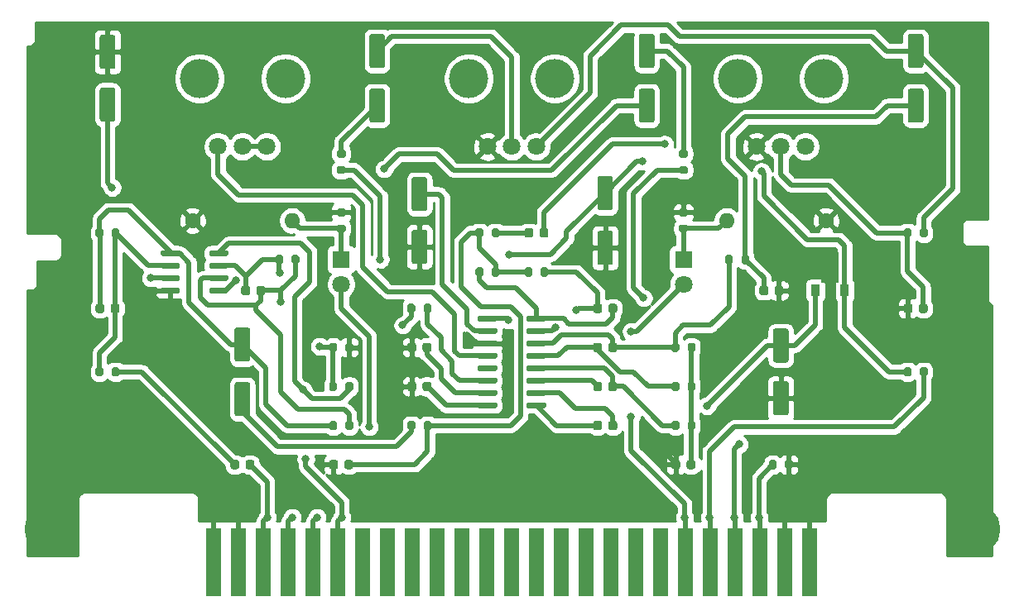
<source format=gbr>
G04 #@! TF.GenerationSoftware,KiCad,Pcbnew,(5.1.7)-1*
G04 #@! TF.CreationDate,2022-04-16T14:49:26-05:00*
G04 #@! TF.ProjectId,ConsolePedalDelaySMT,436f6e73-6f6c-4655-9065-64616c44656c,rev?*
G04 #@! TF.SameCoordinates,Original*
G04 #@! TF.FileFunction,Copper,L1,Top*
G04 #@! TF.FilePolarity,Positive*
%FSLAX46Y46*%
G04 Gerber Fmt 4.6, Leading zero omitted, Abs format (unit mm)*
G04 Created by KiCad (PCBNEW (5.1.7)-1) date 2022-04-16 14:49:26*
%MOMM*%
%LPD*%
G01*
G04 APERTURE LIST*
G04 #@! TA.AperFunction,ComponentPad*
%ADD10R,1.800000X1.800000*%
G04 #@! TD*
G04 #@! TA.AperFunction,ComponentPad*
%ADD11C,1.800000*%
G04 #@! TD*
G04 #@! TA.AperFunction,ComponentPad*
%ADD12C,5.000000*%
G04 #@! TD*
G04 #@! TA.AperFunction,ComponentPad*
%ADD13C,1.600000*%
G04 #@! TD*
G04 #@! TA.AperFunction,ComponentPad*
%ADD14O,1.600000X1.600000*%
G04 #@! TD*
G04 #@! TA.AperFunction,WasherPad*
%ADD15C,4.000000*%
G04 #@! TD*
G04 #@! TA.AperFunction,ConnectorPad*
%ADD16R,1.500000X7.000000*%
G04 #@! TD*
G04 #@! TA.AperFunction,SMDPad,CuDef*
%ADD17R,0.900000X1.300000*%
G04 #@! TD*
G04 #@! TA.AperFunction,SMDPad,CuDef*
%ADD18C,0.100000*%
G04 #@! TD*
G04 #@! TA.AperFunction,ViaPad*
%ADD19C,0.800000*%
G04 #@! TD*
G04 #@! TA.AperFunction,Conductor*
%ADD20C,0.500000*%
G04 #@! TD*
G04 #@! TA.AperFunction,Conductor*
%ADD21C,0.254000*%
G04 #@! TD*
G04 #@! TA.AperFunction,Conductor*
%ADD22C,0.100000*%
G04 #@! TD*
G04 APERTURE END LIST*
D10*
G04 #@! TO.P,D3,1*
G04 #@! TO.N,Net-(D3-Pad1)*
X115250000Y-95000000D03*
D11*
G04 #@! TO.P,D3,2*
G04 #@! TO.N,/LEDPower*
X115250000Y-97540000D03*
G04 #@! TD*
G04 #@! TO.P,D2,2*
G04 #@! TO.N,/LEDPower*
X150250000Y-97540000D03*
D10*
G04 #@! TO.P,D2,1*
G04 #@! TO.N,Net-(D2-Pad1)*
X150250000Y-95000000D03*
G04 #@! TD*
D12*
G04 #@! TO.P,H1,1*
G04 #@! TO.N,GND*
X85350000Y-122600000D03*
G04 #@! TD*
G04 #@! TO.P,H2,1*
G04 #@! TO.N,GND*
X180150000Y-122600000D03*
G04 #@! TD*
D13*
G04 #@! TO.P,R21,1*
G04 #@! TO.N,GND*
X100059000Y-91000000D03*
D14*
G04 #@! TO.P,R21,2*
G04 #@! TO.N,Net-(D3-Pad1)*
X110219000Y-91000000D03*
G04 #@! TD*
D11*
G04 #@! TO.P,RV1,3*
G04 #@! TO.N,/pin4*
X102639000Y-83439000D03*
G04 #@! TO.P,RV1,2*
G04 #@! TO.N,Net-(R17-Pad2)*
X105139000Y-83439000D03*
G04 #@! TO.P,RV1,1*
X107639000Y-83439000D03*
D15*
G04 #@! TO.P,RV1,*
G04 #@! TO.N,*
X100739000Y-76439000D03*
X109539000Y-76439000D03*
G04 #@! TD*
G04 #@! TO.P,RV2,*
G04 #@! TO.N,*
X137115000Y-76439000D03*
X128315000Y-76439000D03*
D11*
G04 #@! TO.P,RV2,1*
G04 #@! TO.N,Net-(C13-Pad2)*
X135215000Y-83439000D03*
G04 #@! TO.P,RV2,2*
G04 #@! TO.N,Net-(C14-Pad2)*
X132715000Y-83439000D03*
G04 #@! TO.P,RV2,3*
G04 #@! TO.N,GND*
X130215000Y-83439000D03*
G04 #@! TD*
G04 #@! TO.P,RV3,3*
G04 #@! TO.N,GND*
X157715000Y-83439000D03*
G04 #@! TO.P,RV3,2*
G04 #@! TO.N,Net-(C15-Pad2)*
X160215000Y-83439000D03*
G04 #@! TO.P,RV3,1*
G04 #@! TO.N,Net-(C11-Pad1)*
X162715000Y-83439000D03*
D15*
G04 #@! TO.P,RV3,*
G04 #@! TO.N,*
X155815000Y-76439000D03*
X164615000Y-76439000D03*
G04 #@! TD*
G04 #@! TO.P,C4,2*
G04 #@! TO.N,Net-(C4-Pad2)*
G04 #@! TA.AperFunction,SMDPad,CuDef*
G36*
G01*
X147053000Y-75389000D02*
X145953000Y-75389000D01*
G75*
G02*
X145703000Y-75139000I0J250000D01*
G01*
X145703000Y-72139000D01*
G75*
G02*
X145953000Y-71889000I250000J0D01*
G01*
X147053000Y-71889000D01*
G75*
G02*
X147303000Y-72139000I0J-250000D01*
G01*
X147303000Y-75139000D01*
G75*
G02*
X147053000Y-75389000I-250000J0D01*
G01*
G37*
G04 #@! TD.AperFunction*
G04 #@! TO.P,C4,1*
G04 #@! TO.N,Net-(C3-Pad2)*
G04 #@! TA.AperFunction,SMDPad,CuDef*
G36*
G01*
X147053000Y-80989000D02*
X145953000Y-80989000D01*
G75*
G02*
X145703000Y-80739000I0J250000D01*
G01*
X145703000Y-77739000D01*
G75*
G02*
X145953000Y-77489000I250000J0D01*
G01*
X147053000Y-77489000D01*
G75*
G02*
X147303000Y-77739000I0J-250000D01*
G01*
X147303000Y-80739000D01*
G75*
G02*
X147053000Y-80989000I-250000J0D01*
G01*
G37*
G04 #@! TD.AperFunction*
G04 #@! TD*
G04 #@! TO.P,C5,1*
G04 #@! TO.N,Net-(C2-Pad2)*
G04 #@! TA.AperFunction,SMDPad,CuDef*
G36*
G01*
X104589000Y-101950000D02*
X105689000Y-101950000D01*
G75*
G02*
X105939000Y-102200000I0J-250000D01*
G01*
X105939000Y-105200000D01*
G75*
G02*
X105689000Y-105450000I-250000J0D01*
G01*
X104589000Y-105450000D01*
G75*
G02*
X104339000Y-105200000I0J250000D01*
G01*
X104339000Y-102200000D01*
G75*
G02*
X104589000Y-101950000I250000J0D01*
G01*
G37*
G04 #@! TD.AperFunction*
G04 #@! TO.P,C5,2*
G04 #@! TO.N,Net-(C5-Pad2)*
G04 #@! TA.AperFunction,SMDPad,CuDef*
G36*
G01*
X104589000Y-107550000D02*
X105689000Y-107550000D01*
G75*
G02*
X105939000Y-107800000I0J-250000D01*
G01*
X105939000Y-110800000D01*
G75*
G02*
X105689000Y-111050000I-250000J0D01*
G01*
X104589000Y-111050000D01*
G75*
G02*
X104339000Y-110800000I0J250000D01*
G01*
X104339000Y-107800000D01*
G75*
G02*
X104589000Y-107550000I250000J0D01*
G01*
G37*
G04 #@! TD.AperFunction*
G04 #@! TD*
G04 #@! TO.P,C13,2*
G04 #@! TO.N,Net-(C13-Pad2)*
G04 #@! TA.AperFunction,SMDPad,CuDef*
G36*
G01*
X174553000Y-75389000D02*
X173453000Y-75389000D01*
G75*
G02*
X173203000Y-75139000I0J250000D01*
G01*
X173203000Y-72139000D01*
G75*
G02*
X173453000Y-71889000I250000J0D01*
G01*
X174553000Y-71889000D01*
G75*
G02*
X174803000Y-72139000I0J-250000D01*
G01*
X174803000Y-75139000D01*
G75*
G02*
X174553000Y-75389000I-250000J0D01*
G01*
G37*
G04 #@! TD.AperFunction*
G04 #@! TO.P,C13,1*
G04 #@! TO.N,Net-(C12-Pad2)*
G04 #@! TA.AperFunction,SMDPad,CuDef*
G36*
G01*
X174553000Y-80989000D02*
X173453000Y-80989000D01*
G75*
G02*
X173203000Y-80739000I0J250000D01*
G01*
X173203000Y-77739000D01*
G75*
G02*
X173453000Y-77489000I250000J0D01*
G01*
X174553000Y-77489000D01*
G75*
G02*
X174803000Y-77739000I0J-250000D01*
G01*
X174803000Y-80739000D01*
G75*
G02*
X174553000Y-80989000I-250000J0D01*
G01*
G37*
G04 #@! TD.AperFunction*
G04 #@! TD*
G04 #@! TO.P,C14,1*
G04 #@! TO.N,Net-(C14-Pad1)*
G04 #@! TA.AperFunction,SMDPad,CuDef*
G36*
G01*
X119477000Y-80989000D02*
X118377000Y-80989000D01*
G75*
G02*
X118127000Y-80739000I0J250000D01*
G01*
X118127000Y-77739000D01*
G75*
G02*
X118377000Y-77489000I250000J0D01*
G01*
X119477000Y-77489000D01*
G75*
G02*
X119727000Y-77739000I0J-250000D01*
G01*
X119727000Y-80739000D01*
G75*
G02*
X119477000Y-80989000I-250000J0D01*
G01*
G37*
G04 #@! TD.AperFunction*
G04 #@! TO.P,C14,2*
G04 #@! TO.N,Net-(C14-Pad2)*
G04 #@! TA.AperFunction,SMDPad,CuDef*
G36*
G01*
X119477000Y-75389000D02*
X118377000Y-75389000D01*
G75*
G02*
X118127000Y-75139000I0J250000D01*
G01*
X118127000Y-72139000D01*
G75*
G02*
X118377000Y-71889000I250000J0D01*
G01*
X119477000Y-71889000D01*
G75*
G02*
X119727000Y-72139000I0J-250000D01*
G01*
X119727000Y-75139000D01*
G75*
G02*
X119477000Y-75389000I-250000J0D01*
G01*
G37*
G04 #@! TD.AperFunction*
G04 #@! TD*
G04 #@! TO.P,C17,1*
G04 #@! TO.N,/pin2*
G04 #@! TA.AperFunction,SMDPad,CuDef*
G36*
G01*
X122700000Y-86550000D02*
X123800000Y-86550000D01*
G75*
G02*
X124050000Y-86800000I0J-250000D01*
G01*
X124050000Y-89800000D01*
G75*
G02*
X123800000Y-90050000I-250000J0D01*
G01*
X122700000Y-90050000D01*
G75*
G02*
X122450000Y-89800000I0J250000D01*
G01*
X122450000Y-86800000D01*
G75*
G02*
X122700000Y-86550000I250000J0D01*
G01*
G37*
G04 #@! TD.AperFunction*
G04 #@! TO.P,C17,2*
G04 #@! TO.N,GND*
G04 #@! TA.AperFunction,SMDPad,CuDef*
G36*
G01*
X122700000Y-91950000D02*
X123800000Y-91950000D01*
G75*
G02*
X124050000Y-92200000I0J-250000D01*
G01*
X124050000Y-95200000D01*
G75*
G02*
X123800000Y-95450000I-250000J0D01*
G01*
X122700000Y-95450000D01*
G75*
G02*
X122450000Y-95200000I0J250000D01*
G01*
X122450000Y-92200000D01*
G75*
G02*
X122700000Y-91950000I250000J0D01*
G01*
G37*
G04 #@! TD.AperFunction*
G04 #@! TD*
G04 #@! TO.P,C20,1*
G04 #@! TO.N,Net-(C20-Pad1)*
G04 #@! TA.AperFunction,SMDPad,CuDef*
G36*
G01*
X141700000Y-86450000D02*
X142800000Y-86450000D01*
G75*
G02*
X143050000Y-86700000I0J-250000D01*
G01*
X143050000Y-89700000D01*
G75*
G02*
X142800000Y-89950000I-250000J0D01*
G01*
X141700000Y-89950000D01*
G75*
G02*
X141450000Y-89700000I0J250000D01*
G01*
X141450000Y-86700000D01*
G75*
G02*
X141700000Y-86450000I250000J0D01*
G01*
G37*
G04 #@! TD.AperFunction*
G04 #@! TO.P,C20,2*
G04 #@! TO.N,GND*
G04 #@! TA.AperFunction,SMDPad,CuDef*
G36*
G01*
X141700000Y-92050000D02*
X142800000Y-92050000D01*
G75*
G02*
X143050000Y-92300000I0J-250000D01*
G01*
X143050000Y-95300000D01*
G75*
G02*
X142800000Y-95550000I-250000J0D01*
G01*
X141700000Y-95550000D01*
G75*
G02*
X141450000Y-95300000I0J250000D01*
G01*
X141450000Y-92300000D01*
G75*
G02*
X141700000Y-92050000I250000J0D01*
G01*
G37*
G04 #@! TD.AperFunction*
G04 #@! TD*
G04 #@! TO.P,C21,2*
G04 #@! TO.N,GND*
G04 #@! TA.AperFunction,SMDPad,CuDef*
G36*
G01*
X91901000Y-75489000D02*
X90801000Y-75489000D01*
G75*
G02*
X90551000Y-75239000I0J250000D01*
G01*
X90551000Y-72239000D01*
G75*
G02*
X90801000Y-71989000I250000J0D01*
G01*
X91901000Y-71989000D01*
G75*
G02*
X92151000Y-72239000I0J-250000D01*
G01*
X92151000Y-75239000D01*
G75*
G02*
X91901000Y-75489000I-250000J0D01*
G01*
G37*
G04 #@! TD.AperFunction*
G04 #@! TO.P,C21,1*
G04 #@! TO.N,/VREF*
G04 #@! TA.AperFunction,SMDPad,CuDef*
G36*
G01*
X91901000Y-80889000D02*
X90801000Y-80889000D01*
G75*
G02*
X90551000Y-80639000I0J250000D01*
G01*
X90551000Y-77639000D01*
G75*
G02*
X90801000Y-77389000I250000J0D01*
G01*
X91901000Y-77389000D01*
G75*
G02*
X92151000Y-77639000I0J-250000D01*
G01*
X92151000Y-80639000D01*
G75*
G02*
X91901000Y-80889000I-250000J0D01*
G01*
G37*
G04 #@! TD.AperFunction*
G04 #@! TD*
G04 #@! TO.P,C22,1*
G04 #@! TO.N,/5V*
G04 #@! TA.AperFunction,SMDPad,CuDef*
G36*
G01*
X159665000Y-102050000D02*
X160765000Y-102050000D01*
G75*
G02*
X161015000Y-102300000I0J-250000D01*
G01*
X161015000Y-105300000D01*
G75*
G02*
X160765000Y-105550000I-250000J0D01*
G01*
X159665000Y-105550000D01*
G75*
G02*
X159415000Y-105300000I0J250000D01*
G01*
X159415000Y-102300000D01*
G75*
G02*
X159665000Y-102050000I250000J0D01*
G01*
G37*
G04 #@! TD.AperFunction*
G04 #@! TO.P,C22,2*
G04 #@! TO.N,GND*
G04 #@! TA.AperFunction,SMDPad,CuDef*
G36*
G01*
X159665000Y-107450000D02*
X160765000Y-107450000D01*
G75*
G02*
X161015000Y-107700000I0J-250000D01*
G01*
X161015000Y-110700000D01*
G75*
G02*
X160765000Y-110950000I-250000J0D01*
G01*
X159665000Y-110950000D01*
G75*
G02*
X159415000Y-110700000I0J250000D01*
G01*
X159415000Y-107700000D01*
G75*
G02*
X159665000Y-107450000I250000J0D01*
G01*
G37*
G04 #@! TD.AperFunction*
G04 #@! TD*
G04 #@! TO.P,R1,1*
G04 #@! TO.N,GND*
G04 #@! TA.AperFunction,SMDPad,CuDef*
G36*
G01*
X161440000Y-115725000D02*
X161440000Y-116275000D01*
G75*
G02*
X161240000Y-116475000I-200000J0D01*
G01*
X160840000Y-116475000D01*
G75*
G02*
X160640000Y-116275000I0J200000D01*
G01*
X160640000Y-115725000D01*
G75*
G02*
X160840000Y-115525000I200000J0D01*
G01*
X161240000Y-115525000D01*
G75*
G02*
X161440000Y-115725000I0J-200000D01*
G01*
G37*
G04 #@! TD.AperFunction*
G04 #@! TO.P,R1,2*
G04 #@! TO.N,/Input*
G04 #@! TA.AperFunction,SMDPad,CuDef*
G36*
G01*
X159790000Y-115725000D02*
X159790000Y-116275000D01*
G75*
G02*
X159590000Y-116475000I-200000J0D01*
G01*
X159190000Y-116475000D01*
G75*
G02*
X158990000Y-116275000I0J200000D01*
G01*
X158990000Y-115725000D01*
G75*
G02*
X159190000Y-115525000I200000J0D01*
G01*
X159590000Y-115525000D01*
G75*
G02*
X159790000Y-115725000I0J-200000D01*
G01*
G37*
G04 #@! TD.AperFunction*
G04 #@! TD*
G04 #@! TO.P,R2,1*
G04 #@! TO.N,Net-(C1-Pad1)*
G04 #@! TA.AperFunction,SMDPad,CuDef*
G36*
G01*
X92576000Y-106225000D02*
X92576000Y-106775000D01*
G75*
G02*
X92376000Y-106975000I-200000J0D01*
G01*
X91976000Y-106975000D01*
G75*
G02*
X91776000Y-106775000I0J200000D01*
G01*
X91776000Y-106225000D01*
G75*
G02*
X91976000Y-106025000I200000J0D01*
G01*
X92376000Y-106025000D01*
G75*
G02*
X92576000Y-106225000I0J-200000D01*
G01*
G37*
G04 #@! TD.AperFunction*
G04 #@! TO.P,R2,2*
G04 #@! TO.N,Net-(C2-Pad1)*
G04 #@! TA.AperFunction,SMDPad,CuDef*
G36*
G01*
X90926000Y-106225000D02*
X90926000Y-106775000D01*
G75*
G02*
X90726000Y-106975000I-200000J0D01*
G01*
X90326000Y-106975000D01*
G75*
G02*
X90126000Y-106775000I0J200000D01*
G01*
X90126000Y-106225000D01*
G75*
G02*
X90326000Y-106025000I200000J0D01*
G01*
X90726000Y-106025000D01*
G75*
G02*
X90926000Y-106225000I0J-200000D01*
G01*
G37*
G04 #@! TD.AperFunction*
G04 #@! TD*
G04 #@! TO.P,R3,1*
G04 #@! TO.N,Net-(C2-Pad2)*
G04 #@! TA.AperFunction,SMDPad,CuDef*
G36*
G01*
X90126000Y-92545000D02*
X90126000Y-91995000D01*
G75*
G02*
X90326000Y-91795000I200000J0D01*
G01*
X90726000Y-91795000D01*
G75*
G02*
X90926000Y-91995000I0J-200000D01*
G01*
X90926000Y-92545000D01*
G75*
G02*
X90726000Y-92745000I-200000J0D01*
G01*
X90326000Y-92745000D01*
G75*
G02*
X90126000Y-92545000I0J200000D01*
G01*
G37*
G04 #@! TD.AperFunction*
G04 #@! TO.P,R3,2*
G04 #@! TO.N,Net-(C2-Pad1)*
G04 #@! TA.AperFunction,SMDPad,CuDef*
G36*
G01*
X91776000Y-92545000D02*
X91776000Y-91995000D01*
G75*
G02*
X91976000Y-91795000I200000J0D01*
G01*
X92376000Y-91795000D01*
G75*
G02*
X92576000Y-91995000I0J-200000D01*
G01*
X92576000Y-92545000D01*
G75*
G02*
X92376000Y-92745000I-200000J0D01*
G01*
X91976000Y-92745000D01*
G75*
G02*
X91776000Y-92545000I0J200000D01*
G01*
G37*
G04 #@! TD.AperFunction*
G04 #@! TD*
G04 #@! TO.P,R4,2*
G04 #@! TO.N,Net-(C3-Pad1)*
G04 #@! TA.AperFunction,SMDPad,CuDef*
G36*
G01*
X115675000Y-112275000D02*
X115675000Y-111725000D01*
G75*
G02*
X115875000Y-111525000I200000J0D01*
G01*
X116275000Y-111525000D01*
G75*
G02*
X116475000Y-111725000I0J-200000D01*
G01*
X116475000Y-112275000D01*
G75*
G02*
X116275000Y-112475000I-200000J0D01*
G01*
X115875000Y-112475000D01*
G75*
G02*
X115675000Y-112275000I0J200000D01*
G01*
G37*
G04 #@! TD.AperFunction*
G04 #@! TO.P,R4,1*
G04 #@! TO.N,Net-(C2-Pad2)*
G04 #@! TA.AperFunction,SMDPad,CuDef*
G36*
G01*
X114025000Y-112275000D02*
X114025000Y-111725000D01*
G75*
G02*
X114225000Y-111525000I200000J0D01*
G01*
X114625000Y-111525000D01*
G75*
G02*
X114825000Y-111725000I0J-200000D01*
G01*
X114825000Y-112275000D01*
G75*
G02*
X114625000Y-112475000I-200000J0D01*
G01*
X114225000Y-112475000D01*
G75*
G02*
X114025000Y-112275000I0J200000D01*
G01*
G37*
G04 #@! TD.AperFunction*
G04 #@! TD*
G04 #@! TO.P,R5,1*
G04 #@! TO.N,Net-(C3-Pad1)*
G04 #@! TA.AperFunction,SMDPad,CuDef*
G36*
G01*
X110975000Y-94725000D02*
X110975000Y-95275000D01*
G75*
G02*
X110775000Y-95475000I-200000J0D01*
G01*
X110375000Y-95475000D01*
G75*
G02*
X110175000Y-95275000I0J200000D01*
G01*
X110175000Y-94725000D01*
G75*
G02*
X110375000Y-94525000I200000J0D01*
G01*
X110775000Y-94525000D01*
G75*
G02*
X110975000Y-94725000I0J-200000D01*
G01*
G37*
G04 #@! TD.AperFunction*
G04 #@! TO.P,R5,2*
G04 #@! TO.N,Net-(C3-Pad2)*
G04 #@! TA.AperFunction,SMDPad,CuDef*
G36*
G01*
X109325000Y-94725000D02*
X109325000Y-95275000D01*
G75*
G02*
X109125000Y-95475000I-200000J0D01*
G01*
X108725000Y-95475000D01*
G75*
G02*
X108525000Y-95275000I0J200000D01*
G01*
X108525000Y-94725000D01*
G75*
G02*
X108725000Y-94525000I200000J0D01*
G01*
X109125000Y-94525000D01*
G75*
G02*
X109325000Y-94725000I0J-200000D01*
G01*
G37*
G04 #@! TD.AperFunction*
G04 #@! TD*
G04 #@! TO.P,R6,2*
G04 #@! TO.N,/Output*
G04 #@! TA.AperFunction,SMDPad,CuDef*
G36*
G01*
X149975000Y-85425000D02*
X150525000Y-85425000D01*
G75*
G02*
X150725000Y-85625000I0J-200000D01*
G01*
X150725000Y-86025000D01*
G75*
G02*
X150525000Y-86225000I-200000J0D01*
G01*
X149975000Y-86225000D01*
G75*
G02*
X149775000Y-86025000I0J200000D01*
G01*
X149775000Y-85625000D01*
G75*
G02*
X149975000Y-85425000I200000J0D01*
G01*
G37*
G04 #@! TD.AperFunction*
G04 #@! TO.P,R6,1*
G04 #@! TO.N,Net-(C4-Pad2)*
G04 #@! TA.AperFunction,SMDPad,CuDef*
G36*
G01*
X149975000Y-83775000D02*
X150525000Y-83775000D01*
G75*
G02*
X150725000Y-83975000I0J-200000D01*
G01*
X150725000Y-84375000D01*
G75*
G02*
X150525000Y-84575000I-200000J0D01*
G01*
X149975000Y-84575000D01*
G75*
G02*
X149775000Y-84375000I0J200000D01*
G01*
X149775000Y-83975000D01*
G75*
G02*
X149975000Y-83775000I200000J0D01*
G01*
G37*
G04 #@! TD.AperFunction*
G04 #@! TD*
G04 #@! TO.P,R7,2*
G04 #@! TO.N,Net-(C5-Pad2)*
G04 #@! TA.AperFunction,SMDPad,CuDef*
G36*
G01*
X122825000Y-111725000D02*
X122825000Y-112275000D01*
G75*
G02*
X122625000Y-112475000I-200000J0D01*
G01*
X122225000Y-112475000D01*
G75*
G02*
X122025000Y-112275000I0J200000D01*
G01*
X122025000Y-111725000D01*
G75*
G02*
X122225000Y-111525000I200000J0D01*
G01*
X122625000Y-111525000D01*
G75*
G02*
X122825000Y-111725000I0J-200000D01*
G01*
G37*
G04 #@! TD.AperFunction*
G04 #@! TO.P,R7,1*
G04 #@! TO.N,Net-(C6-Pad1)*
G04 #@! TA.AperFunction,SMDPad,CuDef*
G36*
G01*
X124475000Y-111725000D02*
X124475000Y-112275000D01*
G75*
G02*
X124275000Y-112475000I-200000J0D01*
G01*
X123875000Y-112475000D01*
G75*
G02*
X123675000Y-112275000I0J200000D01*
G01*
X123675000Y-111725000D01*
G75*
G02*
X123875000Y-111525000I200000J0D01*
G01*
X124275000Y-111525000D01*
G75*
G02*
X124475000Y-111725000I0J-200000D01*
G01*
G37*
G04 #@! TD.AperFunction*
G04 #@! TD*
G04 #@! TO.P,R8,1*
G04 #@! TO.N,/pin16*
G04 #@! TA.AperFunction,SMDPad,CuDef*
G36*
G01*
X128990000Y-96545000D02*
X128990000Y-95995000D01*
G75*
G02*
X129190000Y-95795000I200000J0D01*
G01*
X129590000Y-95795000D01*
G75*
G02*
X129790000Y-95995000I0J-200000D01*
G01*
X129790000Y-96545000D01*
G75*
G02*
X129590000Y-96745000I-200000J0D01*
G01*
X129190000Y-96745000D01*
G75*
G02*
X128990000Y-96545000I0J200000D01*
G01*
G37*
G04 #@! TD.AperFunction*
G04 #@! TO.P,R8,2*
G04 #@! TO.N,Net-(C6-Pad1)*
G04 #@! TA.AperFunction,SMDPad,CuDef*
G36*
G01*
X130640000Y-96545000D02*
X130640000Y-95995000D01*
G75*
G02*
X130840000Y-95795000I200000J0D01*
G01*
X131240000Y-95795000D01*
G75*
G02*
X131440000Y-95995000I0J-200000D01*
G01*
X131440000Y-96545000D01*
G75*
G02*
X131240000Y-96745000I-200000J0D01*
G01*
X130840000Y-96745000D01*
G75*
G02*
X130640000Y-96545000I0J200000D01*
G01*
G37*
G04 #@! TD.AperFunction*
G04 #@! TD*
G04 #@! TO.P,R9,1*
G04 #@! TO.N,Net-(C6-Pad1)*
G04 #@! TA.AperFunction,SMDPad,CuDef*
G36*
G01*
X133990000Y-96545000D02*
X133990000Y-95995000D01*
G75*
G02*
X134190000Y-95795000I200000J0D01*
G01*
X134590000Y-95795000D01*
G75*
G02*
X134790000Y-95995000I0J-200000D01*
G01*
X134790000Y-96545000D01*
G75*
G02*
X134590000Y-96745000I-200000J0D01*
G01*
X134190000Y-96745000D01*
G75*
G02*
X133990000Y-96545000I0J200000D01*
G01*
G37*
G04 #@! TD.AperFunction*
G04 #@! TO.P,R9,2*
G04 #@! TO.N,/pin15*
G04 #@! TA.AperFunction,SMDPad,CuDef*
G36*
G01*
X135640000Y-96545000D02*
X135640000Y-95995000D01*
G75*
G02*
X135840000Y-95795000I200000J0D01*
G01*
X136240000Y-95795000D01*
G75*
G02*
X136440000Y-95995000I0J-200000D01*
G01*
X136440000Y-96545000D01*
G75*
G02*
X136240000Y-96745000I-200000J0D01*
G01*
X135840000Y-96745000D01*
G75*
G02*
X135640000Y-96545000I0J200000D01*
G01*
G37*
G04 #@! TD.AperFunction*
G04 #@! TD*
G04 #@! TO.P,R10,2*
G04 #@! TO.N,Net-(C11-Pad2)*
G04 #@! TA.AperFunction,SMDPad,CuDef*
G36*
G01*
X130640000Y-92545000D02*
X130640000Y-91995000D01*
G75*
G02*
X130840000Y-91795000I200000J0D01*
G01*
X131240000Y-91795000D01*
G75*
G02*
X131440000Y-91995000I0J-200000D01*
G01*
X131440000Y-92545000D01*
G75*
G02*
X131240000Y-92745000I-200000J0D01*
G01*
X130840000Y-92745000D01*
G75*
G02*
X130640000Y-92545000I0J200000D01*
G01*
G37*
G04 #@! TD.AperFunction*
G04 #@! TO.P,R10,1*
G04 #@! TO.N,Net-(C6-Pad1)*
G04 #@! TA.AperFunction,SMDPad,CuDef*
G36*
G01*
X128990000Y-92545000D02*
X128990000Y-91995000D01*
G75*
G02*
X129190000Y-91795000I200000J0D01*
G01*
X129590000Y-91795000D01*
G75*
G02*
X129790000Y-91995000I0J-200000D01*
G01*
X129790000Y-92545000D01*
G75*
G02*
X129590000Y-92745000I-200000J0D01*
G01*
X129190000Y-92745000D01*
G75*
G02*
X128990000Y-92545000I0J200000D01*
G01*
G37*
G04 #@! TD.AperFunction*
G04 #@! TD*
G04 #@! TO.P,R11,1*
G04 #@! TO.N,/pin14*
G04 #@! TA.AperFunction,SMDPad,CuDef*
G36*
G01*
X149025000Y-104275000D02*
X149025000Y-103725000D01*
G75*
G02*
X149225000Y-103525000I200000J0D01*
G01*
X149625000Y-103525000D01*
G75*
G02*
X149825000Y-103725000I0J-200000D01*
G01*
X149825000Y-104275000D01*
G75*
G02*
X149625000Y-104475000I-200000J0D01*
G01*
X149225000Y-104475000D01*
G75*
G02*
X149025000Y-104275000I0J200000D01*
G01*
G37*
G04 #@! TD.AperFunction*
G04 #@! TO.P,R11,2*
G04 #@! TO.N,Net-(C16-Pad2)*
G04 #@! TA.AperFunction,SMDPad,CuDef*
G36*
G01*
X150675000Y-104275000D02*
X150675000Y-103725000D01*
G75*
G02*
X150875000Y-103525000I200000J0D01*
G01*
X151275000Y-103525000D01*
G75*
G02*
X151475000Y-103725000I0J-200000D01*
G01*
X151475000Y-104275000D01*
G75*
G02*
X151275000Y-104475000I-200000J0D01*
G01*
X150875000Y-104475000D01*
G75*
G02*
X150675000Y-104275000I0J200000D01*
G01*
G37*
G04 #@! TD.AperFunction*
G04 #@! TD*
G04 #@! TO.P,R12,2*
G04 #@! TO.N,Net-(C16-Pad2)*
G04 #@! TA.AperFunction,SMDPad,CuDef*
G36*
G01*
X150675000Y-108275000D02*
X150675000Y-107725000D01*
G75*
G02*
X150875000Y-107525000I200000J0D01*
G01*
X151275000Y-107525000D01*
G75*
G02*
X151475000Y-107725000I0J-200000D01*
G01*
X151475000Y-108275000D01*
G75*
G02*
X151275000Y-108475000I-200000J0D01*
G01*
X150875000Y-108475000D01*
G75*
G02*
X150675000Y-108275000I0J200000D01*
G01*
G37*
G04 #@! TD.AperFunction*
G04 #@! TO.P,R12,1*
G04 #@! TO.N,/pin13*
G04 #@! TA.AperFunction,SMDPad,CuDef*
G36*
G01*
X149025000Y-108275000D02*
X149025000Y-107725000D01*
G75*
G02*
X149225000Y-107525000I200000J0D01*
G01*
X149625000Y-107525000D01*
G75*
G02*
X149825000Y-107725000I0J-200000D01*
G01*
X149825000Y-108275000D01*
G75*
G02*
X149625000Y-108475000I-200000J0D01*
G01*
X149225000Y-108475000D01*
G75*
G02*
X149025000Y-108275000I0J200000D01*
G01*
G37*
G04 #@! TD.AperFunction*
G04 #@! TD*
G04 #@! TO.P,R13,2*
G04 #@! TO.N,Net-(C12-Pad2)*
G04 #@! TA.AperFunction,SMDPad,CuDef*
G36*
G01*
X156175000Y-95275000D02*
X156175000Y-94725000D01*
G75*
G02*
X156375000Y-94525000I200000J0D01*
G01*
X156775000Y-94525000D01*
G75*
G02*
X156975000Y-94725000I0J-200000D01*
G01*
X156975000Y-95275000D01*
G75*
G02*
X156775000Y-95475000I-200000J0D01*
G01*
X156375000Y-95475000D01*
G75*
G02*
X156175000Y-95275000I0J200000D01*
G01*
G37*
G04 #@! TD.AperFunction*
G04 #@! TO.P,R13,1*
G04 #@! TO.N,/pin14*
G04 #@! TA.AperFunction,SMDPad,CuDef*
G36*
G01*
X154525000Y-95275000D02*
X154525000Y-94725000D01*
G75*
G02*
X154725000Y-94525000I200000J0D01*
G01*
X155125000Y-94525000D01*
G75*
G02*
X155325000Y-94725000I0J-200000D01*
G01*
X155325000Y-95275000D01*
G75*
G02*
X155125000Y-95475000I-200000J0D01*
G01*
X154725000Y-95475000D01*
G75*
G02*
X154525000Y-95275000I0J200000D01*
G01*
G37*
G04 #@! TD.AperFunction*
G04 #@! TD*
G04 #@! TO.P,R14,1*
G04 #@! TO.N,Net-(C13-Pad2)*
G04 #@! TA.AperFunction,SMDPad,CuDef*
G36*
G01*
X175228000Y-91995000D02*
X175228000Y-92545000D01*
G75*
G02*
X175028000Y-92745000I-200000J0D01*
G01*
X174628000Y-92745000D01*
G75*
G02*
X174428000Y-92545000I0J200000D01*
G01*
X174428000Y-91995000D01*
G75*
G02*
X174628000Y-91795000I200000J0D01*
G01*
X175028000Y-91795000D01*
G75*
G02*
X175228000Y-91995000I0J-200000D01*
G01*
G37*
G04 #@! TD.AperFunction*
G04 #@! TO.P,R14,2*
G04 #@! TO.N,Net-(C15-Pad2)*
G04 #@! TA.AperFunction,SMDPad,CuDef*
G36*
G01*
X173578000Y-91995000D02*
X173578000Y-92545000D01*
G75*
G02*
X173378000Y-92745000I-200000J0D01*
G01*
X172978000Y-92745000D01*
G75*
G02*
X172778000Y-92545000I0J200000D01*
G01*
X172778000Y-91995000D01*
G75*
G02*
X172978000Y-91795000I200000J0D01*
G01*
X173378000Y-91795000D01*
G75*
G02*
X173578000Y-91995000I0J-200000D01*
G01*
G37*
G04 #@! TD.AperFunction*
G04 #@! TD*
G04 #@! TO.P,R15,1*
G04 #@! TO.N,Net-(C3-Pad1)*
G04 #@! TA.AperFunction,SMDPad,CuDef*
G36*
G01*
X115525000Y-86225000D02*
X114975000Y-86225000D01*
G75*
G02*
X114775000Y-86025000I0J200000D01*
G01*
X114775000Y-85625000D01*
G75*
G02*
X114975000Y-85425000I200000J0D01*
G01*
X115525000Y-85425000D01*
G75*
G02*
X115725000Y-85625000I0J-200000D01*
G01*
X115725000Y-86025000D01*
G75*
G02*
X115525000Y-86225000I-200000J0D01*
G01*
G37*
G04 #@! TD.AperFunction*
G04 #@! TO.P,R15,2*
G04 #@! TO.N,Net-(C14-Pad1)*
G04 #@! TA.AperFunction,SMDPad,CuDef*
G36*
G01*
X115525000Y-84575000D02*
X114975000Y-84575000D01*
G75*
G02*
X114775000Y-84375000I0J200000D01*
G01*
X114775000Y-83975000D01*
G75*
G02*
X114975000Y-83775000I200000J0D01*
G01*
X115525000Y-83775000D01*
G75*
G02*
X115725000Y-83975000I0J-200000D01*
G01*
X115725000Y-84375000D01*
G75*
G02*
X115525000Y-84575000I-200000J0D01*
G01*
G37*
G04 #@! TD.AperFunction*
G04 #@! TD*
G04 #@! TO.P,R16,2*
G04 #@! TO.N,/pin12*
G04 #@! TA.AperFunction,SMDPad,CuDef*
G36*
G01*
X149825000Y-111725000D02*
X149825000Y-112275000D01*
G75*
G02*
X149625000Y-112475000I-200000J0D01*
G01*
X149225000Y-112475000D01*
G75*
G02*
X149025000Y-112275000I0J200000D01*
G01*
X149025000Y-111725000D01*
G75*
G02*
X149225000Y-111525000I200000J0D01*
G01*
X149625000Y-111525000D01*
G75*
G02*
X149825000Y-111725000I0J-200000D01*
G01*
G37*
G04 #@! TD.AperFunction*
G04 #@! TO.P,R16,1*
G04 #@! TO.N,Net-(C16-Pad2)*
G04 #@! TA.AperFunction,SMDPad,CuDef*
G36*
G01*
X151475000Y-111725000D02*
X151475000Y-112275000D01*
G75*
G02*
X151275000Y-112475000I-200000J0D01*
G01*
X150875000Y-112475000D01*
G75*
G02*
X150675000Y-112275000I0J200000D01*
G01*
X150675000Y-111725000D01*
G75*
G02*
X150875000Y-111525000I200000J0D01*
G01*
X151275000Y-111525000D01*
G75*
G02*
X151475000Y-111725000I0J-200000D01*
G01*
G37*
G04 #@! TD.AperFunction*
G04 #@! TD*
G04 #@! TO.P,R17,2*
G04 #@! TO.N,Net-(R17-Pad2)*
G04 #@! TA.AperFunction,SMDPad,CuDef*
G36*
G01*
X122825000Y-99725000D02*
X122825000Y-100275000D01*
G75*
G02*
X122625000Y-100475000I-200000J0D01*
G01*
X122225000Y-100475000D01*
G75*
G02*
X122025000Y-100275000I0J200000D01*
G01*
X122025000Y-99725000D01*
G75*
G02*
X122225000Y-99525000I200000J0D01*
G01*
X122625000Y-99525000D01*
G75*
G02*
X122825000Y-99725000I0J-200000D01*
G01*
G37*
G04 #@! TD.AperFunction*
G04 #@! TO.P,R17,1*
G04 #@! TO.N,/pin6*
G04 #@! TA.AperFunction,SMDPad,CuDef*
G36*
G01*
X124475000Y-99725000D02*
X124475000Y-100275000D01*
G75*
G02*
X124275000Y-100475000I-200000J0D01*
G01*
X123875000Y-100475000D01*
G75*
G02*
X123675000Y-100275000I0J200000D01*
G01*
X123675000Y-99725000D01*
G75*
G02*
X123875000Y-99525000I200000J0D01*
G01*
X124275000Y-99525000D01*
G75*
G02*
X124475000Y-99725000I0J-200000D01*
G01*
G37*
G04 #@! TD.AperFunction*
G04 #@! TD*
G04 #@! TO.P,R18,2*
G04 #@! TO.N,+9V*
G04 #@! TA.AperFunction,SMDPad,CuDef*
G36*
G01*
X174428000Y-106775000D02*
X174428000Y-106225000D01*
G75*
G02*
X174628000Y-106025000I200000J0D01*
G01*
X175028000Y-106025000D01*
G75*
G02*
X175228000Y-106225000I0J-200000D01*
G01*
X175228000Y-106775000D01*
G75*
G02*
X175028000Y-106975000I-200000J0D01*
G01*
X174628000Y-106975000D01*
G75*
G02*
X174428000Y-106775000I0J200000D01*
G01*
G37*
G04 #@! TD.AperFunction*
G04 #@! TO.P,R18,1*
G04 #@! TO.N,Net-(C20-Pad1)*
G04 #@! TA.AperFunction,SMDPad,CuDef*
G36*
G01*
X172778000Y-106775000D02*
X172778000Y-106225000D01*
G75*
G02*
X172978000Y-106025000I200000J0D01*
G01*
X173378000Y-106025000D01*
G75*
G02*
X173578000Y-106225000I0J-200000D01*
G01*
X173578000Y-106775000D01*
G75*
G02*
X173378000Y-106975000I-200000J0D01*
G01*
X172978000Y-106975000D01*
G75*
G02*
X172778000Y-106775000I0J200000D01*
G01*
G37*
G04 #@! TD.AperFunction*
G04 #@! TD*
G04 #@! TO.P,R19,1*
G04 #@! TO.N,Net-(C20-Pad1)*
G04 #@! TA.AperFunction,SMDPad,CuDef*
G36*
G01*
X116475000Y-107725000D02*
X116475000Y-108275000D01*
G75*
G02*
X116275000Y-108475000I-200000J0D01*
G01*
X115875000Y-108475000D01*
G75*
G02*
X115675000Y-108275000I0J200000D01*
G01*
X115675000Y-107725000D01*
G75*
G02*
X115875000Y-107525000I200000J0D01*
G01*
X116275000Y-107525000D01*
G75*
G02*
X116475000Y-107725000I0J-200000D01*
G01*
G37*
G04 #@! TD.AperFunction*
G04 #@! TO.P,R19,2*
G04 #@! TO.N,/VREF*
G04 #@! TA.AperFunction,SMDPad,CuDef*
G36*
G01*
X114825000Y-107725000D02*
X114825000Y-108275000D01*
G75*
G02*
X114625000Y-108475000I-200000J0D01*
G01*
X114225000Y-108475000D01*
G75*
G02*
X114025000Y-108275000I0J200000D01*
G01*
X114025000Y-107725000D01*
G75*
G02*
X114225000Y-107525000I200000J0D01*
G01*
X114625000Y-107525000D01*
G75*
G02*
X114825000Y-107725000I0J-200000D01*
G01*
G37*
G04 #@! TD.AperFunction*
G04 #@! TD*
G04 #@! TO.P,R20,2*
G04 #@! TO.N,GND*
G04 #@! TA.AperFunction,SMDPad,CuDef*
G36*
G01*
X115675000Y-104275000D02*
X115675000Y-103725000D01*
G75*
G02*
X115875000Y-103525000I200000J0D01*
G01*
X116275000Y-103525000D01*
G75*
G02*
X116475000Y-103725000I0J-200000D01*
G01*
X116475000Y-104275000D01*
G75*
G02*
X116275000Y-104475000I-200000J0D01*
G01*
X115875000Y-104475000D01*
G75*
G02*
X115675000Y-104275000I0J200000D01*
G01*
G37*
G04 #@! TD.AperFunction*
G04 #@! TO.P,R20,1*
G04 #@! TO.N,/VREF*
G04 #@! TA.AperFunction,SMDPad,CuDef*
G36*
G01*
X114025000Y-104275000D02*
X114025000Y-103725000D01*
G75*
G02*
X114225000Y-103525000I200000J0D01*
G01*
X114625000Y-103525000D01*
G75*
G02*
X114825000Y-103725000I0J-200000D01*
G01*
X114825000Y-104275000D01*
G75*
G02*
X114625000Y-104475000I-200000J0D01*
G01*
X114225000Y-104475000D01*
G75*
G02*
X114025000Y-104275000I0J200000D01*
G01*
G37*
G04 #@! TD.AperFunction*
G04 #@! TD*
G04 #@! TO.P,U1,1*
G04 #@! TO.N,Net-(C2-Pad2)*
G04 #@! TA.AperFunction,SMDPad,CuDef*
G36*
G01*
X96800000Y-94515000D02*
X96800000Y-94215000D01*
G75*
G02*
X96950000Y-94065000I150000J0D01*
G01*
X98600000Y-94065000D01*
G75*
G02*
X98750000Y-94215000I0J-150000D01*
G01*
X98750000Y-94515000D01*
G75*
G02*
X98600000Y-94665000I-150000J0D01*
G01*
X96950000Y-94665000D01*
G75*
G02*
X96800000Y-94515000I0J150000D01*
G01*
G37*
G04 #@! TD.AperFunction*
G04 #@! TO.P,U1,2*
G04 #@! TO.N,Net-(C2-Pad1)*
G04 #@! TA.AperFunction,SMDPad,CuDef*
G36*
G01*
X96800000Y-95785000D02*
X96800000Y-95485000D01*
G75*
G02*
X96950000Y-95335000I150000J0D01*
G01*
X98600000Y-95335000D01*
G75*
G02*
X98750000Y-95485000I0J-150000D01*
G01*
X98750000Y-95785000D01*
G75*
G02*
X98600000Y-95935000I-150000J0D01*
G01*
X96950000Y-95935000D01*
G75*
G02*
X96800000Y-95785000I0J150000D01*
G01*
G37*
G04 #@! TD.AperFunction*
G04 #@! TO.P,U1,3*
G04 #@! TO.N,/VREF*
G04 #@! TA.AperFunction,SMDPad,CuDef*
G36*
G01*
X96800000Y-97055000D02*
X96800000Y-96755000D01*
G75*
G02*
X96950000Y-96605000I150000J0D01*
G01*
X98600000Y-96605000D01*
G75*
G02*
X98750000Y-96755000I0J-150000D01*
G01*
X98750000Y-97055000D01*
G75*
G02*
X98600000Y-97205000I-150000J0D01*
G01*
X96950000Y-97205000D01*
G75*
G02*
X96800000Y-97055000I0J150000D01*
G01*
G37*
G04 #@! TD.AperFunction*
G04 #@! TO.P,U1,4*
G04 #@! TO.N,GND*
G04 #@! TA.AperFunction,SMDPad,CuDef*
G36*
G01*
X96800000Y-98325000D02*
X96800000Y-98025000D01*
G75*
G02*
X96950000Y-97875000I150000J0D01*
G01*
X98600000Y-97875000D01*
G75*
G02*
X98750000Y-98025000I0J-150000D01*
G01*
X98750000Y-98325000D01*
G75*
G02*
X98600000Y-98475000I-150000J0D01*
G01*
X96950000Y-98475000D01*
G75*
G02*
X96800000Y-98325000I0J150000D01*
G01*
G37*
G04 #@! TD.AperFunction*
G04 #@! TO.P,U1,5*
G04 #@! TO.N,/VREF*
G04 #@! TA.AperFunction,SMDPad,CuDef*
G36*
G01*
X101750000Y-98325000D02*
X101750000Y-98025000D01*
G75*
G02*
X101900000Y-97875000I150000J0D01*
G01*
X103550000Y-97875000D01*
G75*
G02*
X103700000Y-98025000I0J-150000D01*
G01*
X103700000Y-98325000D01*
G75*
G02*
X103550000Y-98475000I-150000J0D01*
G01*
X101900000Y-98475000D01*
G75*
G02*
X101750000Y-98325000I0J150000D01*
G01*
G37*
G04 #@! TD.AperFunction*
G04 #@! TO.P,U1,6*
G04 #@! TO.N,Net-(C3-Pad1)*
G04 #@! TA.AperFunction,SMDPad,CuDef*
G36*
G01*
X101750000Y-97055000D02*
X101750000Y-96755000D01*
G75*
G02*
X101900000Y-96605000I150000J0D01*
G01*
X103550000Y-96605000D01*
G75*
G02*
X103700000Y-96755000I0J-150000D01*
G01*
X103700000Y-97055000D01*
G75*
G02*
X103550000Y-97205000I-150000J0D01*
G01*
X101900000Y-97205000D01*
G75*
G02*
X101750000Y-97055000I0J150000D01*
G01*
G37*
G04 #@! TD.AperFunction*
G04 #@! TO.P,U1,7*
G04 #@! TO.N,Net-(C3-Pad2)*
G04 #@! TA.AperFunction,SMDPad,CuDef*
G36*
G01*
X101750000Y-95785000D02*
X101750000Y-95485000D01*
G75*
G02*
X101900000Y-95335000I150000J0D01*
G01*
X103550000Y-95335000D01*
G75*
G02*
X103700000Y-95485000I0J-150000D01*
G01*
X103700000Y-95785000D01*
G75*
G02*
X103550000Y-95935000I-150000J0D01*
G01*
X101900000Y-95935000D01*
G75*
G02*
X101750000Y-95785000I0J150000D01*
G01*
G37*
G04 #@! TD.AperFunction*
G04 #@! TO.P,U1,8*
G04 #@! TO.N,Net-(C20-Pad1)*
G04 #@! TA.AperFunction,SMDPad,CuDef*
G36*
G01*
X101750000Y-94515000D02*
X101750000Y-94215000D01*
G75*
G02*
X101900000Y-94065000I150000J0D01*
G01*
X103550000Y-94065000D01*
G75*
G02*
X103700000Y-94215000I0J-150000D01*
G01*
X103700000Y-94515000D01*
G75*
G02*
X103550000Y-94665000I-150000J0D01*
G01*
X101900000Y-94665000D01*
G75*
G02*
X101750000Y-94515000I0J150000D01*
G01*
G37*
G04 #@! TD.AperFunction*
G04 #@! TD*
D16*
G04 #@! TO.P,J1,25*
G04 #@! TO.N,GND*
X163195000Y-126000000D03*
G04 #@! TO.P,J1,24*
X160655000Y-126000000D03*
G04 #@! TO.P,J1,23*
G04 #@! TO.N,/Input*
X158115000Y-126000000D03*
G04 #@! TO.P,J1,22*
G04 #@! TO.N,/Output*
X155575000Y-126000000D03*
G04 #@! TO.P,J1,21*
G04 #@! TO.N,+9V*
X153035000Y-126000000D03*
G04 #@! TO.P,J1,20*
G04 #@! TO.N,/LEDPower*
X150495000Y-126000000D03*
G04 #@! TO.P,J1,19*
G04 #@! TO.N,N/C*
X147955000Y-126000000D03*
G04 #@! TO.P,J1,18*
X145415000Y-126000000D03*
G04 #@! TO.P,J1,17*
X142875000Y-126000000D03*
G04 #@! TO.P,J1,16*
X140335000Y-126000000D03*
G04 #@! TO.P,J1,15*
X137795000Y-126000000D03*
G04 #@! TO.P,J1,14*
X135255000Y-126000000D03*
G04 #@! TO.P,J1,13*
X132715000Y-126000000D03*
G04 #@! TO.P,J1,12*
X130175000Y-126000000D03*
G04 #@! TO.P,J1,11*
X127635000Y-126000000D03*
G04 #@! TO.P,J1,10*
X125095000Y-126000000D03*
G04 #@! TO.P,J1,9*
X122555000Y-126000000D03*
G04 #@! TO.P,J1,8*
X120015000Y-126000000D03*
G04 #@! TO.P,J1,7*
X117475000Y-126000000D03*
G04 #@! TO.P,J1,6*
G04 #@! TO.N,/LEDPower*
X114935000Y-126000000D03*
G04 #@! TO.P,J1,5*
G04 #@! TO.N,+9V*
X112395000Y-126000000D03*
G04 #@! TO.P,J1,4*
G04 #@! TO.N,/Output*
X109855000Y-126000000D03*
G04 #@! TO.P,J1,3*
G04 #@! TO.N,/Input*
X107315000Y-126000000D03*
G04 #@! TO.P,J1,2*
G04 #@! TO.N,GND*
X104775000Y-126000000D03*
G04 #@! TO.P,J1,1*
X102235000Y-126000000D03*
G04 #@! TD*
G04 #@! TO.P,R22,2*
G04 #@! TO.N,Net-(D3-Pad1)*
G04 #@! TA.AperFunction,SMDPad,CuDef*
G36*
G01*
X114975000Y-91425000D02*
X115525000Y-91425000D01*
G75*
G02*
X115725000Y-91625000I0J-200000D01*
G01*
X115725000Y-92025000D01*
G75*
G02*
X115525000Y-92225000I-200000J0D01*
G01*
X114975000Y-92225000D01*
G75*
G02*
X114775000Y-92025000I0J200000D01*
G01*
X114775000Y-91625000D01*
G75*
G02*
X114975000Y-91425000I200000J0D01*
G01*
G37*
G04 #@! TD.AperFunction*
G04 #@! TO.P,R22,1*
G04 #@! TO.N,GND*
G04 #@! TA.AperFunction,SMDPad,CuDef*
G36*
G01*
X114975000Y-89775000D02*
X115525000Y-89775000D01*
G75*
G02*
X115725000Y-89975000I0J-200000D01*
G01*
X115725000Y-90375000D01*
G75*
G02*
X115525000Y-90575000I-200000J0D01*
G01*
X114975000Y-90575000D01*
G75*
G02*
X114775000Y-90375000I0J200000D01*
G01*
X114775000Y-89975000D01*
G75*
G02*
X114975000Y-89775000I200000J0D01*
G01*
G37*
G04 #@! TD.AperFunction*
G04 #@! TD*
D13*
G04 #@! TO.P,R23,1*
G04 #@! TO.N,GND*
X164846000Y-91000000D03*
D14*
G04 #@! TO.P,R23,2*
G04 #@! TO.N,Net-(D2-Pad1)*
X154686000Y-91000000D03*
G04 #@! TD*
G04 #@! TO.P,R24,1*
G04 #@! TO.N,GND*
G04 #@! TA.AperFunction,SMDPad,CuDef*
G36*
G01*
X149975000Y-89775000D02*
X150525000Y-89775000D01*
G75*
G02*
X150725000Y-89975000I0J-200000D01*
G01*
X150725000Y-90375000D01*
G75*
G02*
X150525000Y-90575000I-200000J0D01*
G01*
X149975000Y-90575000D01*
G75*
G02*
X149775000Y-90375000I0J200000D01*
G01*
X149775000Y-89975000D01*
G75*
G02*
X149975000Y-89775000I200000J0D01*
G01*
G37*
G04 #@! TD.AperFunction*
G04 #@! TO.P,R24,2*
G04 #@! TO.N,Net-(D2-Pad1)*
G04 #@! TA.AperFunction,SMDPad,CuDef*
G36*
G01*
X149975000Y-91425000D02*
X150525000Y-91425000D01*
G75*
G02*
X150725000Y-91625000I0J-200000D01*
G01*
X150725000Y-92025000D01*
G75*
G02*
X150525000Y-92225000I-200000J0D01*
G01*
X149975000Y-92225000D01*
G75*
G02*
X149775000Y-92025000I0J200000D01*
G01*
X149775000Y-91625000D01*
G75*
G02*
X149975000Y-91425000I200000J0D01*
G01*
G37*
G04 #@! TD.AperFunction*
G04 #@! TD*
G04 #@! TO.P,U2,1*
G04 #@! TO.N,/5V*
G04 #@! TA.AperFunction,SMDPad,CuDef*
G36*
G01*
X129215000Y-101205000D02*
X129215000Y-100905000D01*
G75*
G02*
X129365000Y-100755000I150000J0D01*
G01*
X131065000Y-100755000D01*
G75*
G02*
X131215000Y-100905000I0J-150000D01*
G01*
X131215000Y-101205000D01*
G75*
G02*
X131065000Y-101355000I-150000J0D01*
G01*
X129365000Y-101355000D01*
G75*
G02*
X129215000Y-101205000I0J150000D01*
G01*
G37*
G04 #@! TD.AperFunction*
G04 #@! TO.P,U2,2*
G04 #@! TO.N,/pin2*
G04 #@! TA.AperFunction,SMDPad,CuDef*
G36*
G01*
X129215000Y-102475000D02*
X129215000Y-102175000D01*
G75*
G02*
X129365000Y-102025000I150000J0D01*
G01*
X131065000Y-102025000D01*
G75*
G02*
X131215000Y-102175000I0J-150000D01*
G01*
X131215000Y-102475000D01*
G75*
G02*
X131065000Y-102625000I-150000J0D01*
G01*
X129365000Y-102625000D01*
G75*
G02*
X129215000Y-102475000I0J150000D01*
G01*
G37*
G04 #@! TD.AperFunction*
G04 #@! TO.P,U2,3*
G04 #@! TO.N,GND*
G04 #@! TA.AperFunction,SMDPad,CuDef*
G36*
G01*
X129215000Y-103745000D02*
X129215000Y-103445000D01*
G75*
G02*
X129365000Y-103295000I150000J0D01*
G01*
X131065000Y-103295000D01*
G75*
G02*
X131215000Y-103445000I0J-150000D01*
G01*
X131215000Y-103745000D01*
G75*
G02*
X131065000Y-103895000I-150000J0D01*
G01*
X129365000Y-103895000D01*
G75*
G02*
X129215000Y-103745000I0J150000D01*
G01*
G37*
G04 #@! TD.AperFunction*
G04 #@! TO.P,U2,4*
G04 #@! TO.N,/pin4*
G04 #@! TA.AperFunction,SMDPad,CuDef*
G36*
G01*
X129215000Y-105015000D02*
X129215000Y-104715000D01*
G75*
G02*
X129365000Y-104565000I150000J0D01*
G01*
X131065000Y-104565000D01*
G75*
G02*
X131215000Y-104715000I0J-150000D01*
G01*
X131215000Y-105015000D01*
G75*
G02*
X131065000Y-105165000I-150000J0D01*
G01*
X129365000Y-105165000D01*
G75*
G02*
X129215000Y-105015000I0J150000D01*
G01*
G37*
G04 #@! TD.AperFunction*
G04 #@! TO.P,U2,5*
G04 #@! TO.N,N/C*
G04 #@! TA.AperFunction,SMDPad,CuDef*
G36*
G01*
X129215000Y-106285000D02*
X129215000Y-105985000D01*
G75*
G02*
X129365000Y-105835000I150000J0D01*
G01*
X131065000Y-105835000D01*
G75*
G02*
X131215000Y-105985000I0J-150000D01*
G01*
X131215000Y-106285000D01*
G75*
G02*
X131065000Y-106435000I-150000J0D01*
G01*
X129365000Y-106435000D01*
G75*
G02*
X129215000Y-106285000I0J150000D01*
G01*
G37*
G04 #@! TD.AperFunction*
G04 #@! TO.P,U2,6*
G04 #@! TO.N,/pin6*
G04 #@! TA.AperFunction,SMDPad,CuDef*
G36*
G01*
X129215000Y-107555000D02*
X129215000Y-107255000D01*
G75*
G02*
X129365000Y-107105000I150000J0D01*
G01*
X131065000Y-107105000D01*
G75*
G02*
X131215000Y-107255000I0J-150000D01*
G01*
X131215000Y-107555000D01*
G75*
G02*
X131065000Y-107705000I-150000J0D01*
G01*
X129365000Y-107705000D01*
G75*
G02*
X129215000Y-107555000I0J150000D01*
G01*
G37*
G04 #@! TD.AperFunction*
G04 #@! TO.P,U2,7*
G04 #@! TO.N,/pin7*
G04 #@! TA.AperFunction,SMDPad,CuDef*
G36*
G01*
X129215000Y-108825000D02*
X129215000Y-108525000D01*
G75*
G02*
X129365000Y-108375000I150000J0D01*
G01*
X131065000Y-108375000D01*
G75*
G02*
X131215000Y-108525000I0J-150000D01*
G01*
X131215000Y-108825000D01*
G75*
G02*
X131065000Y-108975000I-150000J0D01*
G01*
X129365000Y-108975000D01*
G75*
G02*
X129215000Y-108825000I0J150000D01*
G01*
G37*
G04 #@! TD.AperFunction*
G04 #@! TO.P,U2,8*
G04 #@! TO.N,/pin8*
G04 #@! TA.AperFunction,SMDPad,CuDef*
G36*
G01*
X129215000Y-110095000D02*
X129215000Y-109795000D01*
G75*
G02*
X129365000Y-109645000I150000J0D01*
G01*
X131065000Y-109645000D01*
G75*
G02*
X131215000Y-109795000I0J-150000D01*
G01*
X131215000Y-110095000D01*
G75*
G02*
X131065000Y-110245000I-150000J0D01*
G01*
X129365000Y-110245000D01*
G75*
G02*
X129215000Y-110095000I0J150000D01*
G01*
G37*
G04 #@! TD.AperFunction*
G04 #@! TO.P,U2,9*
G04 #@! TO.N,/pin9*
G04 #@! TA.AperFunction,SMDPad,CuDef*
G36*
G01*
X134215000Y-110095000D02*
X134215000Y-109795000D01*
G75*
G02*
X134365000Y-109645000I150000J0D01*
G01*
X136065000Y-109645000D01*
G75*
G02*
X136215000Y-109795000I0J-150000D01*
G01*
X136215000Y-110095000D01*
G75*
G02*
X136065000Y-110245000I-150000J0D01*
G01*
X134365000Y-110245000D01*
G75*
G02*
X134215000Y-110095000I0J150000D01*
G01*
G37*
G04 #@! TD.AperFunction*
G04 #@! TO.P,U2,10*
G04 #@! TO.N,/pin10*
G04 #@! TA.AperFunction,SMDPad,CuDef*
G36*
G01*
X134215000Y-108825000D02*
X134215000Y-108525000D01*
G75*
G02*
X134365000Y-108375000I150000J0D01*
G01*
X136065000Y-108375000D01*
G75*
G02*
X136215000Y-108525000I0J-150000D01*
G01*
X136215000Y-108825000D01*
G75*
G02*
X136065000Y-108975000I-150000J0D01*
G01*
X134365000Y-108975000D01*
G75*
G02*
X134215000Y-108825000I0J150000D01*
G01*
G37*
G04 #@! TD.AperFunction*
G04 #@! TO.P,U2,11*
G04 #@! TO.N,/pin11*
G04 #@! TA.AperFunction,SMDPad,CuDef*
G36*
G01*
X134215000Y-107555000D02*
X134215000Y-107255000D01*
G75*
G02*
X134365000Y-107105000I150000J0D01*
G01*
X136065000Y-107105000D01*
G75*
G02*
X136215000Y-107255000I0J-150000D01*
G01*
X136215000Y-107555000D01*
G75*
G02*
X136065000Y-107705000I-150000J0D01*
G01*
X134365000Y-107705000D01*
G75*
G02*
X134215000Y-107555000I0J150000D01*
G01*
G37*
G04 #@! TD.AperFunction*
G04 #@! TO.P,U2,12*
G04 #@! TO.N,/pin12*
G04 #@! TA.AperFunction,SMDPad,CuDef*
G36*
G01*
X134215000Y-106285000D02*
X134215000Y-105985000D01*
G75*
G02*
X134365000Y-105835000I150000J0D01*
G01*
X136065000Y-105835000D01*
G75*
G02*
X136215000Y-105985000I0J-150000D01*
G01*
X136215000Y-106285000D01*
G75*
G02*
X136065000Y-106435000I-150000J0D01*
G01*
X134365000Y-106435000D01*
G75*
G02*
X134215000Y-106285000I0J150000D01*
G01*
G37*
G04 #@! TD.AperFunction*
G04 #@! TO.P,U2,13*
G04 #@! TO.N,/pin13*
G04 #@! TA.AperFunction,SMDPad,CuDef*
G36*
G01*
X134215000Y-105015000D02*
X134215000Y-104715000D01*
G75*
G02*
X134365000Y-104565000I150000J0D01*
G01*
X136065000Y-104565000D01*
G75*
G02*
X136215000Y-104715000I0J-150000D01*
G01*
X136215000Y-105015000D01*
G75*
G02*
X136065000Y-105165000I-150000J0D01*
G01*
X134365000Y-105165000D01*
G75*
G02*
X134215000Y-105015000I0J150000D01*
G01*
G37*
G04 #@! TD.AperFunction*
G04 #@! TO.P,U2,14*
G04 #@! TO.N,/pin14*
G04 #@! TA.AperFunction,SMDPad,CuDef*
G36*
G01*
X134215000Y-103745000D02*
X134215000Y-103445000D01*
G75*
G02*
X134365000Y-103295000I150000J0D01*
G01*
X136065000Y-103295000D01*
G75*
G02*
X136215000Y-103445000I0J-150000D01*
G01*
X136215000Y-103745000D01*
G75*
G02*
X136065000Y-103895000I-150000J0D01*
G01*
X134365000Y-103895000D01*
G75*
G02*
X134215000Y-103745000I0J150000D01*
G01*
G37*
G04 #@! TD.AperFunction*
G04 #@! TO.P,U2,15*
G04 #@! TO.N,/pin15*
G04 #@! TA.AperFunction,SMDPad,CuDef*
G36*
G01*
X134215000Y-102475000D02*
X134215000Y-102175000D01*
G75*
G02*
X134365000Y-102025000I150000J0D01*
G01*
X136065000Y-102025000D01*
G75*
G02*
X136215000Y-102175000I0J-150000D01*
G01*
X136215000Y-102475000D01*
G75*
G02*
X136065000Y-102625000I-150000J0D01*
G01*
X134365000Y-102625000D01*
G75*
G02*
X134215000Y-102475000I0J150000D01*
G01*
G37*
G04 #@! TD.AperFunction*
G04 #@! TO.P,U2,16*
G04 #@! TO.N,/pin16*
G04 #@! TA.AperFunction,SMDPad,CuDef*
G36*
G01*
X134215000Y-101205000D02*
X134215000Y-100905000D01*
G75*
G02*
X134365000Y-100755000I150000J0D01*
G01*
X136065000Y-100755000D01*
G75*
G02*
X136215000Y-100905000I0J-150000D01*
G01*
X136215000Y-101205000D01*
G75*
G02*
X136065000Y-101355000I-150000J0D01*
G01*
X134365000Y-101355000D01*
G75*
G02*
X134215000Y-101205000I0J150000D01*
G01*
G37*
G04 #@! TD.AperFunction*
G04 #@! TD*
D17*
G04 #@! TO.P,U3,1*
G04 #@! TO.N,/5V*
X163750000Y-98170000D03*
G04 #@! TO.P,U3,3*
G04 #@! TO.N,Net-(C20-Pad1)*
X166750000Y-98170000D03*
G04 #@! TA.AperFunction,SMDPad,CuDef*
D18*
G04 #@! TO.P,U3,2*
G04 #@! TO.N,GND*
G36*
X166116500Y-94220000D02*
G01*
X166116500Y-97345000D01*
X165700000Y-97345000D01*
X165700000Y-98820000D01*
X164800000Y-98820000D01*
X164800000Y-97345000D01*
X164383500Y-97345000D01*
X164383500Y-94220000D01*
X166116500Y-94220000D01*
G37*
G04 #@! TD.AperFunction*
G04 #@! TD*
G04 #@! TO.P,C1,2*
G04 #@! TO.N,/Input*
G04 #@! TA.AperFunction,SMDPad,CuDef*
G36*
G01*
X105464000Y-116250000D02*
X105464000Y-115750000D01*
G75*
G02*
X105689000Y-115525000I225000J0D01*
G01*
X106139000Y-115525000D01*
G75*
G02*
X106364000Y-115750000I0J-225000D01*
G01*
X106364000Y-116250000D01*
G75*
G02*
X106139000Y-116475000I-225000J0D01*
G01*
X105689000Y-116475000D01*
G75*
G02*
X105464000Y-116250000I0J225000D01*
G01*
G37*
G04 #@! TD.AperFunction*
G04 #@! TO.P,C1,1*
G04 #@! TO.N,Net-(C1-Pad1)*
G04 #@! TA.AperFunction,SMDPad,CuDef*
G36*
G01*
X103914000Y-116250000D02*
X103914000Y-115750000D01*
G75*
G02*
X104139000Y-115525000I225000J0D01*
G01*
X104589000Y-115525000D01*
G75*
G02*
X104814000Y-115750000I0J-225000D01*
G01*
X104814000Y-116250000D01*
G75*
G02*
X104589000Y-116475000I-225000J0D01*
G01*
X104139000Y-116475000D01*
G75*
G02*
X103914000Y-116250000I0J225000D01*
G01*
G37*
G04 #@! TD.AperFunction*
G04 #@! TD*
G04 #@! TO.P,C2,1*
G04 #@! TO.N,Net-(C2-Pad1)*
G04 #@! TA.AperFunction,SMDPad,CuDef*
G36*
G01*
X92576000Y-99750000D02*
X92576000Y-100250000D01*
G75*
G02*
X92351000Y-100475000I-225000J0D01*
G01*
X91901000Y-100475000D01*
G75*
G02*
X91676000Y-100250000I0J225000D01*
G01*
X91676000Y-99750000D01*
G75*
G02*
X91901000Y-99525000I225000J0D01*
G01*
X92351000Y-99525000D01*
G75*
G02*
X92576000Y-99750000I0J-225000D01*
G01*
G37*
G04 #@! TD.AperFunction*
G04 #@! TO.P,C2,2*
G04 #@! TO.N,Net-(C2-Pad2)*
G04 #@! TA.AperFunction,SMDPad,CuDef*
G36*
G01*
X91026000Y-99750000D02*
X91026000Y-100250000D01*
G75*
G02*
X90801000Y-100475000I-225000J0D01*
G01*
X90351000Y-100475000D01*
G75*
G02*
X90126000Y-100250000I0J225000D01*
G01*
X90126000Y-99750000D01*
G75*
G02*
X90351000Y-99525000I225000J0D01*
G01*
X90801000Y-99525000D01*
G75*
G02*
X91026000Y-99750000I0J-225000D01*
G01*
G37*
G04 #@! TD.AperFunction*
G04 #@! TD*
G04 #@! TO.P,C3,2*
G04 #@! TO.N,Net-(C3-Pad2)*
G04 #@! TA.AperFunction,SMDPad,CuDef*
G36*
G01*
X105925000Y-97925000D02*
X105925000Y-98425000D01*
G75*
G02*
X105700000Y-98650000I-225000J0D01*
G01*
X105250000Y-98650000D01*
G75*
G02*
X105025000Y-98425000I0J225000D01*
G01*
X105025000Y-97925000D01*
G75*
G02*
X105250000Y-97700000I225000J0D01*
G01*
X105700000Y-97700000D01*
G75*
G02*
X105925000Y-97925000I0J-225000D01*
G01*
G37*
G04 #@! TD.AperFunction*
G04 #@! TO.P,C3,1*
G04 #@! TO.N,Net-(C3-Pad1)*
G04 #@! TA.AperFunction,SMDPad,CuDef*
G36*
G01*
X107475000Y-97925000D02*
X107475000Y-98425000D01*
G75*
G02*
X107250000Y-98650000I-225000J0D01*
G01*
X106800000Y-98650000D01*
G75*
G02*
X106575000Y-98425000I0J225000D01*
G01*
X106575000Y-97925000D01*
G75*
G02*
X106800000Y-97700000I225000J0D01*
G01*
X107250000Y-97700000D01*
G75*
G02*
X107475000Y-97925000I0J-225000D01*
G01*
G37*
G04 #@! TD.AperFunction*
G04 #@! TD*
G04 #@! TO.P,C6,2*
G04 #@! TO.N,GND*
G04 #@! TA.AperFunction,SMDPad,CuDef*
G36*
G01*
X114925000Y-115750000D02*
X114925000Y-116250000D01*
G75*
G02*
X114700000Y-116475000I-225000J0D01*
G01*
X114250000Y-116475000D01*
G75*
G02*
X114025000Y-116250000I0J225000D01*
G01*
X114025000Y-115750000D01*
G75*
G02*
X114250000Y-115525000I225000J0D01*
G01*
X114700000Y-115525000D01*
G75*
G02*
X114925000Y-115750000I0J-225000D01*
G01*
G37*
G04 #@! TD.AperFunction*
G04 #@! TO.P,C6,1*
G04 #@! TO.N,Net-(C6-Pad1)*
G04 #@! TA.AperFunction,SMDPad,CuDef*
G36*
G01*
X116475000Y-115750000D02*
X116475000Y-116250000D01*
G75*
G02*
X116250000Y-116475000I-225000J0D01*
G01*
X115800000Y-116475000D01*
G75*
G02*
X115575000Y-116250000I0J225000D01*
G01*
X115575000Y-115750000D01*
G75*
G02*
X115800000Y-115525000I225000J0D01*
G01*
X116250000Y-115525000D01*
G75*
G02*
X116475000Y-115750000I0J-225000D01*
G01*
G37*
G04 #@! TD.AperFunction*
G04 #@! TD*
G04 #@! TO.P,C7,1*
G04 #@! TO.N,/pin16*
G04 #@! TA.AperFunction,SMDPad,CuDef*
G36*
G01*
X143475000Y-99750000D02*
X143475000Y-100250000D01*
G75*
G02*
X143250000Y-100475000I-225000J0D01*
G01*
X142800000Y-100475000D01*
G75*
G02*
X142575000Y-100250000I0J225000D01*
G01*
X142575000Y-99750000D01*
G75*
G02*
X142800000Y-99525000I225000J0D01*
G01*
X143250000Y-99525000D01*
G75*
G02*
X143475000Y-99750000I0J-225000D01*
G01*
G37*
G04 #@! TD.AperFunction*
G04 #@! TO.P,C7,2*
G04 #@! TO.N,/pin15*
G04 #@! TA.AperFunction,SMDPad,CuDef*
G36*
G01*
X141925000Y-99750000D02*
X141925000Y-100250000D01*
G75*
G02*
X141700000Y-100475000I-225000J0D01*
G01*
X141250000Y-100475000D01*
G75*
G02*
X141025000Y-100250000I0J225000D01*
G01*
X141025000Y-99750000D01*
G75*
G02*
X141250000Y-99525000I225000J0D01*
G01*
X141700000Y-99525000D01*
G75*
G02*
X141925000Y-99750000I0J-225000D01*
G01*
G37*
G04 #@! TD.AperFunction*
G04 #@! TD*
G04 #@! TO.P,C8,1*
G04 #@! TO.N,/pin14*
G04 #@! TA.AperFunction,SMDPad,CuDef*
G36*
G01*
X143475000Y-103750000D02*
X143475000Y-104250000D01*
G75*
G02*
X143250000Y-104475000I-225000J0D01*
G01*
X142800000Y-104475000D01*
G75*
G02*
X142575000Y-104250000I0J225000D01*
G01*
X142575000Y-103750000D01*
G75*
G02*
X142800000Y-103525000I225000J0D01*
G01*
X143250000Y-103525000D01*
G75*
G02*
X143475000Y-103750000I0J-225000D01*
G01*
G37*
G04 #@! TD.AperFunction*
G04 #@! TO.P,C8,2*
G04 #@! TO.N,/pin13*
G04 #@! TA.AperFunction,SMDPad,CuDef*
G36*
G01*
X141925000Y-103750000D02*
X141925000Y-104250000D01*
G75*
G02*
X141700000Y-104475000I-225000J0D01*
G01*
X141250000Y-104475000D01*
G75*
G02*
X141025000Y-104250000I0J225000D01*
G01*
X141025000Y-103750000D01*
G75*
G02*
X141250000Y-103525000I225000J0D01*
G01*
X141700000Y-103525000D01*
G75*
G02*
X141925000Y-103750000I0J-225000D01*
G01*
G37*
G04 #@! TD.AperFunction*
G04 #@! TD*
G04 #@! TO.P,C9,1*
G04 #@! TO.N,/pin12*
G04 #@! TA.AperFunction,SMDPad,CuDef*
G36*
G01*
X143475000Y-107750000D02*
X143475000Y-108250000D01*
G75*
G02*
X143250000Y-108475000I-225000J0D01*
G01*
X142800000Y-108475000D01*
G75*
G02*
X142575000Y-108250000I0J225000D01*
G01*
X142575000Y-107750000D01*
G75*
G02*
X142800000Y-107525000I225000J0D01*
G01*
X143250000Y-107525000D01*
G75*
G02*
X143475000Y-107750000I0J-225000D01*
G01*
G37*
G04 #@! TD.AperFunction*
G04 #@! TO.P,C9,2*
G04 #@! TO.N,/pin11*
G04 #@! TA.AperFunction,SMDPad,CuDef*
G36*
G01*
X141925000Y-107750000D02*
X141925000Y-108250000D01*
G75*
G02*
X141700000Y-108475000I-225000J0D01*
G01*
X141250000Y-108475000D01*
G75*
G02*
X141025000Y-108250000I0J225000D01*
G01*
X141025000Y-107750000D01*
G75*
G02*
X141250000Y-107525000I225000J0D01*
G01*
X141700000Y-107525000D01*
G75*
G02*
X141925000Y-107750000I0J-225000D01*
G01*
G37*
G04 #@! TD.AperFunction*
G04 #@! TD*
G04 #@! TO.P,C10,1*
G04 #@! TO.N,/pin10*
G04 #@! TA.AperFunction,SMDPad,CuDef*
G36*
G01*
X143475000Y-111750000D02*
X143475000Y-112250000D01*
G75*
G02*
X143250000Y-112475000I-225000J0D01*
G01*
X142800000Y-112475000D01*
G75*
G02*
X142575000Y-112250000I0J225000D01*
G01*
X142575000Y-111750000D01*
G75*
G02*
X142800000Y-111525000I225000J0D01*
G01*
X143250000Y-111525000D01*
G75*
G02*
X143475000Y-111750000I0J-225000D01*
G01*
G37*
G04 #@! TD.AperFunction*
G04 #@! TO.P,C10,2*
G04 #@! TO.N,/pin9*
G04 #@! TA.AperFunction,SMDPad,CuDef*
G36*
G01*
X141925000Y-111750000D02*
X141925000Y-112250000D01*
G75*
G02*
X141700000Y-112475000I-225000J0D01*
G01*
X141250000Y-112475000D01*
G75*
G02*
X141025000Y-112250000I0J225000D01*
G01*
X141025000Y-111750000D01*
G75*
G02*
X141250000Y-111525000I225000J0D01*
G01*
X141700000Y-111525000D01*
G75*
G02*
X141925000Y-111750000I0J-225000D01*
G01*
G37*
G04 #@! TD.AperFunction*
G04 #@! TD*
G04 #@! TO.P,C11,1*
G04 #@! TO.N,Net-(C11-Pad1)*
G04 #@! TA.AperFunction,SMDPad,CuDef*
G36*
G01*
X136440000Y-92020000D02*
X136440000Y-92520000D01*
G75*
G02*
X136215000Y-92745000I-225000J0D01*
G01*
X135765000Y-92745000D01*
G75*
G02*
X135540000Y-92520000I0J225000D01*
G01*
X135540000Y-92020000D01*
G75*
G02*
X135765000Y-91795000I225000J0D01*
G01*
X136215000Y-91795000D01*
G75*
G02*
X136440000Y-92020000I0J-225000D01*
G01*
G37*
G04 #@! TD.AperFunction*
G04 #@! TO.P,C11,2*
G04 #@! TO.N,Net-(C11-Pad2)*
G04 #@! TA.AperFunction,SMDPad,CuDef*
G36*
G01*
X134890000Y-92020000D02*
X134890000Y-92520000D01*
G75*
G02*
X134665000Y-92745000I-225000J0D01*
G01*
X134215000Y-92745000D01*
G75*
G02*
X133990000Y-92520000I0J225000D01*
G01*
X133990000Y-92020000D01*
G75*
G02*
X134215000Y-91795000I225000J0D01*
G01*
X134665000Y-91795000D01*
G75*
G02*
X134890000Y-92020000I0J-225000D01*
G01*
G37*
G04 #@! TD.AperFunction*
G04 #@! TD*
G04 #@! TO.P,C12,2*
G04 #@! TO.N,Net-(C12-Pad2)*
G04 #@! TA.AperFunction,SMDPad,CuDef*
G36*
G01*
X158925000Y-97925000D02*
X158925000Y-98425000D01*
G75*
G02*
X158700000Y-98650000I-225000J0D01*
G01*
X158250000Y-98650000D01*
G75*
G02*
X158025000Y-98425000I0J225000D01*
G01*
X158025000Y-97925000D01*
G75*
G02*
X158250000Y-97700000I225000J0D01*
G01*
X158700000Y-97700000D01*
G75*
G02*
X158925000Y-97925000I0J-225000D01*
G01*
G37*
G04 #@! TD.AperFunction*
G04 #@! TO.P,C12,1*
G04 #@! TO.N,GND*
G04 #@! TA.AperFunction,SMDPad,CuDef*
G36*
G01*
X160475000Y-97925000D02*
X160475000Y-98425000D01*
G75*
G02*
X160250000Y-98650000I-225000J0D01*
G01*
X159800000Y-98650000D01*
G75*
G02*
X159575000Y-98425000I0J225000D01*
G01*
X159575000Y-97925000D01*
G75*
G02*
X159800000Y-97700000I225000J0D01*
G01*
X160250000Y-97700000D01*
G75*
G02*
X160475000Y-97925000I0J-225000D01*
G01*
G37*
G04 #@! TD.AperFunction*
G04 #@! TD*
G04 #@! TO.P,C15,2*
G04 #@! TO.N,Net-(C15-Pad2)*
G04 #@! TA.AperFunction,SMDPad,CuDef*
G36*
G01*
X174328000Y-100250000D02*
X174328000Y-99750000D01*
G75*
G02*
X174553000Y-99525000I225000J0D01*
G01*
X175003000Y-99525000D01*
G75*
G02*
X175228000Y-99750000I0J-225000D01*
G01*
X175228000Y-100250000D01*
G75*
G02*
X175003000Y-100475000I-225000J0D01*
G01*
X174553000Y-100475000D01*
G75*
G02*
X174328000Y-100250000I0J225000D01*
G01*
G37*
G04 #@! TD.AperFunction*
G04 #@! TO.P,C15,1*
G04 #@! TO.N,GND*
G04 #@! TA.AperFunction,SMDPad,CuDef*
G36*
G01*
X172778000Y-100250000D02*
X172778000Y-99750000D01*
G75*
G02*
X173003000Y-99525000I225000J0D01*
G01*
X173453000Y-99525000D01*
G75*
G02*
X173678000Y-99750000I0J-225000D01*
G01*
X173678000Y-100250000D01*
G75*
G02*
X173453000Y-100475000I-225000J0D01*
G01*
X173003000Y-100475000D01*
G75*
G02*
X172778000Y-100250000I0J225000D01*
G01*
G37*
G04 #@! TD.AperFunction*
G04 #@! TD*
G04 #@! TO.P,C16,2*
G04 #@! TO.N,Net-(C16-Pad2)*
G04 #@! TA.AperFunction,SMDPad,CuDef*
G36*
G01*
X150575000Y-116250000D02*
X150575000Y-115750000D01*
G75*
G02*
X150800000Y-115525000I225000J0D01*
G01*
X151250000Y-115525000D01*
G75*
G02*
X151475000Y-115750000I0J-225000D01*
G01*
X151475000Y-116250000D01*
G75*
G02*
X151250000Y-116475000I-225000J0D01*
G01*
X150800000Y-116475000D01*
G75*
G02*
X150575000Y-116250000I0J225000D01*
G01*
G37*
G04 #@! TD.AperFunction*
G04 #@! TO.P,C16,1*
G04 #@! TO.N,GND*
G04 #@! TA.AperFunction,SMDPad,CuDef*
G36*
G01*
X149025000Y-116250000D02*
X149025000Y-115750000D01*
G75*
G02*
X149250000Y-115525000I225000J0D01*
G01*
X149700000Y-115525000D01*
G75*
G02*
X149925000Y-115750000I0J-225000D01*
G01*
X149925000Y-116250000D01*
G75*
G02*
X149700000Y-116475000I-225000J0D01*
G01*
X149250000Y-116475000D01*
G75*
G02*
X149025000Y-116250000I0J225000D01*
G01*
G37*
G04 #@! TD.AperFunction*
G04 #@! TD*
G04 #@! TO.P,C18,2*
G04 #@! TO.N,GND*
G04 #@! TA.AperFunction,SMDPad,CuDef*
G36*
G01*
X122925000Y-103750000D02*
X122925000Y-104250000D01*
G75*
G02*
X122700000Y-104475000I-225000J0D01*
G01*
X122250000Y-104475000D01*
G75*
G02*
X122025000Y-104250000I0J225000D01*
G01*
X122025000Y-103750000D01*
G75*
G02*
X122250000Y-103525000I225000J0D01*
G01*
X122700000Y-103525000D01*
G75*
G02*
X122925000Y-103750000I0J-225000D01*
G01*
G37*
G04 #@! TD.AperFunction*
G04 #@! TO.P,C18,1*
G04 #@! TO.N,/pin7*
G04 #@! TA.AperFunction,SMDPad,CuDef*
G36*
G01*
X124475000Y-103750000D02*
X124475000Y-104250000D01*
G75*
G02*
X124250000Y-104475000I-225000J0D01*
G01*
X123800000Y-104475000D01*
G75*
G02*
X123575000Y-104250000I0J225000D01*
G01*
X123575000Y-103750000D01*
G75*
G02*
X123800000Y-103525000I225000J0D01*
G01*
X124250000Y-103525000D01*
G75*
G02*
X124475000Y-103750000I0J-225000D01*
G01*
G37*
G04 #@! TD.AperFunction*
G04 #@! TD*
G04 #@! TO.P,C19,1*
G04 #@! TO.N,/pin8*
G04 #@! TA.AperFunction,SMDPad,CuDef*
G36*
G01*
X124475000Y-107750000D02*
X124475000Y-108250000D01*
G75*
G02*
X124250000Y-108475000I-225000J0D01*
G01*
X123800000Y-108475000D01*
G75*
G02*
X123575000Y-108250000I0J225000D01*
G01*
X123575000Y-107750000D01*
G75*
G02*
X123800000Y-107525000I225000J0D01*
G01*
X124250000Y-107525000D01*
G75*
G02*
X124475000Y-107750000I0J-225000D01*
G01*
G37*
G04 #@! TD.AperFunction*
G04 #@! TO.P,C19,2*
G04 #@! TO.N,GND*
G04 #@! TA.AperFunction,SMDPad,CuDef*
G36*
G01*
X122925000Y-107750000D02*
X122925000Y-108250000D01*
G75*
G02*
X122700000Y-108475000I-225000J0D01*
G01*
X122250000Y-108475000D01*
G75*
G02*
X122025000Y-108250000I0J225000D01*
G01*
X122025000Y-107750000D01*
G75*
G02*
X122250000Y-107525000I225000J0D01*
G01*
X122700000Y-107525000D01*
G75*
G02*
X122925000Y-107750000I0J-225000D01*
G01*
G37*
G04 #@! TD.AperFunction*
G04 #@! TD*
D19*
G04 #@! TO.N,GND*
X160528000Y-121412000D03*
X163068000Y-121412000D03*
X105156000Y-121412000D03*
X102616000Y-121412000D03*
X147955000Y-114300000D03*
X148717000Y-90170000D03*
X140208000Y-93853000D03*
X168656000Y-84963000D03*
X158750000Y-92710000D03*
X136652000Y-115951000D03*
X128270000Y-103378000D03*
X113411000Y-90170000D03*
X116205000Y-105918000D03*
X105156000Y-86106000D03*
X162687000Y-89662000D03*
X157226000Y-101219000D03*
X165608000Y-107950000D03*
G04 #@! TO.N,/LEDPower*
X150368000Y-121412000D03*
X115316000Y-121412000D03*
X144907000Y-111125000D03*
X144907000Y-102362000D03*
X111633000Y-115443000D03*
X118110000Y-112141000D03*
G04 #@! TO.N,/Input*
X157988000Y-121412000D03*
X107696000Y-121412000D03*
G04 #@! TO.N,/Output*
X155448000Y-121412000D03*
X110236000Y-121412000D03*
X155956000Y-113919000D03*
X146177000Y-98933000D03*
G04 #@! TO.N,+9V*
X152908000Y-121412000D03*
X112776000Y-121412000D03*
G04 #@! TO.N,Net-(C3-Pad1)*
X109093000Y-99314000D03*
X119253000Y-94996000D03*
G04 #@! TO.N,Net-(C3-Pad2)*
X108966000Y-96393000D03*
X119634000Y-85725000D03*
G04 #@! TO.N,/pin15*
X137160000Y-101981000D03*
X139319000Y-100203000D03*
G04 #@! TO.N,Net-(C11-Pad1)*
X148336000Y-83185000D03*
G04 #@! TO.N,Net-(C20-Pad1)*
X146050000Y-84963000D03*
X158242000Y-85979000D03*
X132461000Y-94488000D03*
X111379000Y-108331000D03*
G04 #@! TO.N,/VREF*
X104521000Y-97155000D03*
X95758000Y-96901000D03*
X91821000Y-87630000D03*
X113030000Y-103886000D03*
G04 #@! TO.N,/5V*
X132334000Y-101219000D03*
X152654000Y-109982000D03*
G04 #@! TO.N,Net-(R17-Pad2)*
X121539000Y-101727000D03*
G04 #@! TD*
D20*
G04 #@! TO.N,GND*
X160655000Y-121539000D02*
X160528000Y-121412000D01*
X160655000Y-126000000D02*
X160655000Y-121539000D01*
X163195000Y-121539000D02*
X163068000Y-121412000D01*
X163195000Y-126000000D02*
X163195000Y-121539000D01*
X102235000Y-121793000D02*
X102616000Y-121412000D01*
X102235000Y-126000000D02*
X102235000Y-121793000D01*
X104775000Y-121793000D02*
X105156000Y-121412000D01*
X104775000Y-126000000D02*
X104775000Y-121793000D01*
X149475000Y-115820000D02*
X147955000Y-114300000D01*
X149475000Y-116000000D02*
X149475000Y-115820000D01*
X148722000Y-90175000D02*
X148717000Y-90170000D01*
X150250000Y-90175000D02*
X148722000Y-90175000D01*
X140261000Y-93800000D02*
X140208000Y-93853000D01*
X142250000Y-93800000D02*
X140261000Y-93800000D01*
X129122000Y-103595000D02*
X128143000Y-102616000D01*
X130215000Y-103595000D02*
X129122000Y-103595000D01*
X128487000Y-103595000D02*
X128270000Y-103378000D01*
X130215000Y-103595000D02*
X128487000Y-103595000D01*
X113416000Y-90175000D02*
X113411000Y-90170000D01*
X115250000Y-90175000D02*
X113416000Y-90175000D01*
X116075000Y-105788000D02*
X116205000Y-105918000D01*
X116075000Y-104000000D02*
X116075000Y-105788000D01*
G04 #@! TO.N,/LEDPower*
X150495000Y-121539000D02*
X150368000Y-121412000D01*
X150495000Y-126000000D02*
X150495000Y-121539000D01*
X114935000Y-121793000D02*
X115316000Y-121412000D01*
X114935000Y-126000000D02*
X114935000Y-121793000D01*
X150368000Y-121412000D02*
X150368000Y-120015000D01*
X144907000Y-114554000D02*
X144907000Y-111125000D01*
X150368000Y-120015000D02*
X144907000Y-114554000D01*
X145428000Y-102362000D02*
X144907000Y-102362000D01*
X150250000Y-97540000D02*
X145428000Y-102362000D01*
X115316000Y-121412000D02*
X115316000Y-119888000D01*
X111633000Y-116205000D02*
X111633000Y-115443000D01*
X115316000Y-119888000D02*
X111633000Y-116205000D01*
X115250000Y-97540000D02*
X115250000Y-100010000D01*
X118110000Y-102870000D02*
X118110000Y-112141000D01*
X115250000Y-100010000D02*
X118110000Y-102870000D01*
G04 #@! TO.N,/Input*
X158115000Y-121539000D02*
X157988000Y-121412000D01*
X158115000Y-126000000D02*
X158115000Y-121539000D01*
X107315000Y-121793000D02*
X107696000Y-121412000D01*
X107315000Y-126000000D02*
X107315000Y-121793000D01*
X107696000Y-117782000D02*
X105914000Y-116000000D01*
X107696000Y-121412000D02*
X107696000Y-117782000D01*
X157988000Y-117402000D02*
X159390000Y-116000000D01*
X157988000Y-121412000D02*
X157988000Y-117402000D01*
G04 #@! TO.N,/Output*
X155575000Y-121539000D02*
X155448000Y-121412000D01*
X155575000Y-126000000D02*
X155575000Y-121539000D01*
X109855000Y-121793000D02*
X110236000Y-121412000D01*
X109855000Y-126000000D02*
X109855000Y-121793000D01*
X155448000Y-114427000D02*
X155956000Y-113919000D01*
X155448000Y-121412000D02*
X155448000Y-114427000D01*
X150250000Y-85825000D02*
X147601000Y-85825000D01*
X147601000Y-85825000D02*
X145161000Y-88265000D01*
X145161000Y-97917000D02*
X146177000Y-98933000D01*
X145161000Y-88265000D02*
X145161000Y-97917000D01*
G04 #@! TO.N,+9V*
X153035000Y-121539000D02*
X152908000Y-121412000D01*
X153035000Y-126000000D02*
X153035000Y-121539000D01*
X112395000Y-121793000D02*
X112776000Y-121412000D01*
X112395000Y-126000000D02*
X112395000Y-121793000D01*
X152908000Y-121412000D02*
X152908000Y-114681000D01*
X152908000Y-114681000D02*
X155448000Y-112141000D01*
X155448000Y-112141000D02*
X171831000Y-112141000D01*
X174828000Y-109144000D02*
X174828000Y-106500000D01*
X171831000Y-112141000D02*
X174828000Y-109144000D01*
G04 #@! TO.N,Net-(C2-Pad1)*
X92126000Y-92320000D02*
X92176000Y-92270000D01*
X92126000Y-100000000D02*
X92126000Y-92320000D01*
X95541000Y-95635000D02*
X92176000Y-92270000D01*
X97775000Y-95635000D02*
X95541000Y-95635000D01*
X90526000Y-106500000D02*
X90526000Y-104546000D01*
X92126000Y-102946000D02*
X92126000Y-100000000D01*
X90526000Y-104546000D02*
X92126000Y-102946000D01*
G04 #@! TO.N,Net-(C2-Pad2)*
X90576000Y-92320000D02*
X90526000Y-92270000D01*
X90576000Y-100000000D02*
X90576000Y-92320000D01*
X90526000Y-92270000D02*
X90526000Y-90830000D01*
X90526000Y-90830000D02*
X91440000Y-89916000D01*
X91440000Y-89916000D02*
X93472000Y-89916000D01*
X97775000Y-94219000D02*
X97775000Y-94365000D01*
X93472000Y-89916000D02*
X97775000Y-94219000D01*
X114425000Y-112000000D02*
X109714000Y-112000000D01*
X109714000Y-112000000D02*
X107569000Y-109855000D01*
X107569000Y-106130000D02*
X105139000Y-103700000D01*
X107569000Y-109855000D02*
X107569000Y-106130000D01*
X98750000Y-94365000D02*
X99695000Y-95310000D01*
X97775000Y-94365000D02*
X98750000Y-94365000D01*
X99695000Y-95310000D02*
X99695000Y-99441000D01*
X103954000Y-103700000D02*
X105139000Y-103700000D01*
X99695000Y-99441000D02*
X103954000Y-103700000D01*
G04 #@! TO.N,Net-(C3-Pad1)*
X107025000Y-98175000D02*
X109089000Y-98175000D01*
X110575000Y-96689000D02*
X110575000Y-95000000D01*
X109089000Y-98175000D02*
X110575000Y-96689000D01*
X107025000Y-98175000D02*
X107025000Y-99223000D01*
X107025000Y-99223000D02*
X106553000Y-99695000D01*
X106553000Y-99695000D02*
X101600000Y-99695000D01*
X101600000Y-99695000D02*
X100838000Y-98933000D01*
X100838000Y-98933000D02*
X100838000Y-97155000D01*
X101088000Y-96905000D02*
X102725000Y-96905000D01*
X100838000Y-97155000D02*
X101088000Y-96905000D01*
X116075000Y-110868000D02*
X116075000Y-112000000D01*
X115570000Y-110363000D02*
X116075000Y-110868000D01*
X110871000Y-110363000D02*
X115570000Y-110363000D01*
X109093000Y-108585000D02*
X110871000Y-110363000D01*
X109093000Y-102743000D02*
X109093000Y-108585000D01*
X106553000Y-100203000D02*
X109093000Y-102743000D01*
X106553000Y-99695000D02*
X106553000Y-100203000D01*
X109089000Y-99310000D02*
X109093000Y-99314000D01*
X109089000Y-98175000D02*
X109089000Y-99310000D01*
X115250000Y-85825000D02*
X116559000Y-85825000D01*
X119253000Y-88519000D02*
X119253000Y-94996000D01*
X116559000Y-85825000D02*
X119253000Y-88519000D01*
G04 #@! TO.N,Net-(C5-Pad2)*
X122425000Y-112000000D02*
X122425000Y-112652000D01*
X122425000Y-112652000D02*
X120904000Y-114173000D01*
X120904000Y-114173000D02*
X108712000Y-114173000D01*
X105139000Y-110600000D02*
X105139000Y-109300000D01*
X108712000Y-114173000D02*
X105139000Y-110600000D01*
G04 #@! TO.N,Net-(C1-Pad1)*
X94864000Y-106500000D02*
X104364000Y-116000000D01*
X92176000Y-106500000D02*
X94864000Y-106500000D01*
G04 #@! TO.N,Net-(C3-Pad2)*
X105475000Y-98175000D02*
X105475000Y-96709000D01*
X107184000Y-95000000D02*
X108925000Y-95000000D01*
X105475000Y-96709000D02*
X107184000Y-95000000D01*
X104401000Y-95635000D02*
X105475000Y-96709000D01*
X102725000Y-95635000D02*
X104401000Y-95635000D01*
X108925000Y-96352000D02*
X108966000Y-96393000D01*
X108925000Y-95000000D02*
X108925000Y-96352000D01*
X146503000Y-79239000D02*
X143392000Y-79239000D01*
X143392000Y-79239000D02*
X136779000Y-85852000D01*
X136779000Y-85852000D02*
X126746000Y-85852000D01*
X126746000Y-85852000D02*
X125095000Y-84201000D01*
X121158000Y-84201000D02*
X119634000Y-85725000D01*
X125095000Y-84201000D02*
X121158000Y-84201000D01*
G04 #@! TO.N,Net-(C4-Pad2)*
X150250000Y-84175000D02*
X150250000Y-75320000D01*
X148569000Y-73639000D02*
X146503000Y-73639000D01*
X150250000Y-75320000D02*
X148569000Y-73639000D01*
G04 #@! TO.N,Net-(C6-Pad1)*
X116025000Y-116000000D02*
X122760000Y-116000000D01*
X124075000Y-114685000D02*
X124075000Y-112000000D01*
X122760000Y-116000000D02*
X124075000Y-114685000D01*
X131040000Y-96270000D02*
X134390000Y-96270000D01*
X131040000Y-96270000D02*
X131040000Y-95480000D01*
X129390000Y-93830000D02*
X129390000Y-92270000D01*
X131040000Y-95480000D02*
X129390000Y-93830000D01*
X132602000Y-112000000D02*
X130951000Y-112000000D01*
X133604000Y-110998000D02*
X132602000Y-112000000D01*
X133604000Y-100838000D02*
X133604000Y-110998000D01*
X132588000Y-99822000D02*
X133604000Y-100838000D01*
X129540000Y-99822000D02*
X132588000Y-99822000D01*
X127508000Y-97790000D02*
X129540000Y-99822000D01*
X127508000Y-93218000D02*
X127508000Y-97790000D01*
X128456000Y-92270000D02*
X127508000Y-93218000D01*
X130951000Y-112000000D02*
X124075000Y-112000000D01*
X129390000Y-92270000D02*
X128456000Y-92270000D01*
G04 #@! TO.N,/pin16*
X135215000Y-101055000D02*
X135215000Y-100036000D01*
X135215000Y-100036000D02*
X133096000Y-97917000D01*
X133096000Y-97917000D02*
X130175000Y-97917000D01*
X129390000Y-97132000D02*
X129390000Y-96270000D01*
X130175000Y-97917000D02*
X129390000Y-97132000D01*
X143025000Y-100000000D02*
X143025000Y-100942000D01*
X143025000Y-100942000D02*
X142367000Y-101600000D01*
X142367000Y-101600000D02*
X138557000Y-101600000D01*
X138012000Y-101055000D02*
X135215000Y-101055000D01*
X138557000Y-101600000D02*
X138012000Y-101055000D01*
G04 #@! TO.N,/pin15*
X141475000Y-100000000D02*
X141475000Y-98422000D01*
X139323000Y-96270000D02*
X136040000Y-96270000D01*
X141475000Y-98422000D02*
X139323000Y-96270000D01*
X136816000Y-102325000D02*
X137160000Y-101981000D01*
X135215000Y-102325000D02*
X136816000Y-102325000D01*
X139522000Y-100000000D02*
X139319000Y-100203000D01*
X141475000Y-100000000D02*
X139522000Y-100000000D01*
G04 #@! TO.N,/pin14*
X149425000Y-104000000D02*
X143025000Y-104000000D01*
X135215000Y-103595000D02*
X136943000Y-103595000D01*
X136943000Y-103595000D02*
X137795000Y-102743000D01*
X137795000Y-102743000D02*
X142621000Y-102743000D01*
X143025000Y-103147000D02*
X143025000Y-104000000D01*
X142621000Y-102743000D02*
X143025000Y-103147000D01*
X149425000Y-104000000D02*
X149425000Y-102543000D01*
X149425000Y-102543000D02*
X150241000Y-101727000D01*
X150241000Y-101727000D02*
X153035000Y-101727000D01*
X154925000Y-99837000D02*
X154925000Y-95000000D01*
X153035000Y-101727000D02*
X154925000Y-99837000D01*
G04 #@! TO.N,/pin13*
X135215000Y-104865000D02*
X137451000Y-104865000D01*
X138316000Y-104000000D02*
X141475000Y-104000000D01*
X137451000Y-104865000D02*
X138316000Y-104000000D01*
X141475000Y-104000000D02*
X141475000Y-104264000D01*
X141475000Y-104264000D02*
X143764000Y-106553000D01*
X143764000Y-106553000D02*
X145161000Y-106553000D01*
X146608000Y-108000000D02*
X149425000Y-108000000D01*
X145161000Y-106553000D02*
X146608000Y-108000000D01*
G04 #@! TO.N,/pin11*
X140880000Y-107405000D02*
X141475000Y-108000000D01*
X135215000Y-107405000D02*
X140880000Y-107405000D01*
G04 #@! TO.N,/pin12*
X135215000Y-106135000D02*
X142203000Y-106135000D01*
X143025000Y-106957000D02*
X143025000Y-108000000D01*
X142203000Y-106135000D02*
X143025000Y-106957000D01*
X149425000Y-112000000D02*
X148068000Y-112000000D01*
X144068000Y-108000000D02*
X143025000Y-108000000D01*
X148068000Y-112000000D02*
X144068000Y-108000000D01*
G04 #@! TO.N,/pin10*
X135215000Y-108675000D02*
X137631000Y-108675000D01*
X137631000Y-108675000D02*
X139192000Y-110236000D01*
X139192000Y-110236000D02*
X142240000Y-110236000D01*
X143025000Y-111021000D02*
X143025000Y-112000000D01*
X142240000Y-110236000D02*
X143025000Y-111021000D01*
G04 #@! TO.N,/pin9*
X137270000Y-112000000D02*
X135215000Y-109945000D01*
X141475000Y-112000000D02*
X137270000Y-112000000D01*
G04 #@! TO.N,Net-(C11-Pad2)*
X131040000Y-92270000D02*
X134440000Y-92270000D01*
G04 #@! TO.N,Net-(C11-Pad1)*
X135990000Y-92270000D02*
X135990000Y-90197000D01*
X143002000Y-83185000D02*
X148336000Y-83185000D01*
X135990000Y-90197000D02*
X143002000Y-83185000D01*
G04 #@! TO.N,Net-(C12-Pad2)*
X158475000Y-96900000D02*
X156575000Y-95000000D01*
X158475000Y-98175000D02*
X158475000Y-96900000D01*
X156575000Y-95000000D02*
X156575000Y-86471000D01*
X156575000Y-86471000D02*
X154813000Y-84709000D01*
X154813000Y-84709000D02*
X154813000Y-82169000D01*
X154813000Y-82169000D02*
X156591000Y-80391000D01*
X156591000Y-80391000D02*
X169926000Y-80391000D01*
X171078000Y-79239000D02*
X174003000Y-79239000D01*
X169926000Y-80391000D02*
X171078000Y-79239000D01*
G04 #@! TO.N,Net-(C13-Pad2)*
X174003000Y-73639000D02*
X177800000Y-77436000D01*
X177800000Y-77436000D02*
X177800000Y-87757000D01*
X174828000Y-90729000D02*
X174828000Y-92270000D01*
X177800000Y-87757000D02*
X174828000Y-90729000D01*
X174003000Y-73639000D02*
X171048000Y-73639000D01*
X171048000Y-73639000D02*
X169545000Y-72136000D01*
X169545000Y-72136000D02*
X149860000Y-72136000D01*
X149860000Y-72136000D02*
X148717000Y-70993000D01*
X148717000Y-70993000D02*
X143891000Y-70993000D01*
X143891000Y-70993000D02*
X140716000Y-74168000D01*
X140716000Y-77938000D02*
X135215000Y-83439000D01*
X140716000Y-74168000D02*
X140716000Y-77938000D01*
G04 #@! TO.N,Net-(C14-Pad1)*
X115250000Y-82916000D02*
X118927000Y-79239000D01*
X115250000Y-84175000D02*
X115250000Y-82916000D01*
G04 #@! TO.N,Net-(C14-Pad2)*
X132715000Y-83439000D02*
X132715000Y-74295000D01*
X132715000Y-74295000D02*
X130556000Y-72136000D01*
X120430000Y-72136000D02*
X118927000Y-73639000D01*
X130556000Y-72136000D02*
X120430000Y-72136000D01*
G04 #@! TO.N,Net-(C15-Pad2)*
X174778000Y-100000000D02*
X174778000Y-97816000D01*
X173178000Y-96216000D02*
X173178000Y-92270000D01*
X174778000Y-97816000D02*
X173178000Y-96216000D01*
X173178000Y-92270000D02*
X169994000Y-92270000D01*
X169994000Y-92270000D02*
X165100000Y-87376000D01*
X165100000Y-87376000D02*
X161290000Y-87376000D01*
X160215000Y-86301000D02*
X160215000Y-83439000D01*
X161290000Y-87376000D02*
X160215000Y-86301000D01*
G04 #@! TO.N,Net-(C16-Pad2)*
X151025000Y-112050000D02*
X151075000Y-112000000D01*
X151025000Y-116000000D02*
X151025000Y-112050000D01*
X151075000Y-112000000D02*
X151075000Y-108000000D01*
X151075000Y-108000000D02*
X151075000Y-104000000D01*
G04 #@! TO.N,/pin2*
X125257000Y-88300000D02*
X123250000Y-88300000D01*
X125603000Y-97536000D02*
X125603000Y-88646000D01*
X128143000Y-100076000D02*
X125603000Y-97536000D01*
X125603000Y-88646000D02*
X125257000Y-88300000D01*
X128143000Y-101626038D02*
X128143000Y-100076000D01*
X128841962Y-102325000D02*
X128143000Y-101626038D01*
X130215000Y-102325000D02*
X128841962Y-102325000D01*
G04 #@! TO.N,/pin7*
X130215000Y-108675000D02*
X126963000Y-108675000D01*
X126963000Y-108675000D02*
X125476000Y-107188000D01*
X125476000Y-107188000D02*
X125476000Y-106172000D01*
X124025000Y-104721000D02*
X124025000Y-104000000D01*
X125476000Y-106172000D02*
X124025000Y-104721000D01*
G04 #@! TO.N,/pin8*
X125970000Y-109945000D02*
X124025000Y-108000000D01*
X130215000Y-109945000D02*
X125970000Y-109945000D01*
G04 #@! TO.N,Net-(C20-Pad1)*
X173178000Y-106500000D02*
X171270000Y-106500000D01*
X166750000Y-101980000D02*
X166750000Y-98170000D01*
X171270000Y-106500000D02*
X166750000Y-101980000D01*
X145487000Y-84963000D02*
X146050000Y-84963000D01*
X142250000Y-88200000D02*
X145487000Y-84963000D01*
X158496000Y-86233000D02*
X158242000Y-85979000D01*
X158496000Y-88519000D02*
X158496000Y-86233000D01*
X166116000Y-92964000D02*
X162941000Y-92964000D01*
X166750000Y-93598000D02*
X166116000Y-92964000D01*
X162941000Y-92964000D02*
X158496000Y-88519000D01*
X166750000Y-98170000D02*
X166750000Y-93598000D01*
X116075000Y-108000000D02*
X116075000Y-108334000D01*
X116075000Y-108334000D02*
X115189000Y-109220000D01*
X115189000Y-109220000D02*
X112268000Y-109220000D01*
X112268000Y-109220000D02*
X111379000Y-108331000D01*
X110490000Y-107442000D02*
X110490000Y-98806000D01*
X110490000Y-98806000D02*
X112014000Y-97282000D01*
X112014000Y-97282000D02*
X112014000Y-94234000D01*
X112014000Y-94234000D02*
X111125000Y-93345000D01*
X103745000Y-93345000D02*
X102725000Y-94365000D01*
X111125000Y-93345000D02*
X103745000Y-93345000D01*
X142250000Y-88200000D02*
X138303000Y-92147000D01*
X138303000Y-92147000D02*
X138303000Y-92837000D01*
X136652000Y-94488000D02*
X132461000Y-94488000D01*
X138303000Y-92837000D02*
X136652000Y-94488000D01*
X111379000Y-108331000D02*
X110490000Y-107442000D01*
G04 #@! TO.N,/VREF*
X114425000Y-108000000D02*
X114425000Y-104000000D01*
X103501000Y-98175000D02*
X104521000Y-97155000D01*
X102725000Y-98175000D02*
X103501000Y-98175000D01*
X95762000Y-96905000D02*
X95758000Y-96901000D01*
X97775000Y-96905000D02*
X95762000Y-96905000D01*
X91351000Y-87160000D02*
X91821000Y-87630000D01*
X91351000Y-79139000D02*
X91351000Y-87160000D01*
X113144000Y-104000000D02*
X113030000Y-103886000D01*
X114425000Y-104000000D02*
X113144000Y-104000000D01*
G04 #@! TO.N,/5V*
X160215000Y-103800000D02*
X161630000Y-103800000D01*
X163750000Y-101680000D02*
X163750000Y-98170000D01*
X161630000Y-103800000D02*
X163750000Y-101680000D01*
X132170000Y-101055000D02*
X132334000Y-101219000D01*
X130215000Y-101055000D02*
X132170000Y-101055000D01*
X158836000Y-103800000D02*
X152654000Y-109982000D01*
X160215000Y-103800000D02*
X158836000Y-103800000D01*
G04 #@! TO.N,Net-(D2-Pad1)*
X153861000Y-91825000D02*
X154686000Y-91000000D01*
X150250000Y-91825000D02*
X153861000Y-91825000D01*
X150250000Y-95000000D02*
X150250000Y-91825000D01*
G04 #@! TO.N,/pin6*
X130215000Y-107405000D02*
X127344000Y-107405000D01*
X127344000Y-107405000D02*
X126619000Y-106680000D01*
X126619000Y-106680000D02*
X126619000Y-105410000D01*
X126619000Y-105410000D02*
X125476000Y-104267000D01*
X125476000Y-104267000D02*
X125476000Y-102997000D01*
X124075000Y-101596000D02*
X124075000Y-100000000D01*
X125476000Y-102997000D02*
X124075000Y-101596000D01*
G04 #@! TO.N,Net-(R17-Pad2)*
X105139000Y-83439000D02*
X107639000Y-83439000D01*
X122425000Y-100841000D02*
X121539000Y-101727000D01*
X122425000Y-100000000D02*
X122425000Y-100841000D01*
G04 #@! TO.N,/pin4*
X104775000Y-88392000D02*
X102639000Y-86256000D01*
X116459000Y-88392000D02*
X104775000Y-88392000D01*
X117475000Y-89408000D02*
X116459000Y-88392000D01*
X117475000Y-95758000D02*
X117475000Y-89408000D01*
X124587000Y-98298000D02*
X120015000Y-98298000D01*
X126873000Y-100584000D02*
X124587000Y-98298000D01*
X120015000Y-98298000D02*
X117475000Y-95758000D01*
X126873000Y-104394000D02*
X126873000Y-100584000D01*
X127344000Y-104865000D02*
X126873000Y-104394000D01*
X102639000Y-86256000D02*
X102639000Y-83439000D01*
X130215000Y-104865000D02*
X127344000Y-104865000D01*
G04 #@! TO.N,Net-(D3-Pad1)*
X115250000Y-95000000D02*
X115250000Y-91825000D01*
X111044000Y-91825000D02*
X110219000Y-91000000D01*
X115250000Y-91825000D02*
X111044000Y-91825000D01*
G04 #@! TD*
D21*
G04 #@! TO.N,GND*
X181323001Y-90823000D02*
X179433252Y-90823000D01*
X179400000Y-90819725D01*
X179366748Y-90823000D01*
X179267285Y-90832796D01*
X179139670Y-90871508D01*
X179022059Y-90934372D01*
X178918973Y-91018973D01*
X178834372Y-91122059D01*
X178771508Y-91239670D01*
X178732796Y-91367285D01*
X178719725Y-91500000D01*
X178723001Y-91533262D01*
X178723000Y-92966747D01*
X178719725Y-93000000D01*
X178732796Y-93132715D01*
X178771508Y-93260330D01*
X178834372Y-93377941D01*
X178918973Y-93481027D01*
X179022059Y-93565628D01*
X179139670Y-93628492D01*
X179267285Y-93667204D01*
X179400000Y-93680275D01*
X179433252Y-93677000D01*
X181323000Y-93677000D01*
X181323001Y-98966738D01*
X181319725Y-99000000D01*
X181332796Y-99132715D01*
X181371508Y-99260330D01*
X181434372Y-99377941D01*
X181518973Y-99481027D01*
X181622059Y-99565628D01*
X181739670Y-99628492D01*
X181823001Y-99653770D01*
X181823000Y-125323000D01*
X177177000Y-125323000D01*
X177177000Y-119533252D01*
X177180275Y-119500000D01*
X177167204Y-119367285D01*
X177128492Y-119239670D01*
X177065628Y-119122059D01*
X176981027Y-119018973D01*
X176877941Y-118934372D01*
X176760330Y-118871508D01*
X176632715Y-118832796D01*
X176533252Y-118823000D01*
X176500000Y-118819725D01*
X176466748Y-118823000D01*
X165513252Y-118823000D01*
X165480000Y-118819725D01*
X165446748Y-118823000D01*
X165347285Y-118832796D01*
X165219670Y-118871508D01*
X165102059Y-118934372D01*
X164998973Y-119018973D01*
X164914372Y-119122059D01*
X164851508Y-119239670D01*
X164812796Y-119367285D01*
X164799725Y-119500000D01*
X164803001Y-119533262D01*
X164803001Y-121793000D01*
X158992000Y-121793000D01*
X158992000Y-121628780D01*
X159015000Y-121513151D01*
X159015000Y-121310849D01*
X158975533Y-121112435D01*
X158898115Y-120925533D01*
X158865000Y-120875973D01*
X158865000Y-117765265D01*
X159525232Y-117105033D01*
X159590000Y-117105033D01*
X159751931Y-117089084D01*
X159907640Y-117041851D01*
X160051142Y-116965147D01*
X160152515Y-116881953D01*
X160188815Y-116926185D01*
X160285506Y-117005537D01*
X160395820Y-117064502D01*
X160515518Y-117100812D01*
X160640000Y-117113072D01*
X160754250Y-117110000D01*
X160913000Y-116951250D01*
X160913000Y-116127000D01*
X161167000Y-116127000D01*
X161167000Y-116951250D01*
X161325750Y-117110000D01*
X161440000Y-117113072D01*
X161564482Y-117100812D01*
X161684180Y-117064502D01*
X161794494Y-117005537D01*
X161891185Y-116926185D01*
X161970537Y-116829494D01*
X162029502Y-116719180D01*
X162065812Y-116599482D01*
X162078072Y-116475000D01*
X162075000Y-116285750D01*
X161916250Y-116127000D01*
X161167000Y-116127000D01*
X160913000Y-116127000D01*
X160893000Y-116127000D01*
X160893000Y-115873000D01*
X160913000Y-115873000D01*
X160913000Y-115048750D01*
X161167000Y-115048750D01*
X161167000Y-115873000D01*
X161916250Y-115873000D01*
X162075000Y-115714250D01*
X162078072Y-115525000D01*
X162065812Y-115400518D01*
X162029502Y-115280820D01*
X161970537Y-115170506D01*
X161891185Y-115073815D01*
X161794494Y-114994463D01*
X161684180Y-114935498D01*
X161564482Y-114899188D01*
X161440000Y-114886928D01*
X161325750Y-114890000D01*
X161167000Y-115048750D01*
X160913000Y-115048750D01*
X160754250Y-114890000D01*
X160640000Y-114886928D01*
X160515518Y-114899188D01*
X160395820Y-114935498D01*
X160285506Y-114994463D01*
X160188815Y-115073815D01*
X160152515Y-115118047D01*
X160051142Y-115034853D01*
X159907640Y-114958149D01*
X159751931Y-114910916D01*
X159590000Y-114894967D01*
X159190000Y-114894967D01*
X159028069Y-114910916D01*
X158872360Y-114958149D01*
X158728858Y-115034853D01*
X158603078Y-115138078D01*
X158499853Y-115263858D01*
X158423149Y-115407360D01*
X158375916Y-115563069D01*
X158359967Y-115725000D01*
X158359967Y-115789768D01*
X157398327Y-116751408D01*
X157364868Y-116778867D01*
X157337409Y-116812326D01*
X157337406Y-116812329D01*
X157255274Y-116912408D01*
X157173838Y-117064764D01*
X157123690Y-117230078D01*
X157106757Y-117402000D01*
X157111001Y-117445089D01*
X157111000Y-120875973D01*
X157077885Y-120925533D01*
X157000467Y-121112435D01*
X156961000Y-121310849D01*
X156961000Y-121513151D01*
X157000467Y-121711565D01*
X157034199Y-121793000D01*
X156452000Y-121793000D01*
X156452000Y-121628780D01*
X156475000Y-121513151D01*
X156475000Y-121310849D01*
X156435533Y-121112435D01*
X156358115Y-120925533D01*
X156325000Y-120875973D01*
X156325000Y-114877772D01*
X156442467Y-114829115D01*
X156610674Y-114716723D01*
X156753723Y-114573674D01*
X156866115Y-114405467D01*
X156943533Y-114218565D01*
X156983000Y-114020151D01*
X156983000Y-113817849D01*
X156943533Y-113619435D01*
X156866115Y-113432533D01*
X156753723Y-113264326D01*
X156610674Y-113121277D01*
X156456109Y-113018000D01*
X171787921Y-113018000D01*
X171831000Y-113022243D01*
X171874079Y-113018000D01*
X172002922Y-113005310D01*
X172168237Y-112955162D01*
X172320592Y-112873727D01*
X172454133Y-112764133D01*
X172481597Y-112730668D01*
X175417675Y-109794591D01*
X175451133Y-109767133D01*
X175560727Y-109633592D01*
X175642162Y-109481237D01*
X175649997Y-109455408D01*
X175692310Y-109315923D01*
X175709243Y-109144001D01*
X175705000Y-109100921D01*
X175705000Y-107252162D01*
X175718147Y-107236142D01*
X175794851Y-107092640D01*
X175842084Y-106936931D01*
X175858033Y-106775000D01*
X175858033Y-106225000D01*
X175842084Y-106063069D01*
X175794851Y-105907360D01*
X175718147Y-105763858D01*
X175614922Y-105638078D01*
X175489142Y-105534853D01*
X175345640Y-105458149D01*
X175189931Y-105410916D01*
X175028000Y-105394967D01*
X174628000Y-105394967D01*
X174466069Y-105410916D01*
X174310360Y-105458149D01*
X174166858Y-105534853D01*
X174041078Y-105638078D01*
X174003000Y-105684476D01*
X173964922Y-105638078D01*
X173839142Y-105534853D01*
X173695640Y-105458149D01*
X173539931Y-105410916D01*
X173378000Y-105394967D01*
X172978000Y-105394967D01*
X172816069Y-105410916D01*
X172660360Y-105458149D01*
X172516858Y-105534853D01*
X172409451Y-105623000D01*
X171633265Y-105623000D01*
X167627000Y-101616735D01*
X167627000Y-100475000D01*
X172139928Y-100475000D01*
X172152188Y-100599482D01*
X172188498Y-100719180D01*
X172247463Y-100829494D01*
X172326815Y-100926185D01*
X172423506Y-101005537D01*
X172533820Y-101064502D01*
X172653518Y-101100812D01*
X172778000Y-101113072D01*
X172942250Y-101110000D01*
X173101000Y-100951250D01*
X173101000Y-100127000D01*
X172301750Y-100127000D01*
X172143000Y-100285750D01*
X172139928Y-100475000D01*
X167627000Y-100475000D01*
X167627000Y-99525000D01*
X172139928Y-99525000D01*
X172143000Y-99714250D01*
X172301750Y-99873000D01*
X173101000Y-99873000D01*
X173101000Y-99048750D01*
X172942250Y-98890000D01*
X172778000Y-98886928D01*
X172653518Y-98899188D01*
X172533820Y-98935498D01*
X172423506Y-98994463D01*
X172326815Y-99073815D01*
X172247463Y-99170506D01*
X172188498Y-99280820D01*
X172152188Y-99400518D01*
X172139928Y-99525000D01*
X167627000Y-99525000D01*
X167627000Y-99280684D01*
X167645501Y-99265501D01*
X167723853Y-99170028D01*
X167782075Y-99061103D01*
X167817927Y-98942913D01*
X167830033Y-98820000D01*
X167830033Y-97520000D01*
X167817927Y-97397087D01*
X167782075Y-97278897D01*
X167723853Y-97169972D01*
X167645501Y-97074499D01*
X167627000Y-97059316D01*
X167627000Y-93641069D01*
X167631242Y-93597999D01*
X167627000Y-93554930D01*
X167627000Y-93554921D01*
X167614310Y-93426078D01*
X167564162Y-93260763D01*
X167482727Y-93108408D01*
X167373133Y-92974867D01*
X167339668Y-92947403D01*
X166766597Y-92374332D01*
X166739133Y-92340867D01*
X166605592Y-92231273D01*
X166453237Y-92149838D01*
X166287922Y-92099690D01*
X166159079Y-92087000D01*
X166116000Y-92082757D01*
X166072921Y-92087000D01*
X165631429Y-92087000D01*
X165659097Y-91992702D01*
X164846000Y-91179605D01*
X164032903Y-91992702D01*
X164060571Y-92087000D01*
X163304265Y-92087000D01*
X162287777Y-91070512D01*
X163405783Y-91070512D01*
X163447213Y-91350130D01*
X163542397Y-91616292D01*
X163609329Y-91741514D01*
X163853298Y-91813097D01*
X164666395Y-91000000D01*
X165025605Y-91000000D01*
X165838702Y-91813097D01*
X166082671Y-91741514D01*
X166203571Y-91486004D01*
X166272300Y-91211816D01*
X166286217Y-90929488D01*
X166244787Y-90649870D01*
X166149603Y-90383708D01*
X166082671Y-90258486D01*
X165838702Y-90186903D01*
X165025605Y-91000000D01*
X164666395Y-91000000D01*
X163853298Y-90186903D01*
X163609329Y-90258486D01*
X163488429Y-90513996D01*
X163419700Y-90788184D01*
X163405783Y-91070512D01*
X162287777Y-91070512D01*
X161224563Y-90007298D01*
X164032903Y-90007298D01*
X164846000Y-90820395D01*
X165659097Y-90007298D01*
X165587514Y-89763329D01*
X165332004Y-89642429D01*
X165057816Y-89573700D01*
X164775488Y-89559783D01*
X164495870Y-89601213D01*
X164229708Y-89696397D01*
X164104486Y-89763329D01*
X164032903Y-90007298D01*
X161224563Y-90007298D01*
X159373000Y-88155735D01*
X159373000Y-86546467D01*
X159380210Y-86570236D01*
X159400838Y-86638236D01*
X159482273Y-86790591D01*
X159591867Y-86924133D01*
X159625332Y-86951597D01*
X160639403Y-87965668D01*
X160666867Y-87999133D01*
X160800408Y-88108727D01*
X160952763Y-88190162D01*
X161118077Y-88240310D01*
X161290000Y-88257243D01*
X161333079Y-88253000D01*
X164736735Y-88253000D01*
X169343403Y-92859668D01*
X169370867Y-92893133D01*
X169504408Y-93002727D01*
X169656763Y-93084162D01*
X169822078Y-93134310D01*
X169950921Y-93147000D01*
X169950922Y-93147000D01*
X169993999Y-93151243D01*
X170037076Y-93147000D01*
X172301001Y-93147000D01*
X172301000Y-96172920D01*
X172296757Y-96216000D01*
X172313690Y-96387922D01*
X172361340Y-96545000D01*
X172363838Y-96553236D01*
X172445273Y-96705591D01*
X172554867Y-96839133D01*
X172588332Y-96866597D01*
X173901001Y-98179266D01*
X173901000Y-98929073D01*
X173802482Y-98899188D01*
X173678000Y-98886928D01*
X173513750Y-98890000D01*
X173355000Y-99048750D01*
X173355000Y-99873000D01*
X173375000Y-99873000D01*
X173375000Y-100127000D01*
X173355000Y-100127000D01*
X173355000Y-100951250D01*
X173513750Y-101110000D01*
X173678000Y-101113072D01*
X173802482Y-101100812D01*
X173922180Y-101064502D01*
X174032494Y-101005537D01*
X174083343Y-100963806D01*
X174225793Y-101039947D01*
X174386191Y-101088604D01*
X174553000Y-101105033D01*
X175003000Y-101105033D01*
X175169809Y-101088604D01*
X175330207Y-101039947D01*
X175478031Y-100960934D01*
X175607600Y-100854600D01*
X175713934Y-100725031D01*
X175792947Y-100577207D01*
X175841604Y-100416809D01*
X175858033Y-100250000D01*
X175858033Y-99750000D01*
X175841604Y-99583191D01*
X175792947Y-99422793D01*
X175713934Y-99274969D01*
X175655000Y-99203157D01*
X175655000Y-97859079D01*
X175659243Y-97816000D01*
X175642310Y-97644077D01*
X175592162Y-97478763D01*
X175549394Y-97398750D01*
X175510727Y-97326408D01*
X175401133Y-97192867D01*
X175367668Y-97165403D01*
X174055000Y-95852735D01*
X174055000Y-93143347D01*
X174166858Y-93235147D01*
X174310360Y-93311851D01*
X174466069Y-93359084D01*
X174628000Y-93375033D01*
X175028000Y-93375033D01*
X175189931Y-93359084D01*
X175345640Y-93311851D01*
X175489142Y-93235147D01*
X175614922Y-93131922D01*
X175718147Y-93006142D01*
X175794851Y-92862640D01*
X175842084Y-92706931D01*
X175858033Y-92545000D01*
X175858033Y-91995000D01*
X175842084Y-91833069D01*
X175794851Y-91677360D01*
X175718147Y-91533858D01*
X175705000Y-91517838D01*
X175705000Y-91092265D01*
X178389668Y-88407597D01*
X178423133Y-88380133D01*
X178532727Y-88246592D01*
X178614162Y-88094237D01*
X178630238Y-88041243D01*
X178664310Y-87928923D01*
X178681243Y-87757000D01*
X178677000Y-87713921D01*
X178677000Y-77479079D01*
X178681243Y-77436000D01*
X178664310Y-77264077D01*
X178614162Y-77098763D01*
X178565263Y-77007279D01*
X178532727Y-76946408D01*
X178423133Y-76812867D01*
X178389675Y-76785409D01*
X175433033Y-73828768D01*
X175433033Y-72139000D01*
X175416123Y-71967314D01*
X175366044Y-71802226D01*
X175284721Y-71650080D01*
X175175277Y-71516723D01*
X175041920Y-71407279D01*
X174889774Y-71325956D01*
X174724686Y-71275877D01*
X174553000Y-71258967D01*
X173453000Y-71258967D01*
X173281314Y-71275877D01*
X173116226Y-71325956D01*
X172964080Y-71407279D01*
X172830723Y-71516723D01*
X172721279Y-71650080D01*
X172639956Y-71802226D01*
X172589877Y-71967314D01*
X172572967Y-72139000D01*
X172572967Y-72762000D01*
X171411266Y-72762000D01*
X170195597Y-71546331D01*
X170168133Y-71512867D01*
X170034592Y-71403273D01*
X169882237Y-71321838D01*
X169716922Y-71271690D01*
X169588079Y-71259000D01*
X169545000Y-71254757D01*
X169501921Y-71259000D01*
X150223266Y-71259000D01*
X149641265Y-70677000D01*
X181323000Y-70677000D01*
X181323001Y-90823000D01*
G04 #@! TA.AperFunction,Conductor*
D22*
G36*
X181323001Y-90823000D02*
G01*
X179433252Y-90823000D01*
X179400000Y-90819725D01*
X179366748Y-90823000D01*
X179267285Y-90832796D01*
X179139670Y-90871508D01*
X179022059Y-90934372D01*
X178918973Y-91018973D01*
X178834372Y-91122059D01*
X178771508Y-91239670D01*
X178732796Y-91367285D01*
X178719725Y-91500000D01*
X178723001Y-91533262D01*
X178723000Y-92966747D01*
X178719725Y-93000000D01*
X178732796Y-93132715D01*
X178771508Y-93260330D01*
X178834372Y-93377941D01*
X178918973Y-93481027D01*
X179022059Y-93565628D01*
X179139670Y-93628492D01*
X179267285Y-93667204D01*
X179400000Y-93680275D01*
X179433252Y-93677000D01*
X181323000Y-93677000D01*
X181323001Y-98966738D01*
X181319725Y-99000000D01*
X181332796Y-99132715D01*
X181371508Y-99260330D01*
X181434372Y-99377941D01*
X181518973Y-99481027D01*
X181622059Y-99565628D01*
X181739670Y-99628492D01*
X181823001Y-99653770D01*
X181823000Y-125323000D01*
X177177000Y-125323000D01*
X177177000Y-119533252D01*
X177180275Y-119500000D01*
X177167204Y-119367285D01*
X177128492Y-119239670D01*
X177065628Y-119122059D01*
X176981027Y-119018973D01*
X176877941Y-118934372D01*
X176760330Y-118871508D01*
X176632715Y-118832796D01*
X176533252Y-118823000D01*
X176500000Y-118819725D01*
X176466748Y-118823000D01*
X165513252Y-118823000D01*
X165480000Y-118819725D01*
X165446748Y-118823000D01*
X165347285Y-118832796D01*
X165219670Y-118871508D01*
X165102059Y-118934372D01*
X164998973Y-119018973D01*
X164914372Y-119122059D01*
X164851508Y-119239670D01*
X164812796Y-119367285D01*
X164799725Y-119500000D01*
X164803001Y-119533262D01*
X164803001Y-121793000D01*
X158992000Y-121793000D01*
X158992000Y-121628780D01*
X159015000Y-121513151D01*
X159015000Y-121310849D01*
X158975533Y-121112435D01*
X158898115Y-120925533D01*
X158865000Y-120875973D01*
X158865000Y-117765265D01*
X159525232Y-117105033D01*
X159590000Y-117105033D01*
X159751931Y-117089084D01*
X159907640Y-117041851D01*
X160051142Y-116965147D01*
X160152515Y-116881953D01*
X160188815Y-116926185D01*
X160285506Y-117005537D01*
X160395820Y-117064502D01*
X160515518Y-117100812D01*
X160640000Y-117113072D01*
X160754250Y-117110000D01*
X160913000Y-116951250D01*
X160913000Y-116127000D01*
X161167000Y-116127000D01*
X161167000Y-116951250D01*
X161325750Y-117110000D01*
X161440000Y-117113072D01*
X161564482Y-117100812D01*
X161684180Y-117064502D01*
X161794494Y-117005537D01*
X161891185Y-116926185D01*
X161970537Y-116829494D01*
X162029502Y-116719180D01*
X162065812Y-116599482D01*
X162078072Y-116475000D01*
X162075000Y-116285750D01*
X161916250Y-116127000D01*
X161167000Y-116127000D01*
X160913000Y-116127000D01*
X160893000Y-116127000D01*
X160893000Y-115873000D01*
X160913000Y-115873000D01*
X160913000Y-115048750D01*
X161167000Y-115048750D01*
X161167000Y-115873000D01*
X161916250Y-115873000D01*
X162075000Y-115714250D01*
X162078072Y-115525000D01*
X162065812Y-115400518D01*
X162029502Y-115280820D01*
X161970537Y-115170506D01*
X161891185Y-115073815D01*
X161794494Y-114994463D01*
X161684180Y-114935498D01*
X161564482Y-114899188D01*
X161440000Y-114886928D01*
X161325750Y-114890000D01*
X161167000Y-115048750D01*
X160913000Y-115048750D01*
X160754250Y-114890000D01*
X160640000Y-114886928D01*
X160515518Y-114899188D01*
X160395820Y-114935498D01*
X160285506Y-114994463D01*
X160188815Y-115073815D01*
X160152515Y-115118047D01*
X160051142Y-115034853D01*
X159907640Y-114958149D01*
X159751931Y-114910916D01*
X159590000Y-114894967D01*
X159190000Y-114894967D01*
X159028069Y-114910916D01*
X158872360Y-114958149D01*
X158728858Y-115034853D01*
X158603078Y-115138078D01*
X158499853Y-115263858D01*
X158423149Y-115407360D01*
X158375916Y-115563069D01*
X158359967Y-115725000D01*
X158359967Y-115789768D01*
X157398327Y-116751408D01*
X157364868Y-116778867D01*
X157337409Y-116812326D01*
X157337406Y-116812329D01*
X157255274Y-116912408D01*
X157173838Y-117064764D01*
X157123690Y-117230078D01*
X157106757Y-117402000D01*
X157111001Y-117445089D01*
X157111000Y-120875973D01*
X157077885Y-120925533D01*
X157000467Y-121112435D01*
X156961000Y-121310849D01*
X156961000Y-121513151D01*
X157000467Y-121711565D01*
X157034199Y-121793000D01*
X156452000Y-121793000D01*
X156452000Y-121628780D01*
X156475000Y-121513151D01*
X156475000Y-121310849D01*
X156435533Y-121112435D01*
X156358115Y-120925533D01*
X156325000Y-120875973D01*
X156325000Y-114877772D01*
X156442467Y-114829115D01*
X156610674Y-114716723D01*
X156753723Y-114573674D01*
X156866115Y-114405467D01*
X156943533Y-114218565D01*
X156983000Y-114020151D01*
X156983000Y-113817849D01*
X156943533Y-113619435D01*
X156866115Y-113432533D01*
X156753723Y-113264326D01*
X156610674Y-113121277D01*
X156456109Y-113018000D01*
X171787921Y-113018000D01*
X171831000Y-113022243D01*
X171874079Y-113018000D01*
X172002922Y-113005310D01*
X172168237Y-112955162D01*
X172320592Y-112873727D01*
X172454133Y-112764133D01*
X172481597Y-112730668D01*
X175417675Y-109794591D01*
X175451133Y-109767133D01*
X175560727Y-109633592D01*
X175642162Y-109481237D01*
X175649997Y-109455408D01*
X175692310Y-109315923D01*
X175709243Y-109144001D01*
X175705000Y-109100921D01*
X175705000Y-107252162D01*
X175718147Y-107236142D01*
X175794851Y-107092640D01*
X175842084Y-106936931D01*
X175858033Y-106775000D01*
X175858033Y-106225000D01*
X175842084Y-106063069D01*
X175794851Y-105907360D01*
X175718147Y-105763858D01*
X175614922Y-105638078D01*
X175489142Y-105534853D01*
X175345640Y-105458149D01*
X175189931Y-105410916D01*
X175028000Y-105394967D01*
X174628000Y-105394967D01*
X174466069Y-105410916D01*
X174310360Y-105458149D01*
X174166858Y-105534853D01*
X174041078Y-105638078D01*
X174003000Y-105684476D01*
X173964922Y-105638078D01*
X173839142Y-105534853D01*
X173695640Y-105458149D01*
X173539931Y-105410916D01*
X173378000Y-105394967D01*
X172978000Y-105394967D01*
X172816069Y-105410916D01*
X172660360Y-105458149D01*
X172516858Y-105534853D01*
X172409451Y-105623000D01*
X171633265Y-105623000D01*
X167627000Y-101616735D01*
X167627000Y-100475000D01*
X172139928Y-100475000D01*
X172152188Y-100599482D01*
X172188498Y-100719180D01*
X172247463Y-100829494D01*
X172326815Y-100926185D01*
X172423506Y-101005537D01*
X172533820Y-101064502D01*
X172653518Y-101100812D01*
X172778000Y-101113072D01*
X172942250Y-101110000D01*
X173101000Y-100951250D01*
X173101000Y-100127000D01*
X172301750Y-100127000D01*
X172143000Y-100285750D01*
X172139928Y-100475000D01*
X167627000Y-100475000D01*
X167627000Y-99525000D01*
X172139928Y-99525000D01*
X172143000Y-99714250D01*
X172301750Y-99873000D01*
X173101000Y-99873000D01*
X173101000Y-99048750D01*
X172942250Y-98890000D01*
X172778000Y-98886928D01*
X172653518Y-98899188D01*
X172533820Y-98935498D01*
X172423506Y-98994463D01*
X172326815Y-99073815D01*
X172247463Y-99170506D01*
X172188498Y-99280820D01*
X172152188Y-99400518D01*
X172139928Y-99525000D01*
X167627000Y-99525000D01*
X167627000Y-99280684D01*
X167645501Y-99265501D01*
X167723853Y-99170028D01*
X167782075Y-99061103D01*
X167817927Y-98942913D01*
X167830033Y-98820000D01*
X167830033Y-97520000D01*
X167817927Y-97397087D01*
X167782075Y-97278897D01*
X167723853Y-97169972D01*
X167645501Y-97074499D01*
X167627000Y-97059316D01*
X167627000Y-93641069D01*
X167631242Y-93597999D01*
X167627000Y-93554930D01*
X167627000Y-93554921D01*
X167614310Y-93426078D01*
X167564162Y-93260763D01*
X167482727Y-93108408D01*
X167373133Y-92974867D01*
X167339668Y-92947403D01*
X166766597Y-92374332D01*
X166739133Y-92340867D01*
X166605592Y-92231273D01*
X166453237Y-92149838D01*
X166287922Y-92099690D01*
X166159079Y-92087000D01*
X166116000Y-92082757D01*
X166072921Y-92087000D01*
X165631429Y-92087000D01*
X165659097Y-91992702D01*
X164846000Y-91179605D01*
X164032903Y-91992702D01*
X164060571Y-92087000D01*
X163304265Y-92087000D01*
X162287777Y-91070512D01*
X163405783Y-91070512D01*
X163447213Y-91350130D01*
X163542397Y-91616292D01*
X163609329Y-91741514D01*
X163853298Y-91813097D01*
X164666395Y-91000000D01*
X165025605Y-91000000D01*
X165838702Y-91813097D01*
X166082671Y-91741514D01*
X166203571Y-91486004D01*
X166272300Y-91211816D01*
X166286217Y-90929488D01*
X166244787Y-90649870D01*
X166149603Y-90383708D01*
X166082671Y-90258486D01*
X165838702Y-90186903D01*
X165025605Y-91000000D01*
X164666395Y-91000000D01*
X163853298Y-90186903D01*
X163609329Y-90258486D01*
X163488429Y-90513996D01*
X163419700Y-90788184D01*
X163405783Y-91070512D01*
X162287777Y-91070512D01*
X161224563Y-90007298D01*
X164032903Y-90007298D01*
X164846000Y-90820395D01*
X165659097Y-90007298D01*
X165587514Y-89763329D01*
X165332004Y-89642429D01*
X165057816Y-89573700D01*
X164775488Y-89559783D01*
X164495870Y-89601213D01*
X164229708Y-89696397D01*
X164104486Y-89763329D01*
X164032903Y-90007298D01*
X161224563Y-90007298D01*
X159373000Y-88155735D01*
X159373000Y-86546467D01*
X159380210Y-86570236D01*
X159400838Y-86638236D01*
X159482273Y-86790591D01*
X159591867Y-86924133D01*
X159625332Y-86951597D01*
X160639403Y-87965668D01*
X160666867Y-87999133D01*
X160800408Y-88108727D01*
X160952763Y-88190162D01*
X161118077Y-88240310D01*
X161290000Y-88257243D01*
X161333079Y-88253000D01*
X164736735Y-88253000D01*
X169343403Y-92859668D01*
X169370867Y-92893133D01*
X169504408Y-93002727D01*
X169656763Y-93084162D01*
X169822078Y-93134310D01*
X169950921Y-93147000D01*
X169950922Y-93147000D01*
X169993999Y-93151243D01*
X170037076Y-93147000D01*
X172301001Y-93147000D01*
X172301000Y-96172920D01*
X172296757Y-96216000D01*
X172313690Y-96387922D01*
X172361340Y-96545000D01*
X172363838Y-96553236D01*
X172445273Y-96705591D01*
X172554867Y-96839133D01*
X172588332Y-96866597D01*
X173901001Y-98179266D01*
X173901000Y-98929073D01*
X173802482Y-98899188D01*
X173678000Y-98886928D01*
X173513750Y-98890000D01*
X173355000Y-99048750D01*
X173355000Y-99873000D01*
X173375000Y-99873000D01*
X173375000Y-100127000D01*
X173355000Y-100127000D01*
X173355000Y-100951250D01*
X173513750Y-101110000D01*
X173678000Y-101113072D01*
X173802482Y-101100812D01*
X173922180Y-101064502D01*
X174032494Y-101005537D01*
X174083343Y-100963806D01*
X174225793Y-101039947D01*
X174386191Y-101088604D01*
X174553000Y-101105033D01*
X175003000Y-101105033D01*
X175169809Y-101088604D01*
X175330207Y-101039947D01*
X175478031Y-100960934D01*
X175607600Y-100854600D01*
X175713934Y-100725031D01*
X175792947Y-100577207D01*
X175841604Y-100416809D01*
X175858033Y-100250000D01*
X175858033Y-99750000D01*
X175841604Y-99583191D01*
X175792947Y-99422793D01*
X175713934Y-99274969D01*
X175655000Y-99203157D01*
X175655000Y-97859079D01*
X175659243Y-97816000D01*
X175642310Y-97644077D01*
X175592162Y-97478763D01*
X175549394Y-97398750D01*
X175510727Y-97326408D01*
X175401133Y-97192867D01*
X175367668Y-97165403D01*
X174055000Y-95852735D01*
X174055000Y-93143347D01*
X174166858Y-93235147D01*
X174310360Y-93311851D01*
X174466069Y-93359084D01*
X174628000Y-93375033D01*
X175028000Y-93375033D01*
X175189931Y-93359084D01*
X175345640Y-93311851D01*
X175489142Y-93235147D01*
X175614922Y-93131922D01*
X175718147Y-93006142D01*
X175794851Y-92862640D01*
X175842084Y-92706931D01*
X175858033Y-92545000D01*
X175858033Y-91995000D01*
X175842084Y-91833069D01*
X175794851Y-91677360D01*
X175718147Y-91533858D01*
X175705000Y-91517838D01*
X175705000Y-91092265D01*
X178389668Y-88407597D01*
X178423133Y-88380133D01*
X178532727Y-88246592D01*
X178614162Y-88094237D01*
X178630238Y-88041243D01*
X178664310Y-87928923D01*
X178681243Y-87757000D01*
X178677000Y-87713921D01*
X178677000Y-77479079D01*
X178681243Y-77436000D01*
X178664310Y-77264077D01*
X178614162Y-77098763D01*
X178565263Y-77007279D01*
X178532727Y-76946408D01*
X178423133Y-76812867D01*
X178389675Y-76785409D01*
X175433033Y-73828768D01*
X175433033Y-72139000D01*
X175416123Y-71967314D01*
X175366044Y-71802226D01*
X175284721Y-71650080D01*
X175175277Y-71516723D01*
X175041920Y-71407279D01*
X174889774Y-71325956D01*
X174724686Y-71275877D01*
X174553000Y-71258967D01*
X173453000Y-71258967D01*
X173281314Y-71275877D01*
X173116226Y-71325956D01*
X172964080Y-71407279D01*
X172830723Y-71516723D01*
X172721279Y-71650080D01*
X172639956Y-71802226D01*
X172589877Y-71967314D01*
X172572967Y-72139000D01*
X172572967Y-72762000D01*
X171411266Y-72762000D01*
X170195597Y-71546331D01*
X170168133Y-71512867D01*
X170034592Y-71403273D01*
X169882237Y-71321838D01*
X169716922Y-71271690D01*
X169588079Y-71259000D01*
X169545000Y-71254757D01*
X169501921Y-71259000D01*
X150223266Y-71259000D01*
X149641265Y-70677000D01*
X181323000Y-70677000D01*
X181323001Y-90823000D01*
G37*
G04 #@! TD.AperFunction*
D21*
X140126332Y-73517403D02*
X140092867Y-73544867D01*
X140065406Y-73578329D01*
X139983274Y-73678408D01*
X139901838Y-73830764D01*
X139851690Y-73996078D01*
X139834757Y-74168000D01*
X139839000Y-74211080D01*
X139839001Y-77574733D01*
X135479115Y-81934620D01*
X135365396Y-81912000D01*
X135064604Y-81912000D01*
X134769590Y-81970681D01*
X134491694Y-82085790D01*
X134241594Y-82252901D01*
X134028901Y-82465594D01*
X133965000Y-82561229D01*
X133901099Y-82465594D01*
X133688406Y-82252901D01*
X133592000Y-82188485D01*
X133592000Y-76180263D01*
X134488000Y-76180263D01*
X134488000Y-76697737D01*
X134588954Y-77205268D01*
X134786983Y-77683351D01*
X135074476Y-78113615D01*
X135440385Y-78479524D01*
X135870649Y-78767017D01*
X136348732Y-78965046D01*
X136856263Y-79066000D01*
X137373737Y-79066000D01*
X137881268Y-78965046D01*
X138359351Y-78767017D01*
X138789615Y-78479524D01*
X139155524Y-78113615D01*
X139443017Y-77683351D01*
X139641046Y-77205268D01*
X139742000Y-76697737D01*
X139742000Y-76180263D01*
X139641046Y-75672732D01*
X139443017Y-75194649D01*
X139155524Y-74764385D01*
X138789615Y-74398476D01*
X138359351Y-74110983D01*
X137881268Y-73912954D01*
X137373737Y-73812000D01*
X136856263Y-73812000D01*
X136348732Y-73912954D01*
X135870649Y-74110983D01*
X135440385Y-74398476D01*
X135074476Y-74764385D01*
X134786983Y-75194649D01*
X134588954Y-75672732D01*
X134488000Y-76180263D01*
X133592000Y-76180263D01*
X133592000Y-74338076D01*
X133596243Y-74294999D01*
X133583734Y-74168000D01*
X133579310Y-74123078D01*
X133529162Y-73957763D01*
X133447727Y-73805408D01*
X133338133Y-73671867D01*
X133304674Y-73644408D01*
X131206597Y-71546332D01*
X131179133Y-71512867D01*
X131045592Y-71403273D01*
X130893237Y-71321838D01*
X130727922Y-71271690D01*
X130599079Y-71259000D01*
X130556000Y-71254757D01*
X130512921Y-71259000D01*
X120473079Y-71259000D01*
X120430000Y-71254757D01*
X120258077Y-71271690D01*
X120092763Y-71321838D01*
X119949417Y-71398458D01*
X119813774Y-71325956D01*
X119648686Y-71275877D01*
X119477000Y-71258967D01*
X118377000Y-71258967D01*
X118205314Y-71275877D01*
X118040226Y-71325956D01*
X117888080Y-71407279D01*
X117754723Y-71516723D01*
X117645279Y-71650080D01*
X117563956Y-71802226D01*
X117513877Y-71967314D01*
X117496967Y-72139000D01*
X117496967Y-75139000D01*
X117513877Y-75310686D01*
X117563956Y-75475774D01*
X117645279Y-75627920D01*
X117754723Y-75761277D01*
X117888080Y-75870721D01*
X118040226Y-75952044D01*
X118205314Y-76002123D01*
X118377000Y-76019033D01*
X119477000Y-76019033D01*
X119648686Y-76002123D01*
X119813774Y-75952044D01*
X119965920Y-75870721D01*
X120099277Y-75761277D01*
X120208721Y-75627920D01*
X120290044Y-75475774D01*
X120340123Y-75310686D01*
X120357033Y-75139000D01*
X120357033Y-73449233D01*
X120793266Y-73013000D01*
X130192735Y-73013000D01*
X131838001Y-74658267D01*
X131838000Y-82188485D01*
X131741594Y-82252901D01*
X131528901Y-82465594D01*
X131435147Y-82605906D01*
X131279080Y-82554525D01*
X130394605Y-83439000D01*
X131279080Y-84323475D01*
X131435147Y-84272094D01*
X131528901Y-84412406D01*
X131741594Y-84625099D01*
X131991694Y-84792210D01*
X132269590Y-84907319D01*
X132564604Y-84966000D01*
X132865396Y-84966000D01*
X133160410Y-84907319D01*
X133438306Y-84792210D01*
X133688406Y-84625099D01*
X133901099Y-84412406D01*
X133965000Y-84316771D01*
X134028901Y-84412406D01*
X134241594Y-84625099D01*
X134491694Y-84792210D01*
X134769590Y-84907319D01*
X135064604Y-84966000D01*
X135365396Y-84966000D01*
X135660410Y-84907319D01*
X135938306Y-84792210D01*
X136188406Y-84625099D01*
X136401099Y-84412406D01*
X136568210Y-84162306D01*
X136683319Y-83884410D01*
X136742000Y-83589396D01*
X136742000Y-83288604D01*
X136719380Y-83174885D01*
X141305674Y-78588592D01*
X141339133Y-78561133D01*
X141384156Y-78506273D01*
X141448726Y-78427593D01*
X141450199Y-78424839D01*
X141530162Y-78275237D01*
X141535465Y-78257757D01*
X141580310Y-78109923D01*
X141597243Y-77938000D01*
X141593000Y-77894921D01*
X141593000Y-74531265D01*
X144254266Y-71870000D01*
X145119397Y-71870000D01*
X145089877Y-71967314D01*
X145072967Y-72139000D01*
X145072967Y-75139000D01*
X145089877Y-75310686D01*
X145139956Y-75475774D01*
X145221279Y-75627920D01*
X145330723Y-75761277D01*
X145464080Y-75870721D01*
X145616226Y-75952044D01*
X145781314Y-76002123D01*
X145953000Y-76019033D01*
X147053000Y-76019033D01*
X147224686Y-76002123D01*
X147389774Y-75952044D01*
X147541920Y-75870721D01*
X147675277Y-75761277D01*
X147784721Y-75627920D01*
X147866044Y-75475774D01*
X147916123Y-75310686D01*
X147933033Y-75139000D01*
X147933033Y-74516000D01*
X148205735Y-74516000D01*
X149373001Y-75683267D01*
X149373000Y-83406450D01*
X149328217Y-83461019D01*
X149363000Y-83286151D01*
X149363000Y-83083849D01*
X149323533Y-82885435D01*
X149246115Y-82698533D01*
X149133723Y-82530326D01*
X148990674Y-82387277D01*
X148822467Y-82274885D01*
X148635565Y-82197467D01*
X148437151Y-82158000D01*
X148234849Y-82158000D01*
X148036435Y-82197467D01*
X147849533Y-82274885D01*
X147799973Y-82308000D01*
X143045069Y-82308000D01*
X143001999Y-82303758D01*
X142958930Y-82308000D01*
X142958921Y-82308000D01*
X142830078Y-82320690D01*
X142664763Y-82370838D01*
X142512408Y-82452273D01*
X142378867Y-82561867D01*
X142351403Y-82595332D01*
X135400327Y-89546408D01*
X135366868Y-89573867D01*
X135339409Y-89607326D01*
X135339406Y-89607329D01*
X135257274Y-89707408D01*
X135175838Y-89859764D01*
X135125690Y-90025078D01*
X135108757Y-90197000D01*
X135113001Y-90240089D01*
X135113000Y-91294618D01*
X134992207Y-91230053D01*
X134831809Y-91181396D01*
X134665000Y-91164967D01*
X134215000Y-91164967D01*
X134048191Y-91181396D01*
X133887793Y-91230053D01*
X133739969Y-91309066D01*
X133637695Y-91393000D01*
X131808549Y-91393000D01*
X131701142Y-91304853D01*
X131557640Y-91228149D01*
X131401931Y-91180916D01*
X131240000Y-91164967D01*
X130840000Y-91164967D01*
X130678069Y-91180916D01*
X130522360Y-91228149D01*
X130378858Y-91304853D01*
X130253078Y-91408078D01*
X130215000Y-91454476D01*
X130176922Y-91408078D01*
X130051142Y-91304853D01*
X129907640Y-91228149D01*
X129751931Y-91180916D01*
X129590000Y-91164967D01*
X129190000Y-91164967D01*
X129028069Y-91180916D01*
X128872360Y-91228149D01*
X128728858Y-91304853D01*
X128621451Y-91393000D01*
X128499069Y-91393000D01*
X128455999Y-91388758D01*
X128412930Y-91393000D01*
X128412921Y-91393000D01*
X128284078Y-91405690D01*
X128118763Y-91455838D01*
X127966408Y-91537273D01*
X127832867Y-91646867D01*
X127805403Y-91680332D01*
X126918332Y-92567403D01*
X126884867Y-92594867D01*
X126775273Y-92728409D01*
X126707391Y-92855408D01*
X126693838Y-92880764D01*
X126643690Y-93046078D01*
X126626757Y-93218000D01*
X126631000Y-93261080D01*
X126631001Y-97323736D01*
X126480000Y-97172735D01*
X126480000Y-88689079D01*
X126484243Y-88646000D01*
X126467310Y-88474077D01*
X126417162Y-88308763D01*
X126389624Y-88257243D01*
X126335727Y-88156408D01*
X126226133Y-88022867D01*
X126192668Y-87995403D01*
X125907597Y-87710332D01*
X125880133Y-87676867D01*
X125746592Y-87567273D01*
X125594237Y-87485838D01*
X125428922Y-87435690D01*
X125300079Y-87423000D01*
X125257000Y-87418757D01*
X125213921Y-87423000D01*
X124680033Y-87423000D01*
X124680033Y-86800000D01*
X124663123Y-86628314D01*
X124613044Y-86463226D01*
X124531721Y-86311080D01*
X124422277Y-86177723D01*
X124288920Y-86068279D01*
X124136774Y-85986956D01*
X123971686Y-85936877D01*
X123800000Y-85919967D01*
X122700000Y-85919967D01*
X122528314Y-85936877D01*
X122363226Y-85986956D01*
X122211080Y-86068279D01*
X122077723Y-86177723D01*
X121968279Y-86311080D01*
X121886956Y-86463226D01*
X121836877Y-86628314D01*
X121819967Y-86800000D01*
X121819967Y-89800000D01*
X121836877Y-89971686D01*
X121886956Y-90136774D01*
X121968279Y-90288920D01*
X122077723Y-90422277D01*
X122211080Y-90531721D01*
X122363226Y-90613044D01*
X122528314Y-90663123D01*
X122700000Y-90680033D01*
X123800000Y-90680033D01*
X123971686Y-90663123D01*
X124136774Y-90613044D01*
X124288920Y-90531721D01*
X124422277Y-90422277D01*
X124531721Y-90288920D01*
X124613044Y-90136774D01*
X124663123Y-89971686D01*
X124680033Y-89800000D01*
X124680033Y-89177000D01*
X124726001Y-89177000D01*
X124726000Y-97430447D01*
X124658660Y-97423815D01*
X124587000Y-97416757D01*
X124543921Y-97421000D01*
X120378265Y-97421000D01*
X118931862Y-95974597D01*
X118953435Y-95983533D01*
X119151849Y-96023000D01*
X119354151Y-96023000D01*
X119552565Y-95983533D01*
X119739467Y-95906115D01*
X119907674Y-95793723D01*
X120050723Y-95650674D01*
X120163115Y-95482467D01*
X120176563Y-95450000D01*
X121811928Y-95450000D01*
X121824188Y-95574482D01*
X121860498Y-95694180D01*
X121919463Y-95804494D01*
X121998815Y-95901185D01*
X122095506Y-95980537D01*
X122205820Y-96039502D01*
X122325518Y-96075812D01*
X122450000Y-96088072D01*
X122964250Y-96085000D01*
X123123000Y-95926250D01*
X123123000Y-93827000D01*
X123377000Y-93827000D01*
X123377000Y-95926250D01*
X123535750Y-96085000D01*
X124050000Y-96088072D01*
X124174482Y-96075812D01*
X124294180Y-96039502D01*
X124404494Y-95980537D01*
X124501185Y-95901185D01*
X124580537Y-95804494D01*
X124639502Y-95694180D01*
X124675812Y-95574482D01*
X124688072Y-95450000D01*
X124685000Y-93985750D01*
X124526250Y-93827000D01*
X123377000Y-93827000D01*
X123123000Y-93827000D01*
X121973750Y-93827000D01*
X121815000Y-93985750D01*
X121811928Y-95450000D01*
X120176563Y-95450000D01*
X120240533Y-95295565D01*
X120280000Y-95097151D01*
X120280000Y-94894849D01*
X120240533Y-94696435D01*
X120163115Y-94509533D01*
X120130000Y-94459973D01*
X120130000Y-91950000D01*
X121811928Y-91950000D01*
X121815000Y-93414250D01*
X121973750Y-93573000D01*
X123123000Y-93573000D01*
X123123000Y-91473750D01*
X123377000Y-91473750D01*
X123377000Y-93573000D01*
X124526250Y-93573000D01*
X124685000Y-93414250D01*
X124688072Y-91950000D01*
X124675812Y-91825518D01*
X124639502Y-91705820D01*
X124580537Y-91595506D01*
X124501185Y-91498815D01*
X124404494Y-91419463D01*
X124294180Y-91360498D01*
X124174482Y-91324188D01*
X124050000Y-91311928D01*
X123535750Y-91315000D01*
X123377000Y-91473750D01*
X123123000Y-91473750D01*
X122964250Y-91315000D01*
X122450000Y-91311928D01*
X122325518Y-91324188D01*
X122205820Y-91360498D01*
X122095506Y-91419463D01*
X121998815Y-91498815D01*
X121919463Y-91595506D01*
X121860498Y-91705820D01*
X121824188Y-91825518D01*
X121811928Y-91950000D01*
X120130000Y-91950000D01*
X120130000Y-88562069D01*
X120134242Y-88518999D01*
X120130000Y-88475930D01*
X120130000Y-88475921D01*
X120117310Y-88347078D01*
X120067162Y-88181763D01*
X119985727Y-88029408D01*
X119876133Y-87895867D01*
X119842669Y-87868404D01*
X117598114Y-85623849D01*
X118607000Y-85623849D01*
X118607000Y-85826151D01*
X118646467Y-86024565D01*
X118723885Y-86211467D01*
X118836277Y-86379674D01*
X118979326Y-86522723D01*
X119147533Y-86635115D01*
X119334435Y-86712533D01*
X119532849Y-86752000D01*
X119735151Y-86752000D01*
X119933565Y-86712533D01*
X120120467Y-86635115D01*
X120288674Y-86522723D01*
X120431723Y-86379674D01*
X120544115Y-86211467D01*
X120621533Y-86024565D01*
X120633162Y-85966103D01*
X121521265Y-85078000D01*
X124731735Y-85078000D01*
X126095403Y-86441668D01*
X126122867Y-86475133D01*
X126256408Y-86584727D01*
X126408763Y-86666162D01*
X126574077Y-86716310D01*
X126746000Y-86733243D01*
X126789079Y-86729000D01*
X136735921Y-86729000D01*
X136779000Y-86733243D01*
X136822079Y-86729000D01*
X136858570Y-86725406D01*
X136950922Y-86716310D01*
X136963373Y-86712533D01*
X137116237Y-86666162D01*
X137268592Y-86584727D01*
X137402133Y-86475133D01*
X137429597Y-86441668D01*
X143755265Y-80116000D01*
X145072967Y-80116000D01*
X145072967Y-80739000D01*
X145089877Y-80910686D01*
X145139956Y-81075774D01*
X145221279Y-81227920D01*
X145330723Y-81361277D01*
X145464080Y-81470721D01*
X145616226Y-81552044D01*
X145781314Y-81602123D01*
X145953000Y-81619033D01*
X147053000Y-81619033D01*
X147224686Y-81602123D01*
X147389774Y-81552044D01*
X147541920Y-81470721D01*
X147675277Y-81361277D01*
X147784721Y-81227920D01*
X147866044Y-81075774D01*
X147916123Y-80910686D01*
X147933033Y-80739000D01*
X147933033Y-77739000D01*
X147916123Y-77567314D01*
X147866044Y-77402226D01*
X147784721Y-77250080D01*
X147675277Y-77116723D01*
X147541920Y-77007279D01*
X147389774Y-76925956D01*
X147224686Y-76875877D01*
X147053000Y-76858967D01*
X145953000Y-76858967D01*
X145781314Y-76875877D01*
X145616226Y-76925956D01*
X145464080Y-77007279D01*
X145330723Y-77116723D01*
X145221279Y-77250080D01*
X145139956Y-77402226D01*
X145089877Y-77567314D01*
X145072967Y-77739000D01*
X145072967Y-78362000D01*
X143435069Y-78362000D01*
X143391999Y-78357758D01*
X143348930Y-78362000D01*
X143348921Y-78362000D01*
X143220078Y-78374690D01*
X143054763Y-78424838D01*
X142902408Y-78506273D01*
X142768867Y-78615867D01*
X142741403Y-78649332D01*
X136415735Y-84975000D01*
X130316630Y-84975000D01*
X130580907Y-84937397D01*
X130866199Y-84837222D01*
X131015792Y-84757261D01*
X131099475Y-84503080D01*
X130215000Y-83618605D01*
X129330525Y-84503080D01*
X129414208Y-84757261D01*
X129686775Y-84888158D01*
X129979642Y-84963365D01*
X130190922Y-84975000D01*
X127109265Y-84975000D01*
X125745597Y-83611332D01*
X125718133Y-83577867D01*
X125630018Y-83505553D01*
X128674009Y-83505553D01*
X128716603Y-83804907D01*
X128816778Y-84090199D01*
X128896739Y-84239792D01*
X129150920Y-84323475D01*
X130035395Y-83439000D01*
X129150920Y-82554525D01*
X128896739Y-82638208D01*
X128765842Y-82910775D01*
X128690635Y-83203642D01*
X128674009Y-83505553D01*
X125630018Y-83505553D01*
X125584592Y-83468273D01*
X125432237Y-83386838D01*
X125266922Y-83336690D01*
X125138079Y-83324000D01*
X125095000Y-83319757D01*
X125051921Y-83324000D01*
X121201069Y-83324000D01*
X121157999Y-83319758D01*
X121114930Y-83324000D01*
X121114921Y-83324000D01*
X120986078Y-83336690D01*
X120820763Y-83386838D01*
X120668408Y-83468273D01*
X120534867Y-83577867D01*
X120507403Y-83611332D01*
X119392897Y-84725838D01*
X119334435Y-84737467D01*
X119147533Y-84814885D01*
X118979326Y-84927277D01*
X118836277Y-85070326D01*
X118723885Y-85238533D01*
X118646467Y-85425435D01*
X118607000Y-85623849D01*
X117598114Y-85623849D01*
X117209597Y-85235332D01*
X117182133Y-85201867D01*
X117048592Y-85092273D01*
X116896237Y-85010838D01*
X116730922Y-84960690D01*
X116559000Y-84943757D01*
X116515921Y-84948000D01*
X116123347Y-84948000D01*
X116215147Y-84836142D01*
X116291851Y-84692640D01*
X116339084Y-84536931D01*
X116355033Y-84375000D01*
X116355033Y-83975000D01*
X116339084Y-83813069D01*
X116291851Y-83657360D01*
X116215147Y-83513858D01*
X116127000Y-83406451D01*
X116127000Y-83279265D01*
X117031345Y-82374920D01*
X129330525Y-82374920D01*
X130215000Y-83259395D01*
X131099475Y-82374920D01*
X131015792Y-82120739D01*
X130743225Y-81989842D01*
X130450358Y-81914635D01*
X130148447Y-81898009D01*
X129849093Y-81940603D01*
X129563801Y-82040778D01*
X129414208Y-82120739D01*
X129330525Y-82374920D01*
X117031345Y-82374920D01*
X117919011Y-81487254D01*
X118040226Y-81552044D01*
X118205314Y-81602123D01*
X118377000Y-81619033D01*
X119477000Y-81619033D01*
X119648686Y-81602123D01*
X119813774Y-81552044D01*
X119965920Y-81470721D01*
X120099277Y-81361277D01*
X120208721Y-81227920D01*
X120290044Y-81075774D01*
X120340123Y-80910686D01*
X120357033Y-80739000D01*
X120357033Y-77739000D01*
X120340123Y-77567314D01*
X120290044Y-77402226D01*
X120208721Y-77250080D01*
X120099277Y-77116723D01*
X119965920Y-77007279D01*
X119813774Y-76925956D01*
X119648686Y-76875877D01*
X119477000Y-76858967D01*
X118377000Y-76858967D01*
X118205314Y-76875877D01*
X118040226Y-76925956D01*
X117888080Y-77007279D01*
X117754723Y-77116723D01*
X117645279Y-77250080D01*
X117563956Y-77402226D01*
X117513877Y-77567314D01*
X117496967Y-77739000D01*
X117496967Y-79428768D01*
X114660327Y-82265408D01*
X114626868Y-82292867D01*
X114599409Y-82326326D01*
X114599406Y-82326329D01*
X114517274Y-82426408D01*
X114435838Y-82578764D01*
X114385690Y-82744078D01*
X114368757Y-82916000D01*
X114373001Y-82959089D01*
X114373001Y-83406450D01*
X114284853Y-83513858D01*
X114208149Y-83657360D01*
X114160916Y-83813069D01*
X114144967Y-83975000D01*
X114144967Y-84375000D01*
X114160916Y-84536931D01*
X114208149Y-84692640D01*
X114284853Y-84836142D01*
X114388078Y-84961922D01*
X114434476Y-85000000D01*
X114388078Y-85038078D01*
X114284853Y-85163858D01*
X114208149Y-85307360D01*
X114160916Y-85463069D01*
X114144967Y-85625000D01*
X114144967Y-86025000D01*
X114160916Y-86186931D01*
X114208149Y-86342640D01*
X114284853Y-86486142D01*
X114388078Y-86611922D01*
X114513858Y-86715147D01*
X114657360Y-86791851D01*
X114813069Y-86839084D01*
X114975000Y-86855033D01*
X115525000Y-86855033D01*
X115686931Y-86839084D01*
X115842640Y-86791851D01*
X115986142Y-86715147D01*
X116002162Y-86702000D01*
X116195735Y-86702000D01*
X118376000Y-88882265D01*
X118376001Y-94459971D01*
X118352000Y-94495891D01*
X118352000Y-89451079D01*
X118356243Y-89408000D01*
X118339310Y-89236077D01*
X118289162Y-89070763D01*
X118255931Y-89008592D01*
X118207727Y-88918408D01*
X118152074Y-88850594D01*
X118125594Y-88818328D01*
X118125592Y-88818326D01*
X118098133Y-88784867D01*
X118064674Y-88757408D01*
X117109596Y-87802331D01*
X117082133Y-87768867D01*
X116948592Y-87659273D01*
X116796237Y-87577838D01*
X116630922Y-87527690D01*
X116502079Y-87515000D01*
X116459000Y-87510757D01*
X116415921Y-87515000D01*
X105138265Y-87515000D01*
X103516000Y-85892735D01*
X103516000Y-84689515D01*
X103612406Y-84625099D01*
X103825099Y-84412406D01*
X103889000Y-84316771D01*
X103952901Y-84412406D01*
X104165594Y-84625099D01*
X104415694Y-84792210D01*
X104693590Y-84907319D01*
X104988604Y-84966000D01*
X105289396Y-84966000D01*
X105584410Y-84907319D01*
X105862306Y-84792210D01*
X106112406Y-84625099D01*
X106325099Y-84412406D01*
X106389000Y-84316771D01*
X106452901Y-84412406D01*
X106665594Y-84625099D01*
X106915694Y-84792210D01*
X107193590Y-84907319D01*
X107488604Y-84966000D01*
X107789396Y-84966000D01*
X108084410Y-84907319D01*
X108362306Y-84792210D01*
X108612406Y-84625099D01*
X108825099Y-84412406D01*
X108992210Y-84162306D01*
X109107319Y-83884410D01*
X109166000Y-83589396D01*
X109166000Y-83288604D01*
X109107319Y-82993590D01*
X108992210Y-82715694D01*
X108825099Y-82465594D01*
X108612406Y-82252901D01*
X108362306Y-82085790D01*
X108084410Y-81970681D01*
X107789396Y-81912000D01*
X107488604Y-81912000D01*
X107193590Y-81970681D01*
X106915694Y-82085790D01*
X106665594Y-82252901D01*
X106452901Y-82465594D01*
X106389000Y-82561229D01*
X106325099Y-82465594D01*
X106112406Y-82252901D01*
X105862306Y-82085790D01*
X105584410Y-81970681D01*
X105289396Y-81912000D01*
X104988604Y-81912000D01*
X104693590Y-81970681D01*
X104415694Y-82085790D01*
X104165594Y-82252901D01*
X103952901Y-82465594D01*
X103889000Y-82561229D01*
X103825099Y-82465594D01*
X103612406Y-82252901D01*
X103362306Y-82085790D01*
X103084410Y-81970681D01*
X102789396Y-81912000D01*
X102488604Y-81912000D01*
X102193590Y-81970681D01*
X101915694Y-82085790D01*
X101665594Y-82252901D01*
X101452901Y-82465594D01*
X101285790Y-82715694D01*
X101170681Y-82993590D01*
X101112000Y-83288604D01*
X101112000Y-83589396D01*
X101170681Y-83884410D01*
X101285790Y-84162306D01*
X101452901Y-84412406D01*
X101665594Y-84625099D01*
X101762001Y-84689516D01*
X101762000Y-86212920D01*
X101757757Y-86256000D01*
X101774690Y-86427922D01*
X101822257Y-86584727D01*
X101824838Y-86593236D01*
X101906273Y-86745591D01*
X102015867Y-86879133D01*
X102049332Y-86906597D01*
X104124403Y-88981668D01*
X104151867Y-89015133D01*
X104285408Y-89124727D01*
X104437763Y-89206162D01*
X104603078Y-89256310D01*
X104731921Y-89269000D01*
X104731922Y-89269000D01*
X104774999Y-89273243D01*
X104818076Y-89269000D01*
X114390607Y-89269000D01*
X114323815Y-89323815D01*
X114244463Y-89420506D01*
X114185498Y-89530820D01*
X114149188Y-89650518D01*
X114136928Y-89775000D01*
X114140000Y-89889250D01*
X114298750Y-90048000D01*
X115123000Y-90048000D01*
X115123000Y-90028000D01*
X115377000Y-90028000D01*
X115377000Y-90048000D01*
X116201250Y-90048000D01*
X116360000Y-89889250D01*
X116363072Y-89775000D01*
X116350812Y-89650518D01*
X116314502Y-89530820D01*
X116265064Y-89438329D01*
X116598001Y-89771267D01*
X116598000Y-93657544D01*
X116595501Y-93654499D01*
X116500028Y-93576147D01*
X116391103Y-93517925D01*
X116272913Y-93482073D01*
X116150000Y-93469967D01*
X116127000Y-93469967D01*
X116127000Y-92593549D01*
X116215147Y-92486142D01*
X116291851Y-92342640D01*
X116339084Y-92186931D01*
X116355033Y-92025000D01*
X116355033Y-91625000D01*
X116339084Y-91463069D01*
X116291851Y-91307360D01*
X116215147Y-91163858D01*
X116131953Y-91062485D01*
X116176185Y-91026185D01*
X116255537Y-90929494D01*
X116314502Y-90819180D01*
X116350812Y-90699482D01*
X116363072Y-90575000D01*
X116360000Y-90460750D01*
X116201250Y-90302000D01*
X115377000Y-90302000D01*
X115377000Y-90322000D01*
X115123000Y-90322000D01*
X115123000Y-90302000D01*
X114298750Y-90302000D01*
X114140000Y-90460750D01*
X114136928Y-90575000D01*
X114149188Y-90699482D01*
X114185498Y-90819180D01*
X114244463Y-90929494D01*
X114259650Y-90948000D01*
X111646000Y-90948000D01*
X111646000Y-90859453D01*
X111591162Y-90583759D01*
X111483591Y-90324062D01*
X111327424Y-90090340D01*
X111128660Y-89891576D01*
X110894938Y-89735409D01*
X110635241Y-89627838D01*
X110359547Y-89573000D01*
X110078453Y-89573000D01*
X109802759Y-89627838D01*
X109543062Y-89735409D01*
X109309340Y-89891576D01*
X109110576Y-90090340D01*
X108954409Y-90324062D01*
X108846838Y-90583759D01*
X108792000Y-90859453D01*
X108792000Y-91140547D01*
X108846838Y-91416241D01*
X108954409Y-91675938D01*
X109110576Y-91909660D01*
X109309340Y-92108424D01*
X109543062Y-92264591D01*
X109802759Y-92372162D01*
X110078453Y-92427000D01*
X110359547Y-92427000D01*
X110397352Y-92419480D01*
X110420867Y-92448133D01*
X110445075Y-92468000D01*
X103788079Y-92468000D01*
X103745000Y-92463757D01*
X103573077Y-92480690D01*
X103446876Y-92518973D01*
X103407763Y-92530838D01*
X103255408Y-92612273D01*
X103121867Y-92721867D01*
X103094408Y-92755326D01*
X102414768Y-93434967D01*
X101900000Y-93434967D01*
X101747823Y-93449955D01*
X101601494Y-93494343D01*
X101466637Y-93566426D01*
X101348433Y-93663433D01*
X101251426Y-93781637D01*
X101179343Y-93916494D01*
X101134955Y-94062823D01*
X101119967Y-94215000D01*
X101119967Y-94515000D01*
X101134955Y-94667177D01*
X101179343Y-94813506D01*
X101251426Y-94948363D01*
X101293803Y-95000000D01*
X101251426Y-95051637D01*
X101179343Y-95186494D01*
X101134955Y-95332823D01*
X101119967Y-95485000D01*
X101119967Y-95785000D01*
X101134955Y-95937177D01*
X101162506Y-96028000D01*
X101131069Y-96028000D01*
X101087999Y-96023758D01*
X101044930Y-96028000D01*
X101044921Y-96028000D01*
X100916078Y-96040690D01*
X100750763Y-96090838D01*
X100598408Y-96172273D01*
X100572000Y-96193945D01*
X100572000Y-95353079D01*
X100576243Y-95310000D01*
X100559310Y-95138077D01*
X100509162Y-94972763D01*
X100499492Y-94954671D01*
X100427727Y-94820408D01*
X100381716Y-94764343D01*
X100345594Y-94720328D01*
X100345592Y-94720326D01*
X100318133Y-94686867D01*
X100284675Y-94659409D01*
X99400594Y-93775329D01*
X99373133Y-93741867D01*
X99239592Y-93632273D01*
X99087237Y-93550838D01*
X98921922Y-93500690D01*
X98907773Y-93499296D01*
X98898506Y-93494343D01*
X98752177Y-93449955D01*
X98600000Y-93434967D01*
X98231233Y-93434967D01*
X96788968Y-91992702D01*
X99245903Y-91992702D01*
X99317486Y-92236671D01*
X99572996Y-92357571D01*
X99847184Y-92426300D01*
X100129512Y-92440217D01*
X100409130Y-92398787D01*
X100675292Y-92303603D01*
X100800514Y-92236671D01*
X100872097Y-91992702D01*
X100059000Y-91179605D01*
X99245903Y-91992702D01*
X96788968Y-91992702D01*
X95866778Y-91070512D01*
X98618783Y-91070512D01*
X98660213Y-91350130D01*
X98755397Y-91616292D01*
X98822329Y-91741514D01*
X99066298Y-91813097D01*
X99879395Y-91000000D01*
X100238605Y-91000000D01*
X101051702Y-91813097D01*
X101295671Y-91741514D01*
X101416571Y-91486004D01*
X101485300Y-91211816D01*
X101499217Y-90929488D01*
X101457787Y-90649870D01*
X101362603Y-90383708D01*
X101295671Y-90258486D01*
X101051702Y-90186903D01*
X100238605Y-91000000D01*
X99879395Y-91000000D01*
X99066298Y-90186903D01*
X98822329Y-90258486D01*
X98701429Y-90513996D01*
X98632700Y-90788184D01*
X98618783Y-91070512D01*
X95866778Y-91070512D01*
X94803564Y-90007298D01*
X99245903Y-90007298D01*
X100059000Y-90820395D01*
X100872097Y-90007298D01*
X100800514Y-89763329D01*
X100545004Y-89642429D01*
X100270816Y-89573700D01*
X99988488Y-89559783D01*
X99708870Y-89601213D01*
X99442708Y-89696397D01*
X99317486Y-89763329D01*
X99245903Y-90007298D01*
X94803564Y-90007298D01*
X94122597Y-89326332D01*
X94095133Y-89292867D01*
X93961592Y-89183273D01*
X93809237Y-89101838D01*
X93643922Y-89051690D01*
X93515079Y-89039000D01*
X93472000Y-89034757D01*
X93428921Y-89039000D01*
X91483076Y-89039000D01*
X91439999Y-89034757D01*
X91396922Y-89039000D01*
X91396921Y-89039000D01*
X91268078Y-89051690D01*
X91102763Y-89101838D01*
X90950408Y-89183273D01*
X90816867Y-89292867D01*
X90789403Y-89326332D01*
X89936327Y-90179408D01*
X89902868Y-90206867D01*
X89875409Y-90240326D01*
X89875406Y-90240329D01*
X89793274Y-90340408D01*
X89711838Y-90492764D01*
X89661690Y-90658078D01*
X89644757Y-90830000D01*
X89649001Y-90873089D01*
X89649001Y-91517838D01*
X89635853Y-91533858D01*
X89559149Y-91677360D01*
X89511916Y-91833069D01*
X89495967Y-91995000D01*
X89495967Y-92545000D01*
X89511916Y-92706931D01*
X89559149Y-92862640D01*
X89635853Y-93006142D01*
X89699001Y-93083088D01*
X89699000Y-99203157D01*
X89640066Y-99274969D01*
X89561053Y-99422793D01*
X89512396Y-99583191D01*
X89495967Y-99750000D01*
X89495967Y-100250000D01*
X89512396Y-100416809D01*
X89561053Y-100577207D01*
X89640066Y-100725031D01*
X89746400Y-100854600D01*
X89875969Y-100960934D01*
X90023793Y-101039947D01*
X90184191Y-101088604D01*
X90351000Y-101105033D01*
X90801000Y-101105033D01*
X90967809Y-101088604D01*
X91128207Y-101039947D01*
X91249001Y-100975382D01*
X91249000Y-102582735D01*
X89936327Y-103895408D01*
X89902868Y-103922867D01*
X89875409Y-103956326D01*
X89875406Y-103956329D01*
X89793274Y-104056408D01*
X89711838Y-104208764D01*
X89661690Y-104374078D01*
X89644757Y-104546000D01*
X89649001Y-104589089D01*
X89649000Y-105747838D01*
X89635853Y-105763858D01*
X89559149Y-105907360D01*
X89511916Y-106063069D01*
X89495967Y-106225000D01*
X89495967Y-106775000D01*
X89511916Y-106936931D01*
X89559149Y-107092640D01*
X89635853Y-107236142D01*
X89739078Y-107361922D01*
X89864858Y-107465147D01*
X90008360Y-107541851D01*
X90164069Y-107589084D01*
X90326000Y-107605033D01*
X90726000Y-107605033D01*
X90887931Y-107589084D01*
X91043640Y-107541851D01*
X91187142Y-107465147D01*
X91312922Y-107361922D01*
X91351000Y-107315524D01*
X91389078Y-107361922D01*
X91514858Y-107465147D01*
X91658360Y-107541851D01*
X91814069Y-107589084D01*
X91976000Y-107605033D01*
X92376000Y-107605033D01*
X92537931Y-107589084D01*
X92693640Y-107541851D01*
X92837142Y-107465147D01*
X92944549Y-107377000D01*
X94500735Y-107377000D01*
X103283967Y-116160233D01*
X103283967Y-116250000D01*
X103300396Y-116416809D01*
X103349053Y-116577207D01*
X103428066Y-116725031D01*
X103534400Y-116854600D01*
X103663969Y-116960934D01*
X103811793Y-117039947D01*
X103972191Y-117088604D01*
X104139000Y-117105033D01*
X104589000Y-117105033D01*
X104755809Y-117088604D01*
X104916207Y-117039947D01*
X105064031Y-116960934D01*
X105139000Y-116899409D01*
X105213969Y-116960934D01*
X105361793Y-117039947D01*
X105522191Y-117088604D01*
X105689000Y-117105033D01*
X105778768Y-117105033D01*
X106819001Y-118145266D01*
X106819000Y-120875973D01*
X106785885Y-120925533D01*
X106708467Y-121112435D01*
X106698053Y-121164791D01*
X106691868Y-121169867D01*
X106664409Y-121203326D01*
X106664406Y-121203329D01*
X106582274Y-121303408D01*
X106500838Y-121455764D01*
X106450690Y-121621078D01*
X106433757Y-121793000D01*
X100697000Y-121793000D01*
X100697000Y-119533252D01*
X100700275Y-119500000D01*
X100687204Y-119367285D01*
X100648492Y-119239670D01*
X100585628Y-119122059D01*
X100501027Y-119018973D01*
X100397941Y-118934372D01*
X100280330Y-118871508D01*
X100152715Y-118832796D01*
X100053252Y-118823000D01*
X100020000Y-118819725D01*
X99986748Y-118823000D01*
X89033252Y-118823000D01*
X89000000Y-118819725D01*
X88966748Y-118823000D01*
X88867285Y-118832796D01*
X88739670Y-118871508D01*
X88622059Y-118934372D01*
X88518973Y-119018973D01*
X88434372Y-119122059D01*
X88371508Y-119239670D01*
X88332796Y-119367285D01*
X88319725Y-119500000D01*
X88323000Y-119533252D01*
X88323001Y-125323000D01*
X83177000Y-125323000D01*
X83177000Y-98177000D01*
X83466748Y-98177000D01*
X83500000Y-98180275D01*
X83533252Y-98177000D01*
X83632715Y-98167204D01*
X83760330Y-98128492D01*
X83877941Y-98065628D01*
X83981027Y-97981027D01*
X84065628Y-97877941D01*
X84128492Y-97760330D01*
X84167204Y-97632715D01*
X84180275Y-97500000D01*
X84177000Y-97466748D01*
X84177000Y-95177000D01*
X85966748Y-95177000D01*
X86000000Y-95180275D01*
X86033252Y-95177000D01*
X86132715Y-95167204D01*
X86260330Y-95128492D01*
X86377941Y-95065628D01*
X86481027Y-94981027D01*
X86565628Y-94877941D01*
X86628492Y-94760330D01*
X86667204Y-94632715D01*
X86680275Y-94500000D01*
X86677000Y-94466748D01*
X86677000Y-93033251D01*
X86680275Y-93000000D01*
X86667204Y-92867285D01*
X86628492Y-92739670D01*
X86565628Y-92622059D01*
X86481027Y-92518973D01*
X86377941Y-92434372D01*
X86260330Y-92371508D01*
X86132715Y-92332796D01*
X86033252Y-92323000D01*
X86000000Y-92319725D01*
X85966748Y-92323000D01*
X83177000Y-92323000D01*
X83177000Y-77639000D01*
X89920967Y-77639000D01*
X89920967Y-80639000D01*
X89937877Y-80810686D01*
X89987956Y-80975774D01*
X90069279Y-81127920D01*
X90178723Y-81261277D01*
X90312080Y-81370721D01*
X90464226Y-81452044D01*
X90474000Y-81455009D01*
X90474001Y-87116910D01*
X90469757Y-87160000D01*
X90486690Y-87331922D01*
X90536838Y-87497236D01*
X90618274Y-87649592D01*
X90700406Y-87749671D01*
X90700409Y-87749674D01*
X90727868Y-87783133D01*
X90761328Y-87810593D01*
X90821838Y-87871103D01*
X90833467Y-87929565D01*
X90910885Y-88116467D01*
X91023277Y-88284674D01*
X91166326Y-88427723D01*
X91334533Y-88540115D01*
X91521435Y-88617533D01*
X91719849Y-88657000D01*
X91922151Y-88657000D01*
X92120565Y-88617533D01*
X92307467Y-88540115D01*
X92475674Y-88427723D01*
X92618723Y-88284674D01*
X92731115Y-88116467D01*
X92808533Y-87929565D01*
X92848000Y-87731151D01*
X92848000Y-87528849D01*
X92808533Y-87330435D01*
X92731115Y-87143533D01*
X92618723Y-86975326D01*
X92475674Y-86832277D01*
X92307467Y-86719885D01*
X92228000Y-86686968D01*
X92228000Y-81455009D01*
X92237774Y-81452044D01*
X92389920Y-81370721D01*
X92523277Y-81261277D01*
X92632721Y-81127920D01*
X92714044Y-80975774D01*
X92764123Y-80810686D01*
X92781033Y-80639000D01*
X92781033Y-77639000D01*
X92764123Y-77467314D01*
X92714044Y-77302226D01*
X92632721Y-77150080D01*
X92523277Y-77016723D01*
X92389920Y-76907279D01*
X92237774Y-76825956D01*
X92072686Y-76775877D01*
X91901000Y-76758967D01*
X90801000Y-76758967D01*
X90629314Y-76775877D01*
X90464226Y-76825956D01*
X90312080Y-76907279D01*
X90178723Y-77016723D01*
X90069279Y-77150080D01*
X89987956Y-77302226D01*
X89937877Y-77467314D01*
X89920967Y-77639000D01*
X83177000Y-77639000D01*
X83177000Y-76180263D01*
X98112000Y-76180263D01*
X98112000Y-76697737D01*
X98212954Y-77205268D01*
X98410983Y-77683351D01*
X98698476Y-78113615D01*
X99064385Y-78479524D01*
X99494649Y-78767017D01*
X99972732Y-78965046D01*
X100480263Y-79066000D01*
X100997737Y-79066000D01*
X101505268Y-78965046D01*
X101983351Y-78767017D01*
X102413615Y-78479524D01*
X102779524Y-78113615D01*
X103067017Y-77683351D01*
X103265046Y-77205268D01*
X103366000Y-76697737D01*
X103366000Y-76180263D01*
X106912000Y-76180263D01*
X106912000Y-76697737D01*
X107012954Y-77205268D01*
X107210983Y-77683351D01*
X107498476Y-78113615D01*
X107864385Y-78479524D01*
X108294649Y-78767017D01*
X108772732Y-78965046D01*
X109280263Y-79066000D01*
X109797737Y-79066000D01*
X110305268Y-78965046D01*
X110783351Y-78767017D01*
X111213615Y-78479524D01*
X111579524Y-78113615D01*
X111867017Y-77683351D01*
X112065046Y-77205268D01*
X112166000Y-76697737D01*
X112166000Y-76180263D01*
X125688000Y-76180263D01*
X125688000Y-76697737D01*
X125788954Y-77205268D01*
X125986983Y-77683351D01*
X126274476Y-78113615D01*
X126640385Y-78479524D01*
X127070649Y-78767017D01*
X127548732Y-78965046D01*
X128056263Y-79066000D01*
X128573737Y-79066000D01*
X129081268Y-78965046D01*
X129559351Y-78767017D01*
X129989615Y-78479524D01*
X130355524Y-78113615D01*
X130643017Y-77683351D01*
X130841046Y-77205268D01*
X130942000Y-76697737D01*
X130942000Y-76180263D01*
X130841046Y-75672732D01*
X130643017Y-75194649D01*
X130355524Y-74764385D01*
X129989615Y-74398476D01*
X129559351Y-74110983D01*
X129081268Y-73912954D01*
X128573737Y-73812000D01*
X128056263Y-73812000D01*
X127548732Y-73912954D01*
X127070649Y-74110983D01*
X126640385Y-74398476D01*
X126274476Y-74764385D01*
X125986983Y-75194649D01*
X125788954Y-75672732D01*
X125688000Y-76180263D01*
X112166000Y-76180263D01*
X112065046Y-75672732D01*
X111867017Y-75194649D01*
X111579524Y-74764385D01*
X111213615Y-74398476D01*
X110783351Y-74110983D01*
X110305268Y-73912954D01*
X109797737Y-73812000D01*
X109280263Y-73812000D01*
X108772732Y-73912954D01*
X108294649Y-74110983D01*
X107864385Y-74398476D01*
X107498476Y-74764385D01*
X107210983Y-75194649D01*
X107012954Y-75672732D01*
X106912000Y-76180263D01*
X103366000Y-76180263D01*
X103265046Y-75672732D01*
X103067017Y-75194649D01*
X102779524Y-74764385D01*
X102413615Y-74398476D01*
X101983351Y-74110983D01*
X101505268Y-73912954D01*
X100997737Y-73812000D01*
X100480263Y-73812000D01*
X99972732Y-73912954D01*
X99494649Y-74110983D01*
X99064385Y-74398476D01*
X98698476Y-74764385D01*
X98410983Y-75194649D01*
X98212954Y-75672732D01*
X98112000Y-76180263D01*
X83177000Y-76180263D01*
X83177000Y-75489000D01*
X89912928Y-75489000D01*
X89925188Y-75613482D01*
X89961498Y-75733180D01*
X90020463Y-75843494D01*
X90099815Y-75940185D01*
X90196506Y-76019537D01*
X90306820Y-76078502D01*
X90426518Y-76114812D01*
X90551000Y-76127072D01*
X91065250Y-76124000D01*
X91224000Y-75965250D01*
X91224000Y-73866000D01*
X91478000Y-73866000D01*
X91478000Y-75965250D01*
X91636750Y-76124000D01*
X92151000Y-76127072D01*
X92275482Y-76114812D01*
X92395180Y-76078502D01*
X92505494Y-76019537D01*
X92602185Y-75940185D01*
X92681537Y-75843494D01*
X92740502Y-75733180D01*
X92776812Y-75613482D01*
X92789072Y-75489000D01*
X92786000Y-74024750D01*
X92627250Y-73866000D01*
X91478000Y-73866000D01*
X91224000Y-73866000D01*
X90074750Y-73866000D01*
X89916000Y-74024750D01*
X89912928Y-75489000D01*
X83177000Y-75489000D01*
X83177000Y-73177000D01*
X83266748Y-73177000D01*
X83300000Y-73180275D01*
X83333252Y-73177000D01*
X83432715Y-73167204D01*
X83560330Y-73128492D01*
X83677941Y-73065628D01*
X83781027Y-72981027D01*
X83865628Y-72877941D01*
X83928492Y-72760330D01*
X83967204Y-72632715D01*
X83980275Y-72500000D01*
X83977000Y-72466748D01*
X83977000Y-71989000D01*
X89912928Y-71989000D01*
X89916000Y-73453250D01*
X90074750Y-73612000D01*
X91224000Y-73612000D01*
X91224000Y-71512750D01*
X91478000Y-71512750D01*
X91478000Y-73612000D01*
X92627250Y-73612000D01*
X92786000Y-73453250D01*
X92789072Y-71989000D01*
X92776812Y-71864518D01*
X92740502Y-71744820D01*
X92681537Y-71634506D01*
X92602185Y-71537815D01*
X92505494Y-71458463D01*
X92395180Y-71399498D01*
X92275482Y-71363188D01*
X92151000Y-71350928D01*
X91636750Y-71354000D01*
X91478000Y-71512750D01*
X91224000Y-71512750D01*
X91065250Y-71354000D01*
X90551000Y-71350928D01*
X90426518Y-71363188D01*
X90306820Y-71399498D01*
X90196506Y-71458463D01*
X90099815Y-71537815D01*
X90020463Y-71634506D01*
X89961498Y-71744820D01*
X89925188Y-71864518D01*
X89912928Y-71989000D01*
X83977000Y-71989000D01*
X83977000Y-70677000D01*
X142966734Y-70677000D01*
X140126332Y-73517403D01*
G04 #@! TA.AperFunction,Conductor*
D22*
G36*
X140126332Y-73517403D02*
G01*
X140092867Y-73544867D01*
X140065406Y-73578329D01*
X139983274Y-73678408D01*
X139901838Y-73830764D01*
X139851690Y-73996078D01*
X139834757Y-74168000D01*
X139839000Y-74211080D01*
X139839001Y-77574733D01*
X135479115Y-81934620D01*
X135365396Y-81912000D01*
X135064604Y-81912000D01*
X134769590Y-81970681D01*
X134491694Y-82085790D01*
X134241594Y-82252901D01*
X134028901Y-82465594D01*
X133965000Y-82561229D01*
X133901099Y-82465594D01*
X133688406Y-82252901D01*
X133592000Y-82188485D01*
X133592000Y-76180263D01*
X134488000Y-76180263D01*
X134488000Y-76697737D01*
X134588954Y-77205268D01*
X134786983Y-77683351D01*
X135074476Y-78113615D01*
X135440385Y-78479524D01*
X135870649Y-78767017D01*
X136348732Y-78965046D01*
X136856263Y-79066000D01*
X137373737Y-79066000D01*
X137881268Y-78965046D01*
X138359351Y-78767017D01*
X138789615Y-78479524D01*
X139155524Y-78113615D01*
X139443017Y-77683351D01*
X139641046Y-77205268D01*
X139742000Y-76697737D01*
X139742000Y-76180263D01*
X139641046Y-75672732D01*
X139443017Y-75194649D01*
X139155524Y-74764385D01*
X138789615Y-74398476D01*
X138359351Y-74110983D01*
X137881268Y-73912954D01*
X137373737Y-73812000D01*
X136856263Y-73812000D01*
X136348732Y-73912954D01*
X135870649Y-74110983D01*
X135440385Y-74398476D01*
X135074476Y-74764385D01*
X134786983Y-75194649D01*
X134588954Y-75672732D01*
X134488000Y-76180263D01*
X133592000Y-76180263D01*
X133592000Y-74338076D01*
X133596243Y-74294999D01*
X133583734Y-74168000D01*
X133579310Y-74123078D01*
X133529162Y-73957763D01*
X133447727Y-73805408D01*
X133338133Y-73671867D01*
X133304674Y-73644408D01*
X131206597Y-71546332D01*
X131179133Y-71512867D01*
X131045592Y-71403273D01*
X130893237Y-71321838D01*
X130727922Y-71271690D01*
X130599079Y-71259000D01*
X130556000Y-71254757D01*
X130512921Y-71259000D01*
X120473079Y-71259000D01*
X120430000Y-71254757D01*
X120258077Y-71271690D01*
X120092763Y-71321838D01*
X119949417Y-71398458D01*
X119813774Y-71325956D01*
X119648686Y-71275877D01*
X119477000Y-71258967D01*
X118377000Y-71258967D01*
X118205314Y-71275877D01*
X118040226Y-71325956D01*
X117888080Y-71407279D01*
X117754723Y-71516723D01*
X117645279Y-71650080D01*
X117563956Y-71802226D01*
X117513877Y-71967314D01*
X117496967Y-72139000D01*
X117496967Y-75139000D01*
X117513877Y-75310686D01*
X117563956Y-75475774D01*
X117645279Y-75627920D01*
X117754723Y-75761277D01*
X117888080Y-75870721D01*
X118040226Y-75952044D01*
X118205314Y-76002123D01*
X118377000Y-76019033D01*
X119477000Y-76019033D01*
X119648686Y-76002123D01*
X119813774Y-75952044D01*
X119965920Y-75870721D01*
X120099277Y-75761277D01*
X120208721Y-75627920D01*
X120290044Y-75475774D01*
X120340123Y-75310686D01*
X120357033Y-75139000D01*
X120357033Y-73449233D01*
X120793266Y-73013000D01*
X130192735Y-73013000D01*
X131838001Y-74658267D01*
X131838000Y-82188485D01*
X131741594Y-82252901D01*
X131528901Y-82465594D01*
X131435147Y-82605906D01*
X131279080Y-82554525D01*
X130394605Y-83439000D01*
X131279080Y-84323475D01*
X131435147Y-84272094D01*
X131528901Y-84412406D01*
X131741594Y-84625099D01*
X131991694Y-84792210D01*
X132269590Y-84907319D01*
X132564604Y-84966000D01*
X132865396Y-84966000D01*
X133160410Y-84907319D01*
X133438306Y-84792210D01*
X133688406Y-84625099D01*
X133901099Y-84412406D01*
X133965000Y-84316771D01*
X134028901Y-84412406D01*
X134241594Y-84625099D01*
X134491694Y-84792210D01*
X134769590Y-84907319D01*
X135064604Y-84966000D01*
X135365396Y-84966000D01*
X135660410Y-84907319D01*
X135938306Y-84792210D01*
X136188406Y-84625099D01*
X136401099Y-84412406D01*
X136568210Y-84162306D01*
X136683319Y-83884410D01*
X136742000Y-83589396D01*
X136742000Y-83288604D01*
X136719380Y-83174885D01*
X141305674Y-78588592D01*
X141339133Y-78561133D01*
X141384156Y-78506273D01*
X141448726Y-78427593D01*
X141450199Y-78424839D01*
X141530162Y-78275237D01*
X141535465Y-78257757D01*
X141580310Y-78109923D01*
X141597243Y-77938000D01*
X141593000Y-77894921D01*
X141593000Y-74531265D01*
X144254266Y-71870000D01*
X145119397Y-71870000D01*
X145089877Y-71967314D01*
X145072967Y-72139000D01*
X145072967Y-75139000D01*
X145089877Y-75310686D01*
X145139956Y-75475774D01*
X145221279Y-75627920D01*
X145330723Y-75761277D01*
X145464080Y-75870721D01*
X145616226Y-75952044D01*
X145781314Y-76002123D01*
X145953000Y-76019033D01*
X147053000Y-76019033D01*
X147224686Y-76002123D01*
X147389774Y-75952044D01*
X147541920Y-75870721D01*
X147675277Y-75761277D01*
X147784721Y-75627920D01*
X147866044Y-75475774D01*
X147916123Y-75310686D01*
X147933033Y-75139000D01*
X147933033Y-74516000D01*
X148205735Y-74516000D01*
X149373001Y-75683267D01*
X149373000Y-83406450D01*
X149328217Y-83461019D01*
X149363000Y-83286151D01*
X149363000Y-83083849D01*
X149323533Y-82885435D01*
X149246115Y-82698533D01*
X149133723Y-82530326D01*
X148990674Y-82387277D01*
X148822467Y-82274885D01*
X148635565Y-82197467D01*
X148437151Y-82158000D01*
X148234849Y-82158000D01*
X148036435Y-82197467D01*
X147849533Y-82274885D01*
X147799973Y-82308000D01*
X143045069Y-82308000D01*
X143001999Y-82303758D01*
X142958930Y-82308000D01*
X142958921Y-82308000D01*
X142830078Y-82320690D01*
X142664763Y-82370838D01*
X142512408Y-82452273D01*
X142378867Y-82561867D01*
X142351403Y-82595332D01*
X135400327Y-89546408D01*
X135366868Y-89573867D01*
X135339409Y-89607326D01*
X135339406Y-89607329D01*
X135257274Y-89707408D01*
X135175838Y-89859764D01*
X135125690Y-90025078D01*
X135108757Y-90197000D01*
X135113001Y-90240089D01*
X135113000Y-91294618D01*
X134992207Y-91230053D01*
X134831809Y-91181396D01*
X134665000Y-91164967D01*
X134215000Y-91164967D01*
X134048191Y-91181396D01*
X133887793Y-91230053D01*
X133739969Y-91309066D01*
X133637695Y-91393000D01*
X131808549Y-91393000D01*
X131701142Y-91304853D01*
X131557640Y-91228149D01*
X131401931Y-91180916D01*
X131240000Y-91164967D01*
X130840000Y-91164967D01*
X130678069Y-91180916D01*
X130522360Y-91228149D01*
X130378858Y-91304853D01*
X130253078Y-91408078D01*
X130215000Y-91454476D01*
X130176922Y-91408078D01*
X130051142Y-91304853D01*
X129907640Y-91228149D01*
X129751931Y-91180916D01*
X129590000Y-91164967D01*
X129190000Y-91164967D01*
X129028069Y-91180916D01*
X128872360Y-91228149D01*
X128728858Y-91304853D01*
X128621451Y-91393000D01*
X128499069Y-91393000D01*
X128455999Y-91388758D01*
X128412930Y-91393000D01*
X128412921Y-91393000D01*
X128284078Y-91405690D01*
X128118763Y-91455838D01*
X127966408Y-91537273D01*
X127832867Y-91646867D01*
X127805403Y-91680332D01*
X126918332Y-92567403D01*
X126884867Y-92594867D01*
X126775273Y-92728409D01*
X126707391Y-92855408D01*
X126693838Y-92880764D01*
X126643690Y-93046078D01*
X126626757Y-93218000D01*
X126631000Y-93261080D01*
X126631001Y-97323736D01*
X126480000Y-97172735D01*
X126480000Y-88689079D01*
X126484243Y-88646000D01*
X126467310Y-88474077D01*
X126417162Y-88308763D01*
X126389624Y-88257243D01*
X126335727Y-88156408D01*
X126226133Y-88022867D01*
X126192668Y-87995403D01*
X125907597Y-87710332D01*
X125880133Y-87676867D01*
X125746592Y-87567273D01*
X125594237Y-87485838D01*
X125428922Y-87435690D01*
X125300079Y-87423000D01*
X125257000Y-87418757D01*
X125213921Y-87423000D01*
X124680033Y-87423000D01*
X124680033Y-86800000D01*
X124663123Y-86628314D01*
X124613044Y-86463226D01*
X124531721Y-86311080D01*
X124422277Y-86177723D01*
X124288920Y-86068279D01*
X124136774Y-85986956D01*
X123971686Y-85936877D01*
X123800000Y-85919967D01*
X122700000Y-85919967D01*
X122528314Y-85936877D01*
X122363226Y-85986956D01*
X122211080Y-86068279D01*
X122077723Y-86177723D01*
X121968279Y-86311080D01*
X121886956Y-86463226D01*
X121836877Y-86628314D01*
X121819967Y-86800000D01*
X121819967Y-89800000D01*
X121836877Y-89971686D01*
X121886956Y-90136774D01*
X121968279Y-90288920D01*
X122077723Y-90422277D01*
X122211080Y-90531721D01*
X122363226Y-90613044D01*
X122528314Y-90663123D01*
X122700000Y-90680033D01*
X123800000Y-90680033D01*
X123971686Y-90663123D01*
X124136774Y-90613044D01*
X124288920Y-90531721D01*
X124422277Y-90422277D01*
X124531721Y-90288920D01*
X124613044Y-90136774D01*
X124663123Y-89971686D01*
X124680033Y-89800000D01*
X124680033Y-89177000D01*
X124726001Y-89177000D01*
X124726000Y-97430447D01*
X124658660Y-97423815D01*
X124587000Y-97416757D01*
X124543921Y-97421000D01*
X120378265Y-97421000D01*
X118931862Y-95974597D01*
X118953435Y-95983533D01*
X119151849Y-96023000D01*
X119354151Y-96023000D01*
X119552565Y-95983533D01*
X119739467Y-95906115D01*
X119907674Y-95793723D01*
X120050723Y-95650674D01*
X120163115Y-95482467D01*
X120176563Y-95450000D01*
X121811928Y-95450000D01*
X121824188Y-95574482D01*
X121860498Y-95694180D01*
X121919463Y-95804494D01*
X121998815Y-95901185D01*
X122095506Y-95980537D01*
X122205820Y-96039502D01*
X122325518Y-96075812D01*
X122450000Y-96088072D01*
X122964250Y-96085000D01*
X123123000Y-95926250D01*
X123123000Y-93827000D01*
X123377000Y-93827000D01*
X123377000Y-95926250D01*
X123535750Y-96085000D01*
X124050000Y-96088072D01*
X124174482Y-96075812D01*
X124294180Y-96039502D01*
X124404494Y-95980537D01*
X124501185Y-95901185D01*
X124580537Y-95804494D01*
X124639502Y-95694180D01*
X124675812Y-95574482D01*
X124688072Y-95450000D01*
X124685000Y-93985750D01*
X124526250Y-93827000D01*
X123377000Y-93827000D01*
X123123000Y-93827000D01*
X121973750Y-93827000D01*
X121815000Y-93985750D01*
X121811928Y-95450000D01*
X120176563Y-95450000D01*
X120240533Y-95295565D01*
X120280000Y-95097151D01*
X120280000Y-94894849D01*
X120240533Y-94696435D01*
X120163115Y-94509533D01*
X120130000Y-94459973D01*
X120130000Y-91950000D01*
X121811928Y-91950000D01*
X121815000Y-93414250D01*
X121973750Y-93573000D01*
X123123000Y-93573000D01*
X123123000Y-91473750D01*
X123377000Y-91473750D01*
X123377000Y-93573000D01*
X124526250Y-93573000D01*
X124685000Y-93414250D01*
X124688072Y-91950000D01*
X124675812Y-91825518D01*
X124639502Y-91705820D01*
X124580537Y-91595506D01*
X124501185Y-91498815D01*
X124404494Y-91419463D01*
X124294180Y-91360498D01*
X124174482Y-91324188D01*
X124050000Y-91311928D01*
X123535750Y-91315000D01*
X123377000Y-91473750D01*
X123123000Y-91473750D01*
X122964250Y-91315000D01*
X122450000Y-91311928D01*
X122325518Y-91324188D01*
X122205820Y-91360498D01*
X122095506Y-91419463D01*
X121998815Y-91498815D01*
X121919463Y-91595506D01*
X121860498Y-91705820D01*
X121824188Y-91825518D01*
X121811928Y-91950000D01*
X120130000Y-91950000D01*
X120130000Y-88562069D01*
X120134242Y-88518999D01*
X120130000Y-88475930D01*
X120130000Y-88475921D01*
X120117310Y-88347078D01*
X120067162Y-88181763D01*
X119985727Y-88029408D01*
X119876133Y-87895867D01*
X119842669Y-87868404D01*
X117598114Y-85623849D01*
X118607000Y-85623849D01*
X118607000Y-85826151D01*
X118646467Y-86024565D01*
X118723885Y-86211467D01*
X118836277Y-86379674D01*
X118979326Y-86522723D01*
X119147533Y-86635115D01*
X119334435Y-86712533D01*
X119532849Y-86752000D01*
X119735151Y-86752000D01*
X119933565Y-86712533D01*
X120120467Y-86635115D01*
X120288674Y-86522723D01*
X120431723Y-86379674D01*
X120544115Y-86211467D01*
X120621533Y-86024565D01*
X120633162Y-85966103D01*
X121521265Y-85078000D01*
X124731735Y-85078000D01*
X126095403Y-86441668D01*
X126122867Y-86475133D01*
X126256408Y-86584727D01*
X126408763Y-86666162D01*
X126574077Y-86716310D01*
X126746000Y-86733243D01*
X126789079Y-86729000D01*
X136735921Y-86729000D01*
X136779000Y-86733243D01*
X136822079Y-86729000D01*
X136858570Y-86725406D01*
X136950922Y-86716310D01*
X136963373Y-86712533D01*
X137116237Y-86666162D01*
X137268592Y-86584727D01*
X137402133Y-86475133D01*
X137429597Y-86441668D01*
X143755265Y-80116000D01*
X145072967Y-80116000D01*
X145072967Y-80739000D01*
X145089877Y-80910686D01*
X145139956Y-81075774D01*
X145221279Y-81227920D01*
X145330723Y-81361277D01*
X145464080Y-81470721D01*
X145616226Y-81552044D01*
X145781314Y-81602123D01*
X145953000Y-81619033D01*
X147053000Y-81619033D01*
X147224686Y-81602123D01*
X147389774Y-81552044D01*
X147541920Y-81470721D01*
X147675277Y-81361277D01*
X147784721Y-81227920D01*
X147866044Y-81075774D01*
X147916123Y-80910686D01*
X147933033Y-80739000D01*
X147933033Y-77739000D01*
X147916123Y-77567314D01*
X147866044Y-77402226D01*
X147784721Y-77250080D01*
X147675277Y-77116723D01*
X147541920Y-77007279D01*
X147389774Y-76925956D01*
X147224686Y-76875877D01*
X147053000Y-76858967D01*
X145953000Y-76858967D01*
X145781314Y-76875877D01*
X145616226Y-76925956D01*
X145464080Y-77007279D01*
X145330723Y-77116723D01*
X145221279Y-77250080D01*
X145139956Y-77402226D01*
X145089877Y-77567314D01*
X145072967Y-77739000D01*
X145072967Y-78362000D01*
X143435069Y-78362000D01*
X143391999Y-78357758D01*
X143348930Y-78362000D01*
X143348921Y-78362000D01*
X143220078Y-78374690D01*
X143054763Y-78424838D01*
X142902408Y-78506273D01*
X142768867Y-78615867D01*
X142741403Y-78649332D01*
X136415735Y-84975000D01*
X130316630Y-84975000D01*
X130580907Y-84937397D01*
X130866199Y-84837222D01*
X131015792Y-84757261D01*
X131099475Y-84503080D01*
X130215000Y-83618605D01*
X129330525Y-84503080D01*
X129414208Y-84757261D01*
X129686775Y-84888158D01*
X129979642Y-84963365D01*
X130190922Y-84975000D01*
X127109265Y-84975000D01*
X125745597Y-83611332D01*
X125718133Y-83577867D01*
X125630018Y-83505553D01*
X128674009Y-83505553D01*
X128716603Y-83804907D01*
X128816778Y-84090199D01*
X128896739Y-84239792D01*
X129150920Y-84323475D01*
X130035395Y-83439000D01*
X129150920Y-82554525D01*
X128896739Y-82638208D01*
X128765842Y-82910775D01*
X128690635Y-83203642D01*
X128674009Y-83505553D01*
X125630018Y-83505553D01*
X125584592Y-83468273D01*
X125432237Y-83386838D01*
X125266922Y-83336690D01*
X125138079Y-83324000D01*
X125095000Y-83319757D01*
X125051921Y-83324000D01*
X121201069Y-83324000D01*
X121157999Y-83319758D01*
X121114930Y-83324000D01*
X121114921Y-83324000D01*
X120986078Y-83336690D01*
X120820763Y-83386838D01*
X120668408Y-83468273D01*
X120534867Y-83577867D01*
X120507403Y-83611332D01*
X119392897Y-84725838D01*
X119334435Y-84737467D01*
X119147533Y-84814885D01*
X118979326Y-84927277D01*
X118836277Y-85070326D01*
X118723885Y-85238533D01*
X118646467Y-85425435D01*
X118607000Y-85623849D01*
X117598114Y-85623849D01*
X117209597Y-85235332D01*
X117182133Y-85201867D01*
X117048592Y-85092273D01*
X116896237Y-85010838D01*
X116730922Y-84960690D01*
X116559000Y-84943757D01*
X116515921Y-84948000D01*
X116123347Y-84948000D01*
X116215147Y-84836142D01*
X116291851Y-84692640D01*
X116339084Y-84536931D01*
X116355033Y-84375000D01*
X116355033Y-83975000D01*
X116339084Y-83813069D01*
X116291851Y-83657360D01*
X116215147Y-83513858D01*
X116127000Y-83406451D01*
X116127000Y-83279265D01*
X117031345Y-82374920D01*
X129330525Y-82374920D01*
X130215000Y-83259395D01*
X131099475Y-82374920D01*
X131015792Y-82120739D01*
X130743225Y-81989842D01*
X130450358Y-81914635D01*
X130148447Y-81898009D01*
X129849093Y-81940603D01*
X129563801Y-82040778D01*
X129414208Y-82120739D01*
X129330525Y-82374920D01*
X117031345Y-82374920D01*
X117919011Y-81487254D01*
X118040226Y-81552044D01*
X118205314Y-81602123D01*
X118377000Y-81619033D01*
X119477000Y-81619033D01*
X119648686Y-81602123D01*
X119813774Y-81552044D01*
X119965920Y-81470721D01*
X120099277Y-81361277D01*
X120208721Y-81227920D01*
X120290044Y-81075774D01*
X120340123Y-80910686D01*
X120357033Y-80739000D01*
X120357033Y-77739000D01*
X120340123Y-77567314D01*
X120290044Y-77402226D01*
X120208721Y-77250080D01*
X120099277Y-77116723D01*
X119965920Y-77007279D01*
X119813774Y-76925956D01*
X119648686Y-76875877D01*
X119477000Y-76858967D01*
X118377000Y-76858967D01*
X118205314Y-76875877D01*
X118040226Y-76925956D01*
X117888080Y-77007279D01*
X117754723Y-77116723D01*
X117645279Y-77250080D01*
X117563956Y-77402226D01*
X117513877Y-77567314D01*
X117496967Y-77739000D01*
X117496967Y-79428768D01*
X114660327Y-82265408D01*
X114626868Y-82292867D01*
X114599409Y-82326326D01*
X114599406Y-82326329D01*
X114517274Y-82426408D01*
X114435838Y-82578764D01*
X114385690Y-82744078D01*
X114368757Y-82916000D01*
X114373001Y-82959089D01*
X114373001Y-83406450D01*
X114284853Y-83513858D01*
X114208149Y-83657360D01*
X114160916Y-83813069D01*
X114144967Y-83975000D01*
X114144967Y-84375000D01*
X114160916Y-84536931D01*
X114208149Y-84692640D01*
X114284853Y-84836142D01*
X114388078Y-84961922D01*
X114434476Y-85000000D01*
X114388078Y-85038078D01*
X114284853Y-85163858D01*
X114208149Y-85307360D01*
X114160916Y-85463069D01*
X114144967Y-85625000D01*
X114144967Y-86025000D01*
X114160916Y-86186931D01*
X114208149Y-86342640D01*
X114284853Y-86486142D01*
X114388078Y-86611922D01*
X114513858Y-86715147D01*
X114657360Y-86791851D01*
X114813069Y-86839084D01*
X114975000Y-86855033D01*
X115525000Y-86855033D01*
X115686931Y-86839084D01*
X115842640Y-86791851D01*
X115986142Y-86715147D01*
X116002162Y-86702000D01*
X116195735Y-86702000D01*
X118376000Y-88882265D01*
X118376001Y-94459971D01*
X118352000Y-94495891D01*
X118352000Y-89451079D01*
X118356243Y-89408000D01*
X118339310Y-89236077D01*
X118289162Y-89070763D01*
X118255931Y-89008592D01*
X118207727Y-88918408D01*
X118152074Y-88850594D01*
X118125594Y-88818328D01*
X118125592Y-88818326D01*
X118098133Y-88784867D01*
X118064674Y-88757408D01*
X117109596Y-87802331D01*
X117082133Y-87768867D01*
X116948592Y-87659273D01*
X116796237Y-87577838D01*
X116630922Y-87527690D01*
X116502079Y-87515000D01*
X116459000Y-87510757D01*
X116415921Y-87515000D01*
X105138265Y-87515000D01*
X103516000Y-85892735D01*
X103516000Y-84689515D01*
X103612406Y-84625099D01*
X103825099Y-84412406D01*
X103889000Y-84316771D01*
X103952901Y-84412406D01*
X104165594Y-84625099D01*
X104415694Y-84792210D01*
X104693590Y-84907319D01*
X104988604Y-84966000D01*
X105289396Y-84966000D01*
X105584410Y-84907319D01*
X105862306Y-84792210D01*
X106112406Y-84625099D01*
X106325099Y-84412406D01*
X106389000Y-84316771D01*
X106452901Y-84412406D01*
X106665594Y-84625099D01*
X106915694Y-84792210D01*
X107193590Y-84907319D01*
X107488604Y-84966000D01*
X107789396Y-84966000D01*
X108084410Y-84907319D01*
X108362306Y-84792210D01*
X108612406Y-84625099D01*
X108825099Y-84412406D01*
X108992210Y-84162306D01*
X109107319Y-83884410D01*
X109166000Y-83589396D01*
X109166000Y-83288604D01*
X109107319Y-82993590D01*
X108992210Y-82715694D01*
X108825099Y-82465594D01*
X108612406Y-82252901D01*
X108362306Y-82085790D01*
X108084410Y-81970681D01*
X107789396Y-81912000D01*
X107488604Y-81912000D01*
X107193590Y-81970681D01*
X106915694Y-82085790D01*
X106665594Y-82252901D01*
X106452901Y-82465594D01*
X106389000Y-82561229D01*
X106325099Y-82465594D01*
X106112406Y-82252901D01*
X105862306Y-82085790D01*
X105584410Y-81970681D01*
X105289396Y-81912000D01*
X104988604Y-81912000D01*
X104693590Y-81970681D01*
X104415694Y-82085790D01*
X104165594Y-82252901D01*
X103952901Y-82465594D01*
X103889000Y-82561229D01*
X103825099Y-82465594D01*
X103612406Y-82252901D01*
X103362306Y-82085790D01*
X103084410Y-81970681D01*
X102789396Y-81912000D01*
X102488604Y-81912000D01*
X102193590Y-81970681D01*
X101915694Y-82085790D01*
X101665594Y-82252901D01*
X101452901Y-82465594D01*
X101285790Y-82715694D01*
X101170681Y-82993590D01*
X101112000Y-83288604D01*
X101112000Y-83589396D01*
X101170681Y-83884410D01*
X101285790Y-84162306D01*
X101452901Y-84412406D01*
X101665594Y-84625099D01*
X101762001Y-84689516D01*
X101762000Y-86212920D01*
X101757757Y-86256000D01*
X101774690Y-86427922D01*
X101822257Y-86584727D01*
X101824838Y-86593236D01*
X101906273Y-86745591D01*
X102015867Y-86879133D01*
X102049332Y-86906597D01*
X104124403Y-88981668D01*
X104151867Y-89015133D01*
X104285408Y-89124727D01*
X104437763Y-89206162D01*
X104603078Y-89256310D01*
X104731921Y-89269000D01*
X104731922Y-89269000D01*
X104774999Y-89273243D01*
X104818076Y-89269000D01*
X114390607Y-89269000D01*
X114323815Y-89323815D01*
X114244463Y-89420506D01*
X114185498Y-89530820D01*
X114149188Y-89650518D01*
X114136928Y-89775000D01*
X114140000Y-89889250D01*
X114298750Y-90048000D01*
X115123000Y-90048000D01*
X115123000Y-90028000D01*
X115377000Y-90028000D01*
X115377000Y-90048000D01*
X116201250Y-90048000D01*
X116360000Y-89889250D01*
X116363072Y-89775000D01*
X116350812Y-89650518D01*
X116314502Y-89530820D01*
X116265064Y-89438329D01*
X116598001Y-89771267D01*
X116598000Y-93657544D01*
X116595501Y-93654499D01*
X116500028Y-93576147D01*
X116391103Y-93517925D01*
X116272913Y-93482073D01*
X116150000Y-93469967D01*
X116127000Y-93469967D01*
X116127000Y-92593549D01*
X116215147Y-92486142D01*
X116291851Y-92342640D01*
X116339084Y-92186931D01*
X116355033Y-92025000D01*
X116355033Y-91625000D01*
X116339084Y-91463069D01*
X116291851Y-91307360D01*
X116215147Y-91163858D01*
X116131953Y-91062485D01*
X116176185Y-91026185D01*
X116255537Y-90929494D01*
X116314502Y-90819180D01*
X116350812Y-90699482D01*
X116363072Y-90575000D01*
X116360000Y-90460750D01*
X116201250Y-90302000D01*
X115377000Y-90302000D01*
X115377000Y-90322000D01*
X115123000Y-90322000D01*
X115123000Y-90302000D01*
X114298750Y-90302000D01*
X114140000Y-90460750D01*
X114136928Y-90575000D01*
X114149188Y-90699482D01*
X114185498Y-90819180D01*
X114244463Y-90929494D01*
X114259650Y-90948000D01*
X111646000Y-90948000D01*
X111646000Y-90859453D01*
X111591162Y-90583759D01*
X111483591Y-90324062D01*
X111327424Y-90090340D01*
X111128660Y-89891576D01*
X110894938Y-89735409D01*
X110635241Y-89627838D01*
X110359547Y-89573000D01*
X110078453Y-89573000D01*
X109802759Y-89627838D01*
X109543062Y-89735409D01*
X109309340Y-89891576D01*
X109110576Y-90090340D01*
X108954409Y-90324062D01*
X108846838Y-90583759D01*
X108792000Y-90859453D01*
X108792000Y-91140547D01*
X108846838Y-91416241D01*
X108954409Y-91675938D01*
X109110576Y-91909660D01*
X109309340Y-92108424D01*
X109543062Y-92264591D01*
X109802759Y-92372162D01*
X110078453Y-92427000D01*
X110359547Y-92427000D01*
X110397352Y-92419480D01*
X110420867Y-92448133D01*
X110445075Y-92468000D01*
X103788079Y-92468000D01*
X103745000Y-92463757D01*
X103573077Y-92480690D01*
X103446876Y-92518973D01*
X103407763Y-92530838D01*
X103255408Y-92612273D01*
X103121867Y-92721867D01*
X103094408Y-92755326D01*
X102414768Y-93434967D01*
X101900000Y-93434967D01*
X101747823Y-93449955D01*
X101601494Y-93494343D01*
X101466637Y-93566426D01*
X101348433Y-93663433D01*
X101251426Y-93781637D01*
X101179343Y-93916494D01*
X101134955Y-94062823D01*
X101119967Y-94215000D01*
X101119967Y-94515000D01*
X101134955Y-94667177D01*
X101179343Y-94813506D01*
X101251426Y-94948363D01*
X101293803Y-95000000D01*
X101251426Y-95051637D01*
X101179343Y-95186494D01*
X101134955Y-95332823D01*
X101119967Y-95485000D01*
X101119967Y-95785000D01*
X101134955Y-95937177D01*
X101162506Y-96028000D01*
X101131069Y-96028000D01*
X101087999Y-96023758D01*
X101044930Y-96028000D01*
X101044921Y-96028000D01*
X100916078Y-96040690D01*
X100750763Y-96090838D01*
X100598408Y-96172273D01*
X100572000Y-96193945D01*
X100572000Y-95353079D01*
X100576243Y-95310000D01*
X100559310Y-95138077D01*
X100509162Y-94972763D01*
X100499492Y-94954671D01*
X100427727Y-94820408D01*
X100381716Y-94764343D01*
X100345594Y-94720328D01*
X100345592Y-94720326D01*
X100318133Y-94686867D01*
X100284675Y-94659409D01*
X99400594Y-93775329D01*
X99373133Y-93741867D01*
X99239592Y-93632273D01*
X99087237Y-93550838D01*
X98921922Y-93500690D01*
X98907773Y-93499296D01*
X98898506Y-93494343D01*
X98752177Y-93449955D01*
X98600000Y-93434967D01*
X98231233Y-93434967D01*
X96788968Y-91992702D01*
X99245903Y-91992702D01*
X99317486Y-92236671D01*
X99572996Y-92357571D01*
X99847184Y-92426300D01*
X100129512Y-92440217D01*
X100409130Y-92398787D01*
X100675292Y-92303603D01*
X100800514Y-92236671D01*
X100872097Y-91992702D01*
X100059000Y-91179605D01*
X99245903Y-91992702D01*
X96788968Y-91992702D01*
X95866778Y-91070512D01*
X98618783Y-91070512D01*
X98660213Y-91350130D01*
X98755397Y-91616292D01*
X98822329Y-91741514D01*
X99066298Y-91813097D01*
X99879395Y-91000000D01*
X100238605Y-91000000D01*
X101051702Y-91813097D01*
X101295671Y-91741514D01*
X101416571Y-91486004D01*
X101485300Y-91211816D01*
X101499217Y-90929488D01*
X101457787Y-90649870D01*
X101362603Y-90383708D01*
X101295671Y-90258486D01*
X101051702Y-90186903D01*
X100238605Y-91000000D01*
X99879395Y-91000000D01*
X99066298Y-90186903D01*
X98822329Y-90258486D01*
X98701429Y-90513996D01*
X98632700Y-90788184D01*
X98618783Y-91070512D01*
X95866778Y-91070512D01*
X94803564Y-90007298D01*
X99245903Y-90007298D01*
X100059000Y-90820395D01*
X100872097Y-90007298D01*
X100800514Y-89763329D01*
X100545004Y-89642429D01*
X100270816Y-89573700D01*
X99988488Y-89559783D01*
X99708870Y-89601213D01*
X99442708Y-89696397D01*
X99317486Y-89763329D01*
X99245903Y-90007298D01*
X94803564Y-90007298D01*
X94122597Y-89326332D01*
X94095133Y-89292867D01*
X93961592Y-89183273D01*
X93809237Y-89101838D01*
X93643922Y-89051690D01*
X93515079Y-89039000D01*
X93472000Y-89034757D01*
X93428921Y-89039000D01*
X91483076Y-89039000D01*
X91439999Y-89034757D01*
X91396922Y-89039000D01*
X91396921Y-89039000D01*
X91268078Y-89051690D01*
X91102763Y-89101838D01*
X90950408Y-89183273D01*
X90816867Y-89292867D01*
X90789403Y-89326332D01*
X89936327Y-90179408D01*
X89902868Y-90206867D01*
X89875409Y-90240326D01*
X89875406Y-90240329D01*
X89793274Y-90340408D01*
X89711838Y-90492764D01*
X89661690Y-90658078D01*
X89644757Y-90830000D01*
X89649001Y-90873089D01*
X89649001Y-91517838D01*
X89635853Y-91533858D01*
X89559149Y-91677360D01*
X89511916Y-91833069D01*
X89495967Y-91995000D01*
X89495967Y-92545000D01*
X89511916Y-92706931D01*
X89559149Y-92862640D01*
X89635853Y-93006142D01*
X89699001Y-93083088D01*
X89699000Y-99203157D01*
X89640066Y-99274969D01*
X89561053Y-99422793D01*
X89512396Y-99583191D01*
X89495967Y-99750000D01*
X89495967Y-100250000D01*
X89512396Y-100416809D01*
X89561053Y-100577207D01*
X89640066Y-100725031D01*
X89746400Y-100854600D01*
X89875969Y-100960934D01*
X90023793Y-101039947D01*
X90184191Y-101088604D01*
X90351000Y-101105033D01*
X90801000Y-101105033D01*
X90967809Y-101088604D01*
X91128207Y-101039947D01*
X91249001Y-100975382D01*
X91249000Y-102582735D01*
X89936327Y-103895408D01*
X89902868Y-103922867D01*
X89875409Y-103956326D01*
X89875406Y-103956329D01*
X89793274Y-104056408D01*
X89711838Y-104208764D01*
X89661690Y-104374078D01*
X89644757Y-104546000D01*
X89649001Y-104589089D01*
X89649000Y-105747838D01*
X89635853Y-105763858D01*
X89559149Y-105907360D01*
X89511916Y-106063069D01*
X89495967Y-106225000D01*
X89495967Y-106775000D01*
X89511916Y-106936931D01*
X89559149Y-107092640D01*
X89635853Y-107236142D01*
X89739078Y-107361922D01*
X89864858Y-107465147D01*
X90008360Y-107541851D01*
X90164069Y-107589084D01*
X90326000Y-107605033D01*
X90726000Y-107605033D01*
X90887931Y-107589084D01*
X91043640Y-107541851D01*
X91187142Y-107465147D01*
X91312922Y-107361922D01*
X91351000Y-107315524D01*
X91389078Y-107361922D01*
X91514858Y-107465147D01*
X91658360Y-107541851D01*
X91814069Y-107589084D01*
X91976000Y-107605033D01*
X92376000Y-107605033D01*
X92537931Y-107589084D01*
X92693640Y-107541851D01*
X92837142Y-107465147D01*
X92944549Y-107377000D01*
X94500735Y-107377000D01*
X103283967Y-116160233D01*
X103283967Y-116250000D01*
X103300396Y-116416809D01*
X103349053Y-116577207D01*
X103428066Y-116725031D01*
X103534400Y-116854600D01*
X103663969Y-116960934D01*
X103811793Y-117039947D01*
X103972191Y-117088604D01*
X104139000Y-117105033D01*
X104589000Y-117105033D01*
X104755809Y-117088604D01*
X104916207Y-117039947D01*
X105064031Y-116960934D01*
X105139000Y-116899409D01*
X105213969Y-116960934D01*
X105361793Y-117039947D01*
X105522191Y-117088604D01*
X105689000Y-117105033D01*
X105778768Y-117105033D01*
X106819001Y-118145266D01*
X106819000Y-120875973D01*
X106785885Y-120925533D01*
X106708467Y-121112435D01*
X106698053Y-121164791D01*
X106691868Y-121169867D01*
X106664409Y-121203326D01*
X106664406Y-121203329D01*
X106582274Y-121303408D01*
X106500838Y-121455764D01*
X106450690Y-121621078D01*
X106433757Y-121793000D01*
X100697000Y-121793000D01*
X100697000Y-119533252D01*
X100700275Y-119500000D01*
X100687204Y-119367285D01*
X100648492Y-119239670D01*
X100585628Y-119122059D01*
X100501027Y-119018973D01*
X100397941Y-118934372D01*
X100280330Y-118871508D01*
X100152715Y-118832796D01*
X100053252Y-118823000D01*
X100020000Y-118819725D01*
X99986748Y-118823000D01*
X89033252Y-118823000D01*
X89000000Y-118819725D01*
X88966748Y-118823000D01*
X88867285Y-118832796D01*
X88739670Y-118871508D01*
X88622059Y-118934372D01*
X88518973Y-119018973D01*
X88434372Y-119122059D01*
X88371508Y-119239670D01*
X88332796Y-119367285D01*
X88319725Y-119500000D01*
X88323000Y-119533252D01*
X88323001Y-125323000D01*
X83177000Y-125323000D01*
X83177000Y-98177000D01*
X83466748Y-98177000D01*
X83500000Y-98180275D01*
X83533252Y-98177000D01*
X83632715Y-98167204D01*
X83760330Y-98128492D01*
X83877941Y-98065628D01*
X83981027Y-97981027D01*
X84065628Y-97877941D01*
X84128492Y-97760330D01*
X84167204Y-97632715D01*
X84180275Y-97500000D01*
X84177000Y-97466748D01*
X84177000Y-95177000D01*
X85966748Y-95177000D01*
X86000000Y-95180275D01*
X86033252Y-95177000D01*
X86132715Y-95167204D01*
X86260330Y-95128492D01*
X86377941Y-95065628D01*
X86481027Y-94981027D01*
X86565628Y-94877941D01*
X86628492Y-94760330D01*
X86667204Y-94632715D01*
X86680275Y-94500000D01*
X86677000Y-94466748D01*
X86677000Y-93033251D01*
X86680275Y-93000000D01*
X86667204Y-92867285D01*
X86628492Y-92739670D01*
X86565628Y-92622059D01*
X86481027Y-92518973D01*
X86377941Y-92434372D01*
X86260330Y-92371508D01*
X86132715Y-92332796D01*
X86033252Y-92323000D01*
X86000000Y-92319725D01*
X85966748Y-92323000D01*
X83177000Y-92323000D01*
X83177000Y-77639000D01*
X89920967Y-77639000D01*
X89920967Y-80639000D01*
X89937877Y-80810686D01*
X89987956Y-80975774D01*
X90069279Y-81127920D01*
X90178723Y-81261277D01*
X90312080Y-81370721D01*
X90464226Y-81452044D01*
X90474000Y-81455009D01*
X90474001Y-87116910D01*
X90469757Y-87160000D01*
X90486690Y-87331922D01*
X90536838Y-87497236D01*
X90618274Y-87649592D01*
X90700406Y-87749671D01*
X90700409Y-87749674D01*
X90727868Y-87783133D01*
X90761328Y-87810593D01*
X90821838Y-87871103D01*
X90833467Y-87929565D01*
X90910885Y-88116467D01*
X91023277Y-88284674D01*
X91166326Y-88427723D01*
X91334533Y-88540115D01*
X91521435Y-88617533D01*
X91719849Y-88657000D01*
X91922151Y-88657000D01*
X92120565Y-88617533D01*
X92307467Y-88540115D01*
X92475674Y-88427723D01*
X92618723Y-88284674D01*
X92731115Y-88116467D01*
X92808533Y-87929565D01*
X92848000Y-87731151D01*
X92848000Y-87528849D01*
X92808533Y-87330435D01*
X92731115Y-87143533D01*
X92618723Y-86975326D01*
X92475674Y-86832277D01*
X92307467Y-86719885D01*
X92228000Y-86686968D01*
X92228000Y-81455009D01*
X92237774Y-81452044D01*
X92389920Y-81370721D01*
X92523277Y-81261277D01*
X92632721Y-81127920D01*
X92714044Y-80975774D01*
X92764123Y-80810686D01*
X92781033Y-80639000D01*
X92781033Y-77639000D01*
X92764123Y-77467314D01*
X92714044Y-77302226D01*
X92632721Y-77150080D01*
X92523277Y-77016723D01*
X92389920Y-76907279D01*
X92237774Y-76825956D01*
X92072686Y-76775877D01*
X91901000Y-76758967D01*
X90801000Y-76758967D01*
X90629314Y-76775877D01*
X90464226Y-76825956D01*
X90312080Y-76907279D01*
X90178723Y-77016723D01*
X90069279Y-77150080D01*
X89987956Y-77302226D01*
X89937877Y-77467314D01*
X89920967Y-77639000D01*
X83177000Y-77639000D01*
X83177000Y-76180263D01*
X98112000Y-76180263D01*
X98112000Y-76697737D01*
X98212954Y-77205268D01*
X98410983Y-77683351D01*
X98698476Y-78113615D01*
X99064385Y-78479524D01*
X99494649Y-78767017D01*
X99972732Y-78965046D01*
X100480263Y-79066000D01*
X100997737Y-79066000D01*
X101505268Y-78965046D01*
X101983351Y-78767017D01*
X102413615Y-78479524D01*
X102779524Y-78113615D01*
X103067017Y-77683351D01*
X103265046Y-77205268D01*
X103366000Y-76697737D01*
X103366000Y-76180263D01*
X106912000Y-76180263D01*
X106912000Y-76697737D01*
X107012954Y-77205268D01*
X107210983Y-77683351D01*
X107498476Y-78113615D01*
X107864385Y-78479524D01*
X108294649Y-78767017D01*
X108772732Y-78965046D01*
X109280263Y-79066000D01*
X109797737Y-79066000D01*
X110305268Y-78965046D01*
X110783351Y-78767017D01*
X111213615Y-78479524D01*
X111579524Y-78113615D01*
X111867017Y-77683351D01*
X112065046Y-77205268D01*
X112166000Y-76697737D01*
X112166000Y-76180263D01*
X125688000Y-76180263D01*
X125688000Y-76697737D01*
X125788954Y-77205268D01*
X125986983Y-77683351D01*
X126274476Y-78113615D01*
X126640385Y-78479524D01*
X127070649Y-78767017D01*
X127548732Y-78965046D01*
X128056263Y-79066000D01*
X128573737Y-79066000D01*
X129081268Y-78965046D01*
X129559351Y-78767017D01*
X129989615Y-78479524D01*
X130355524Y-78113615D01*
X130643017Y-77683351D01*
X130841046Y-77205268D01*
X130942000Y-76697737D01*
X130942000Y-76180263D01*
X130841046Y-75672732D01*
X130643017Y-75194649D01*
X130355524Y-74764385D01*
X129989615Y-74398476D01*
X129559351Y-74110983D01*
X129081268Y-73912954D01*
X128573737Y-73812000D01*
X128056263Y-73812000D01*
X127548732Y-73912954D01*
X127070649Y-74110983D01*
X126640385Y-74398476D01*
X126274476Y-74764385D01*
X125986983Y-75194649D01*
X125788954Y-75672732D01*
X125688000Y-76180263D01*
X112166000Y-76180263D01*
X112065046Y-75672732D01*
X111867017Y-75194649D01*
X111579524Y-74764385D01*
X111213615Y-74398476D01*
X110783351Y-74110983D01*
X110305268Y-73912954D01*
X109797737Y-73812000D01*
X109280263Y-73812000D01*
X108772732Y-73912954D01*
X108294649Y-74110983D01*
X107864385Y-74398476D01*
X107498476Y-74764385D01*
X107210983Y-75194649D01*
X107012954Y-75672732D01*
X106912000Y-76180263D01*
X103366000Y-76180263D01*
X103265046Y-75672732D01*
X103067017Y-75194649D01*
X102779524Y-74764385D01*
X102413615Y-74398476D01*
X101983351Y-74110983D01*
X101505268Y-73912954D01*
X100997737Y-73812000D01*
X100480263Y-73812000D01*
X99972732Y-73912954D01*
X99494649Y-74110983D01*
X99064385Y-74398476D01*
X98698476Y-74764385D01*
X98410983Y-75194649D01*
X98212954Y-75672732D01*
X98112000Y-76180263D01*
X83177000Y-76180263D01*
X83177000Y-75489000D01*
X89912928Y-75489000D01*
X89925188Y-75613482D01*
X89961498Y-75733180D01*
X90020463Y-75843494D01*
X90099815Y-75940185D01*
X90196506Y-76019537D01*
X90306820Y-76078502D01*
X90426518Y-76114812D01*
X90551000Y-76127072D01*
X91065250Y-76124000D01*
X91224000Y-75965250D01*
X91224000Y-73866000D01*
X91478000Y-73866000D01*
X91478000Y-75965250D01*
X91636750Y-76124000D01*
X92151000Y-76127072D01*
X92275482Y-76114812D01*
X92395180Y-76078502D01*
X92505494Y-76019537D01*
X92602185Y-75940185D01*
X92681537Y-75843494D01*
X92740502Y-75733180D01*
X92776812Y-75613482D01*
X92789072Y-75489000D01*
X92786000Y-74024750D01*
X92627250Y-73866000D01*
X91478000Y-73866000D01*
X91224000Y-73866000D01*
X90074750Y-73866000D01*
X89916000Y-74024750D01*
X89912928Y-75489000D01*
X83177000Y-75489000D01*
X83177000Y-73177000D01*
X83266748Y-73177000D01*
X83300000Y-73180275D01*
X83333252Y-73177000D01*
X83432715Y-73167204D01*
X83560330Y-73128492D01*
X83677941Y-73065628D01*
X83781027Y-72981027D01*
X83865628Y-72877941D01*
X83928492Y-72760330D01*
X83967204Y-72632715D01*
X83980275Y-72500000D01*
X83977000Y-72466748D01*
X83977000Y-71989000D01*
X89912928Y-71989000D01*
X89916000Y-73453250D01*
X90074750Y-73612000D01*
X91224000Y-73612000D01*
X91224000Y-71512750D01*
X91478000Y-71512750D01*
X91478000Y-73612000D01*
X92627250Y-73612000D01*
X92786000Y-73453250D01*
X92789072Y-71989000D01*
X92776812Y-71864518D01*
X92740502Y-71744820D01*
X92681537Y-71634506D01*
X92602185Y-71537815D01*
X92505494Y-71458463D01*
X92395180Y-71399498D01*
X92275482Y-71363188D01*
X92151000Y-71350928D01*
X91636750Y-71354000D01*
X91478000Y-71512750D01*
X91224000Y-71512750D01*
X91065250Y-71354000D01*
X90551000Y-71350928D01*
X90426518Y-71363188D01*
X90306820Y-71399498D01*
X90196506Y-71458463D01*
X90099815Y-71537815D01*
X90020463Y-71634506D01*
X89961498Y-71744820D01*
X89925188Y-71864518D01*
X89912928Y-71989000D01*
X83977000Y-71989000D01*
X83977000Y-70677000D01*
X142966734Y-70677000D01*
X140126332Y-73517403D01*
G37*
G04 #@! TD.AperFunction*
D21*
X94890403Y-96224668D02*
X94917867Y-96258133D01*
X94940162Y-96276430D01*
X94847885Y-96414533D01*
X94770467Y-96601435D01*
X94731000Y-96799849D01*
X94731000Y-97002151D01*
X94770467Y-97200565D01*
X94847885Y-97387467D01*
X94960277Y-97555674D01*
X95103326Y-97698723D01*
X95271533Y-97811115D01*
X95458435Y-97888533D01*
X95656849Y-97928000D01*
X95859151Y-97928000D01*
X96057565Y-97888533D01*
X96164977Y-97844041D01*
X96161928Y-97875000D01*
X96165000Y-97889250D01*
X96323750Y-98048000D01*
X97648000Y-98048000D01*
X97648000Y-98028000D01*
X97902000Y-98028000D01*
X97902000Y-98048000D01*
X97922000Y-98048000D01*
X97922000Y-98302000D01*
X97902000Y-98302000D01*
X97902000Y-98951250D01*
X98060750Y-99110000D01*
X98750000Y-99113072D01*
X98818001Y-99106375D01*
X98818001Y-99397911D01*
X98813757Y-99441000D01*
X98830690Y-99612922D01*
X98880838Y-99778236D01*
X98962274Y-99930592D01*
X99044406Y-100030671D01*
X99044409Y-100030674D01*
X99071868Y-100064133D01*
X99105327Y-100091592D01*
X103303403Y-104289668D01*
X103330867Y-104323133D01*
X103464408Y-104432727D01*
X103609061Y-104510045D01*
X103616763Y-104514162D01*
X103708967Y-104542132D01*
X103708967Y-105200000D01*
X103725877Y-105371686D01*
X103775956Y-105536774D01*
X103857279Y-105688920D01*
X103966723Y-105822277D01*
X104100080Y-105931721D01*
X104252226Y-106013044D01*
X104417314Y-106063123D01*
X104589000Y-106080033D01*
X105689000Y-106080033D01*
X105860686Y-106063123D01*
X106025774Y-106013044D01*
X106146988Y-105948254D01*
X106692001Y-106493267D01*
X106692000Y-109811920D01*
X106687757Y-109855000D01*
X106704690Y-110026922D01*
X106744055Y-110156690D01*
X106754838Y-110192236D01*
X106836273Y-110344591D01*
X106945867Y-110478133D01*
X106979332Y-110505597D01*
X109063408Y-112589674D01*
X109090867Y-112623133D01*
X109124326Y-112650592D01*
X109124328Y-112650594D01*
X109151791Y-112673132D01*
X109224408Y-112732727D01*
X109376763Y-112814162D01*
X109542078Y-112864310D01*
X109670921Y-112877000D01*
X109670922Y-112877000D01*
X109713999Y-112881243D01*
X109757076Y-112877000D01*
X113656451Y-112877000D01*
X113763858Y-112965147D01*
X113907360Y-113041851D01*
X114063069Y-113089084D01*
X114225000Y-113105033D01*
X114625000Y-113105033D01*
X114786931Y-113089084D01*
X114942640Y-113041851D01*
X115086142Y-112965147D01*
X115211922Y-112861922D01*
X115250000Y-112815524D01*
X115288078Y-112861922D01*
X115413858Y-112965147D01*
X115557360Y-113041851D01*
X115713069Y-113089084D01*
X115875000Y-113105033D01*
X116275000Y-113105033D01*
X116436931Y-113089084D01*
X116592640Y-113041851D01*
X116736142Y-112965147D01*
X116861922Y-112861922D01*
X116965147Y-112736142D01*
X117041851Y-112592640D01*
X117089084Y-112436931D01*
X117099900Y-112327114D01*
X117122467Y-112440565D01*
X117199885Y-112627467D01*
X117312277Y-112795674D01*
X117455326Y-112938723D01*
X117623533Y-113051115D01*
X117810435Y-113128533D01*
X118008849Y-113168000D01*
X118211151Y-113168000D01*
X118409565Y-113128533D01*
X118596467Y-113051115D01*
X118764674Y-112938723D01*
X118907723Y-112795674D01*
X119020115Y-112627467D01*
X119097533Y-112440565D01*
X119137000Y-112242151D01*
X119137000Y-112039849D01*
X119097533Y-111841435D01*
X119020115Y-111654533D01*
X118987000Y-111604973D01*
X118987000Y-108475000D01*
X121386928Y-108475000D01*
X121399188Y-108599482D01*
X121435498Y-108719180D01*
X121494463Y-108829494D01*
X121573815Y-108926185D01*
X121670506Y-109005537D01*
X121780820Y-109064502D01*
X121900518Y-109100812D01*
X122025000Y-109113072D01*
X122189250Y-109110000D01*
X122348000Y-108951250D01*
X122348000Y-108127000D01*
X121548750Y-108127000D01*
X121390000Y-108285750D01*
X121386928Y-108475000D01*
X118987000Y-108475000D01*
X118987000Y-107525000D01*
X121386928Y-107525000D01*
X121390000Y-107714250D01*
X121548750Y-107873000D01*
X122348000Y-107873000D01*
X122348000Y-107048750D01*
X122189250Y-106890000D01*
X122025000Y-106886928D01*
X121900518Y-106899188D01*
X121780820Y-106935498D01*
X121670506Y-106994463D01*
X121573815Y-107073815D01*
X121494463Y-107170506D01*
X121435498Y-107280820D01*
X121399188Y-107400518D01*
X121386928Y-107525000D01*
X118987000Y-107525000D01*
X118987000Y-104475000D01*
X121386928Y-104475000D01*
X121399188Y-104599482D01*
X121435498Y-104719180D01*
X121494463Y-104829494D01*
X121573815Y-104926185D01*
X121670506Y-105005537D01*
X121780820Y-105064502D01*
X121900518Y-105100812D01*
X122025000Y-105113072D01*
X122189250Y-105110000D01*
X122348000Y-104951250D01*
X122348000Y-104127000D01*
X121548750Y-104127000D01*
X121390000Y-104285750D01*
X121386928Y-104475000D01*
X118987000Y-104475000D01*
X118987000Y-103525000D01*
X121386928Y-103525000D01*
X121390000Y-103714250D01*
X121548750Y-103873000D01*
X122348000Y-103873000D01*
X122348000Y-103048750D01*
X122189250Y-102890000D01*
X122025000Y-102886928D01*
X121900518Y-102899188D01*
X121780820Y-102935498D01*
X121670506Y-102994463D01*
X121573815Y-103073815D01*
X121494463Y-103170506D01*
X121435498Y-103280820D01*
X121399188Y-103400518D01*
X121386928Y-103525000D01*
X118987000Y-103525000D01*
X118987000Y-102913079D01*
X118991243Y-102870000D01*
X118974310Y-102698077D01*
X118924162Y-102532763D01*
X118919407Y-102523867D01*
X118842727Y-102380408D01*
X118803596Y-102332727D01*
X118760594Y-102280328D01*
X118760592Y-102280326D01*
X118733133Y-102246867D01*
X118699675Y-102219409D01*
X116127000Y-99646735D01*
X116127000Y-98790515D01*
X116223406Y-98726099D01*
X116436099Y-98513406D01*
X116603210Y-98263306D01*
X116718319Y-97985410D01*
X116777000Y-97690396D01*
X116777000Y-97389604D01*
X116718319Y-97094590D01*
X116603210Y-96816694D01*
X116436099Y-96566594D01*
X116360779Y-96491274D01*
X116391103Y-96482075D01*
X116500028Y-96423853D01*
X116595501Y-96345501D01*
X116673853Y-96250028D01*
X116708715Y-96184807D01*
X116742273Y-96247591D01*
X116851867Y-96381133D01*
X116885332Y-96408597D01*
X119364403Y-98887668D01*
X119391867Y-98921133D01*
X119525408Y-99030727D01*
X119677763Y-99112162D01*
X119843078Y-99162310D01*
X119971921Y-99175000D01*
X119971930Y-99175000D01*
X120014999Y-99179242D01*
X120058069Y-99175000D01*
X121607777Y-99175000D01*
X121534853Y-99263858D01*
X121458149Y-99407360D01*
X121410916Y-99563069D01*
X121394967Y-99725000D01*
X121394967Y-100275000D01*
X121410916Y-100436931D01*
X121452318Y-100573417D01*
X121297897Y-100727838D01*
X121239435Y-100739467D01*
X121052533Y-100816885D01*
X120884326Y-100929277D01*
X120741277Y-101072326D01*
X120628885Y-101240533D01*
X120551467Y-101427435D01*
X120512000Y-101625849D01*
X120512000Y-101828151D01*
X120551467Y-102026565D01*
X120628885Y-102213467D01*
X120741277Y-102381674D01*
X120884326Y-102524723D01*
X121052533Y-102637115D01*
X121239435Y-102714533D01*
X121437849Y-102754000D01*
X121640151Y-102754000D01*
X121838565Y-102714533D01*
X122025467Y-102637115D01*
X122193674Y-102524723D01*
X122336723Y-102381674D01*
X122449115Y-102213467D01*
X122526533Y-102026565D01*
X122538162Y-101968103D01*
X123014668Y-101491597D01*
X123048133Y-101464133D01*
X123157727Y-101330592D01*
X123198000Y-101255246D01*
X123198000Y-101552920D01*
X123193757Y-101596000D01*
X123210690Y-101767922D01*
X123244643Y-101879849D01*
X123260838Y-101933236D01*
X123342273Y-102085591D01*
X123451867Y-102219133D01*
X123485332Y-102246597D01*
X124133702Y-102894967D01*
X123800000Y-102894967D01*
X123633191Y-102911396D01*
X123472793Y-102960053D01*
X123330343Y-103036194D01*
X123279494Y-102994463D01*
X123169180Y-102935498D01*
X123049482Y-102899188D01*
X122925000Y-102886928D01*
X122760750Y-102890000D01*
X122602000Y-103048750D01*
X122602000Y-103873000D01*
X122622000Y-103873000D01*
X122622000Y-104127000D01*
X122602000Y-104127000D01*
X122602000Y-104951250D01*
X122760750Y-105110000D01*
X122925000Y-105113072D01*
X123049482Y-105100812D01*
X123169180Y-105064502D01*
X123206661Y-105044467D01*
X123210838Y-105058236D01*
X123292273Y-105210591D01*
X123401867Y-105344133D01*
X123435331Y-105371597D01*
X124599001Y-106535266D01*
X124599000Y-106971702D01*
X124577207Y-106960053D01*
X124416809Y-106911396D01*
X124250000Y-106894967D01*
X123800000Y-106894967D01*
X123633191Y-106911396D01*
X123472793Y-106960053D01*
X123330343Y-107036194D01*
X123279494Y-106994463D01*
X123169180Y-106935498D01*
X123049482Y-106899188D01*
X122925000Y-106886928D01*
X122760750Y-106890000D01*
X122602000Y-107048750D01*
X122602000Y-107873000D01*
X122622000Y-107873000D01*
X122622000Y-108127000D01*
X122602000Y-108127000D01*
X122602000Y-108951250D01*
X122760750Y-109110000D01*
X122925000Y-109113072D01*
X123049482Y-109100812D01*
X123169180Y-109064502D01*
X123279494Y-109005537D01*
X123330343Y-108963806D01*
X123472793Y-109039947D01*
X123633191Y-109088604D01*
X123800000Y-109105033D01*
X123889768Y-109105033D01*
X125319403Y-110534668D01*
X125346867Y-110568133D01*
X125480408Y-110677727D01*
X125632763Y-110759162D01*
X125798078Y-110809310D01*
X125926921Y-110822000D01*
X125926930Y-110822000D01*
X125969999Y-110826242D01*
X126013069Y-110822000D01*
X129087404Y-110822000D01*
X129212823Y-110860045D01*
X129365000Y-110875033D01*
X131065000Y-110875033D01*
X131217177Y-110860045D01*
X131363506Y-110815657D01*
X131498363Y-110743574D01*
X131616567Y-110646567D01*
X131713574Y-110528363D01*
X131785657Y-110393506D01*
X131830045Y-110247177D01*
X131845033Y-110095000D01*
X131845033Y-109795000D01*
X131830045Y-109642823D01*
X131785657Y-109496494D01*
X131713574Y-109361637D01*
X131671197Y-109310000D01*
X131713574Y-109258363D01*
X131785657Y-109123506D01*
X131830045Y-108977177D01*
X131845033Y-108825000D01*
X131845033Y-108525000D01*
X131830045Y-108372823D01*
X131785657Y-108226494D01*
X131713574Y-108091637D01*
X131671197Y-108040000D01*
X131713574Y-107988363D01*
X131785657Y-107853506D01*
X131830045Y-107707177D01*
X131845033Y-107555000D01*
X131845033Y-107255000D01*
X131830045Y-107102823D01*
X131785657Y-106956494D01*
X131713574Y-106821637D01*
X131671197Y-106770000D01*
X131713574Y-106718363D01*
X131785657Y-106583506D01*
X131830045Y-106437177D01*
X131845033Y-106285000D01*
X131845033Y-105985000D01*
X131830045Y-105832823D01*
X131785657Y-105686494D01*
X131713574Y-105551637D01*
X131671197Y-105500000D01*
X131713574Y-105448363D01*
X131785657Y-105313506D01*
X131830045Y-105167177D01*
X131845033Y-105015000D01*
X131845033Y-104715000D01*
X131830045Y-104562823D01*
X131785657Y-104416494D01*
X131715776Y-104285757D01*
X131745537Y-104249494D01*
X131804502Y-104139180D01*
X131840812Y-104019482D01*
X131853072Y-103895000D01*
X131850000Y-103880750D01*
X131691250Y-103722000D01*
X130342000Y-103722000D01*
X130342000Y-103742000D01*
X130088000Y-103742000D01*
X130088000Y-103722000D01*
X128738750Y-103722000D01*
X128580000Y-103880750D01*
X128576928Y-103895000D01*
X128586087Y-103988000D01*
X127750000Y-103988000D01*
X127750000Y-102473303D01*
X128191365Y-102914668D01*
X128218829Y-102948133D01*
X128352370Y-103057727D01*
X128466550Y-103118757D01*
X128504725Y-103139162D01*
X128590781Y-103165267D01*
X128589188Y-103170518D01*
X128576928Y-103295000D01*
X128580000Y-103309250D01*
X128738750Y-103468000D01*
X130088000Y-103468000D01*
X130088000Y-103448000D01*
X130342000Y-103448000D01*
X130342000Y-103468000D01*
X131691250Y-103468000D01*
X131850000Y-103309250D01*
X131853072Y-103295000D01*
X131840812Y-103170518D01*
X131804502Y-103050820D01*
X131745537Y-102940506D01*
X131715776Y-102904243D01*
X131785657Y-102773506D01*
X131830045Y-102627177D01*
X131845033Y-102475000D01*
X131845033Y-102175000D01*
X131840019Y-102124095D01*
X131847533Y-102129115D01*
X132034435Y-102206533D01*
X132232849Y-102246000D01*
X132435151Y-102246000D01*
X132633565Y-102206533D01*
X132727000Y-102167831D01*
X132727001Y-110634733D01*
X132238735Y-111123000D01*
X124843549Y-111123000D01*
X124736142Y-111034853D01*
X124592640Y-110958149D01*
X124436931Y-110910916D01*
X124275000Y-110894967D01*
X123875000Y-110894967D01*
X123713069Y-110910916D01*
X123557360Y-110958149D01*
X123413858Y-111034853D01*
X123288078Y-111138078D01*
X123250000Y-111184476D01*
X123211922Y-111138078D01*
X123086142Y-111034853D01*
X122942640Y-110958149D01*
X122786931Y-110910916D01*
X122625000Y-110894967D01*
X122225000Y-110894967D01*
X122063069Y-110910916D01*
X121907360Y-110958149D01*
X121763858Y-111034853D01*
X121638078Y-111138078D01*
X121534853Y-111263858D01*
X121458149Y-111407360D01*
X121410916Y-111563069D01*
X121394967Y-111725000D01*
X121394967Y-112275000D01*
X121409920Y-112426815D01*
X120540735Y-113296000D01*
X109075266Y-113296000D01*
X106569033Y-110789768D01*
X106569033Y-107800000D01*
X106552123Y-107628314D01*
X106502044Y-107463226D01*
X106420721Y-107311080D01*
X106311277Y-107177723D01*
X106177920Y-107068279D01*
X106025774Y-106986956D01*
X105860686Y-106936877D01*
X105689000Y-106919967D01*
X104589000Y-106919967D01*
X104417314Y-106936877D01*
X104252226Y-106986956D01*
X104100080Y-107068279D01*
X103966723Y-107177723D01*
X103857279Y-107311080D01*
X103775956Y-107463226D01*
X103725877Y-107628314D01*
X103708967Y-107800000D01*
X103708967Y-110800000D01*
X103725877Y-110971686D01*
X103775956Y-111136774D01*
X103857279Y-111288920D01*
X103966723Y-111422277D01*
X104100080Y-111531721D01*
X104252226Y-111613044D01*
X104417314Y-111663123D01*
X104589000Y-111680033D01*
X104978768Y-111680033D01*
X108061408Y-114762674D01*
X108088867Y-114796133D01*
X108122326Y-114823592D01*
X108122328Y-114823594D01*
X108162939Y-114856922D01*
X108222408Y-114905727D01*
X108374763Y-114987162D01*
X108501601Y-115025638D01*
X108540077Y-115037310D01*
X108711999Y-115054243D01*
X108755079Y-115050000D01*
X110684169Y-115050000D01*
X110645467Y-115143435D01*
X110606000Y-115341849D01*
X110606000Y-115544151D01*
X110645467Y-115742565D01*
X110722885Y-115929467D01*
X110756000Y-115979027D01*
X110756000Y-116161921D01*
X110751757Y-116205000D01*
X110768690Y-116376922D01*
X110802869Y-116489593D01*
X110818838Y-116542236D01*
X110900273Y-116694591D01*
X111009867Y-116828133D01*
X111043332Y-116855597D01*
X114439001Y-120251266D01*
X114439000Y-120875972D01*
X114405885Y-120925533D01*
X114328467Y-121112435D01*
X114318053Y-121164791D01*
X114311868Y-121169867D01*
X114284409Y-121203326D01*
X114284406Y-121203329D01*
X114202274Y-121303408D01*
X114120838Y-121455764D01*
X114070690Y-121621078D01*
X114053757Y-121793000D01*
X113729801Y-121793000D01*
X113763533Y-121711565D01*
X113803000Y-121513151D01*
X113803000Y-121310849D01*
X113763533Y-121112435D01*
X113686115Y-120925533D01*
X113573723Y-120757326D01*
X113430674Y-120614277D01*
X113262467Y-120501885D01*
X113075565Y-120424467D01*
X112877151Y-120385000D01*
X112674849Y-120385000D01*
X112476435Y-120424467D01*
X112289533Y-120501885D01*
X112121326Y-120614277D01*
X111978277Y-120757326D01*
X111865885Y-120925533D01*
X111788467Y-121112435D01*
X111778053Y-121164791D01*
X111771868Y-121169867D01*
X111744409Y-121203326D01*
X111744406Y-121203329D01*
X111662274Y-121303408D01*
X111580838Y-121455764D01*
X111530690Y-121621078D01*
X111513757Y-121793000D01*
X111189801Y-121793000D01*
X111223533Y-121711565D01*
X111263000Y-121513151D01*
X111263000Y-121310849D01*
X111223533Y-121112435D01*
X111146115Y-120925533D01*
X111033723Y-120757326D01*
X110890674Y-120614277D01*
X110722467Y-120501885D01*
X110535565Y-120424467D01*
X110337151Y-120385000D01*
X110134849Y-120385000D01*
X109936435Y-120424467D01*
X109749533Y-120501885D01*
X109581326Y-120614277D01*
X109438277Y-120757326D01*
X109325885Y-120925533D01*
X109248467Y-121112435D01*
X109238053Y-121164791D01*
X109231868Y-121169867D01*
X109204409Y-121203326D01*
X109204406Y-121203329D01*
X109122274Y-121303408D01*
X109040838Y-121455764D01*
X108990690Y-121621078D01*
X108973757Y-121793000D01*
X108649801Y-121793000D01*
X108683533Y-121711565D01*
X108723000Y-121513151D01*
X108723000Y-121310849D01*
X108683533Y-121112435D01*
X108606115Y-120925533D01*
X108573000Y-120875973D01*
X108573000Y-117825079D01*
X108577243Y-117782000D01*
X108560310Y-117610077D01*
X108510162Y-117444763D01*
X108487305Y-117402000D01*
X108428727Y-117292408D01*
X108319133Y-117158867D01*
X108285668Y-117131403D01*
X106994033Y-115839768D01*
X106994033Y-115750000D01*
X106977604Y-115583191D01*
X106928947Y-115422793D01*
X106849934Y-115274969D01*
X106743600Y-115145400D01*
X106614031Y-115039066D01*
X106466207Y-114960053D01*
X106305809Y-114911396D01*
X106139000Y-114894967D01*
X105689000Y-114894967D01*
X105522191Y-114911396D01*
X105361793Y-114960053D01*
X105213969Y-115039066D01*
X105139000Y-115100591D01*
X105064031Y-115039066D01*
X104916207Y-114960053D01*
X104755809Y-114911396D01*
X104589000Y-114894967D01*
X104499233Y-114894967D01*
X95514597Y-105910332D01*
X95487133Y-105876867D01*
X95353592Y-105767273D01*
X95201237Y-105685838D01*
X95035922Y-105635690D01*
X94907079Y-105623000D01*
X94864000Y-105618757D01*
X94820921Y-105623000D01*
X92944549Y-105623000D01*
X92837142Y-105534853D01*
X92693640Y-105458149D01*
X92537931Y-105410916D01*
X92376000Y-105394967D01*
X91976000Y-105394967D01*
X91814069Y-105410916D01*
X91658360Y-105458149D01*
X91514858Y-105534853D01*
X91403000Y-105626653D01*
X91403000Y-104909265D01*
X92715669Y-103596596D01*
X92749133Y-103569133D01*
X92858727Y-103435592D01*
X92940162Y-103283237D01*
X92947889Y-103257764D01*
X92990310Y-103117923D01*
X93007243Y-102946000D01*
X93003000Y-102902921D01*
X93003000Y-100796843D01*
X93061934Y-100725031D01*
X93140947Y-100577207D01*
X93189604Y-100416809D01*
X93206033Y-100250000D01*
X93206033Y-99750000D01*
X93189604Y-99583191D01*
X93140947Y-99422793D01*
X93061934Y-99274969D01*
X93003000Y-99203157D01*
X93003000Y-98475000D01*
X96161928Y-98475000D01*
X96174188Y-98599482D01*
X96210498Y-98719180D01*
X96269463Y-98829494D01*
X96348815Y-98926185D01*
X96445506Y-99005537D01*
X96555820Y-99064502D01*
X96675518Y-99100812D01*
X96800000Y-99113072D01*
X97489250Y-99110000D01*
X97648000Y-98951250D01*
X97648000Y-98302000D01*
X96323750Y-98302000D01*
X96165000Y-98460750D01*
X96161928Y-98475000D01*
X93003000Y-98475000D01*
X93003000Y-94337265D01*
X94890403Y-96224668D01*
G04 #@! TA.AperFunction,Conductor*
D22*
G36*
X94890403Y-96224668D02*
G01*
X94917867Y-96258133D01*
X94940162Y-96276430D01*
X94847885Y-96414533D01*
X94770467Y-96601435D01*
X94731000Y-96799849D01*
X94731000Y-97002151D01*
X94770467Y-97200565D01*
X94847885Y-97387467D01*
X94960277Y-97555674D01*
X95103326Y-97698723D01*
X95271533Y-97811115D01*
X95458435Y-97888533D01*
X95656849Y-97928000D01*
X95859151Y-97928000D01*
X96057565Y-97888533D01*
X96164977Y-97844041D01*
X96161928Y-97875000D01*
X96165000Y-97889250D01*
X96323750Y-98048000D01*
X97648000Y-98048000D01*
X97648000Y-98028000D01*
X97902000Y-98028000D01*
X97902000Y-98048000D01*
X97922000Y-98048000D01*
X97922000Y-98302000D01*
X97902000Y-98302000D01*
X97902000Y-98951250D01*
X98060750Y-99110000D01*
X98750000Y-99113072D01*
X98818001Y-99106375D01*
X98818001Y-99397911D01*
X98813757Y-99441000D01*
X98830690Y-99612922D01*
X98880838Y-99778236D01*
X98962274Y-99930592D01*
X99044406Y-100030671D01*
X99044409Y-100030674D01*
X99071868Y-100064133D01*
X99105327Y-100091592D01*
X103303403Y-104289668D01*
X103330867Y-104323133D01*
X103464408Y-104432727D01*
X103609061Y-104510045D01*
X103616763Y-104514162D01*
X103708967Y-104542132D01*
X103708967Y-105200000D01*
X103725877Y-105371686D01*
X103775956Y-105536774D01*
X103857279Y-105688920D01*
X103966723Y-105822277D01*
X104100080Y-105931721D01*
X104252226Y-106013044D01*
X104417314Y-106063123D01*
X104589000Y-106080033D01*
X105689000Y-106080033D01*
X105860686Y-106063123D01*
X106025774Y-106013044D01*
X106146988Y-105948254D01*
X106692001Y-106493267D01*
X106692000Y-109811920D01*
X106687757Y-109855000D01*
X106704690Y-110026922D01*
X106744055Y-110156690D01*
X106754838Y-110192236D01*
X106836273Y-110344591D01*
X106945867Y-110478133D01*
X106979332Y-110505597D01*
X109063408Y-112589674D01*
X109090867Y-112623133D01*
X109124326Y-112650592D01*
X109124328Y-112650594D01*
X109151791Y-112673132D01*
X109224408Y-112732727D01*
X109376763Y-112814162D01*
X109542078Y-112864310D01*
X109670921Y-112877000D01*
X109670922Y-112877000D01*
X109713999Y-112881243D01*
X109757076Y-112877000D01*
X113656451Y-112877000D01*
X113763858Y-112965147D01*
X113907360Y-113041851D01*
X114063069Y-113089084D01*
X114225000Y-113105033D01*
X114625000Y-113105033D01*
X114786931Y-113089084D01*
X114942640Y-113041851D01*
X115086142Y-112965147D01*
X115211922Y-112861922D01*
X115250000Y-112815524D01*
X115288078Y-112861922D01*
X115413858Y-112965147D01*
X115557360Y-113041851D01*
X115713069Y-113089084D01*
X115875000Y-113105033D01*
X116275000Y-113105033D01*
X116436931Y-113089084D01*
X116592640Y-113041851D01*
X116736142Y-112965147D01*
X116861922Y-112861922D01*
X116965147Y-112736142D01*
X117041851Y-112592640D01*
X117089084Y-112436931D01*
X117099900Y-112327114D01*
X117122467Y-112440565D01*
X117199885Y-112627467D01*
X117312277Y-112795674D01*
X117455326Y-112938723D01*
X117623533Y-113051115D01*
X117810435Y-113128533D01*
X118008849Y-113168000D01*
X118211151Y-113168000D01*
X118409565Y-113128533D01*
X118596467Y-113051115D01*
X118764674Y-112938723D01*
X118907723Y-112795674D01*
X119020115Y-112627467D01*
X119097533Y-112440565D01*
X119137000Y-112242151D01*
X119137000Y-112039849D01*
X119097533Y-111841435D01*
X119020115Y-111654533D01*
X118987000Y-111604973D01*
X118987000Y-108475000D01*
X121386928Y-108475000D01*
X121399188Y-108599482D01*
X121435498Y-108719180D01*
X121494463Y-108829494D01*
X121573815Y-108926185D01*
X121670506Y-109005537D01*
X121780820Y-109064502D01*
X121900518Y-109100812D01*
X122025000Y-109113072D01*
X122189250Y-109110000D01*
X122348000Y-108951250D01*
X122348000Y-108127000D01*
X121548750Y-108127000D01*
X121390000Y-108285750D01*
X121386928Y-108475000D01*
X118987000Y-108475000D01*
X118987000Y-107525000D01*
X121386928Y-107525000D01*
X121390000Y-107714250D01*
X121548750Y-107873000D01*
X122348000Y-107873000D01*
X122348000Y-107048750D01*
X122189250Y-106890000D01*
X122025000Y-106886928D01*
X121900518Y-106899188D01*
X121780820Y-106935498D01*
X121670506Y-106994463D01*
X121573815Y-107073815D01*
X121494463Y-107170506D01*
X121435498Y-107280820D01*
X121399188Y-107400518D01*
X121386928Y-107525000D01*
X118987000Y-107525000D01*
X118987000Y-104475000D01*
X121386928Y-104475000D01*
X121399188Y-104599482D01*
X121435498Y-104719180D01*
X121494463Y-104829494D01*
X121573815Y-104926185D01*
X121670506Y-105005537D01*
X121780820Y-105064502D01*
X121900518Y-105100812D01*
X122025000Y-105113072D01*
X122189250Y-105110000D01*
X122348000Y-104951250D01*
X122348000Y-104127000D01*
X121548750Y-104127000D01*
X121390000Y-104285750D01*
X121386928Y-104475000D01*
X118987000Y-104475000D01*
X118987000Y-103525000D01*
X121386928Y-103525000D01*
X121390000Y-103714250D01*
X121548750Y-103873000D01*
X122348000Y-103873000D01*
X122348000Y-103048750D01*
X122189250Y-102890000D01*
X122025000Y-102886928D01*
X121900518Y-102899188D01*
X121780820Y-102935498D01*
X121670506Y-102994463D01*
X121573815Y-103073815D01*
X121494463Y-103170506D01*
X121435498Y-103280820D01*
X121399188Y-103400518D01*
X121386928Y-103525000D01*
X118987000Y-103525000D01*
X118987000Y-102913079D01*
X118991243Y-102870000D01*
X118974310Y-102698077D01*
X118924162Y-102532763D01*
X118919407Y-102523867D01*
X118842727Y-102380408D01*
X118803596Y-102332727D01*
X118760594Y-102280328D01*
X118760592Y-102280326D01*
X118733133Y-102246867D01*
X118699675Y-102219409D01*
X116127000Y-99646735D01*
X116127000Y-98790515D01*
X116223406Y-98726099D01*
X116436099Y-98513406D01*
X116603210Y-98263306D01*
X116718319Y-97985410D01*
X116777000Y-97690396D01*
X116777000Y-97389604D01*
X116718319Y-97094590D01*
X116603210Y-96816694D01*
X116436099Y-96566594D01*
X116360779Y-96491274D01*
X116391103Y-96482075D01*
X116500028Y-96423853D01*
X116595501Y-96345501D01*
X116673853Y-96250028D01*
X116708715Y-96184807D01*
X116742273Y-96247591D01*
X116851867Y-96381133D01*
X116885332Y-96408597D01*
X119364403Y-98887668D01*
X119391867Y-98921133D01*
X119525408Y-99030727D01*
X119677763Y-99112162D01*
X119843078Y-99162310D01*
X119971921Y-99175000D01*
X119971930Y-99175000D01*
X120014999Y-99179242D01*
X120058069Y-99175000D01*
X121607777Y-99175000D01*
X121534853Y-99263858D01*
X121458149Y-99407360D01*
X121410916Y-99563069D01*
X121394967Y-99725000D01*
X121394967Y-100275000D01*
X121410916Y-100436931D01*
X121452318Y-100573417D01*
X121297897Y-100727838D01*
X121239435Y-100739467D01*
X121052533Y-100816885D01*
X120884326Y-100929277D01*
X120741277Y-101072326D01*
X120628885Y-101240533D01*
X120551467Y-101427435D01*
X120512000Y-101625849D01*
X120512000Y-101828151D01*
X120551467Y-102026565D01*
X120628885Y-102213467D01*
X120741277Y-102381674D01*
X120884326Y-102524723D01*
X121052533Y-102637115D01*
X121239435Y-102714533D01*
X121437849Y-102754000D01*
X121640151Y-102754000D01*
X121838565Y-102714533D01*
X122025467Y-102637115D01*
X122193674Y-102524723D01*
X122336723Y-102381674D01*
X122449115Y-102213467D01*
X122526533Y-102026565D01*
X122538162Y-101968103D01*
X123014668Y-101491597D01*
X123048133Y-101464133D01*
X123157727Y-101330592D01*
X123198000Y-101255246D01*
X123198000Y-101552920D01*
X123193757Y-101596000D01*
X123210690Y-101767922D01*
X123244643Y-101879849D01*
X123260838Y-101933236D01*
X123342273Y-102085591D01*
X123451867Y-102219133D01*
X123485332Y-102246597D01*
X124133702Y-102894967D01*
X123800000Y-102894967D01*
X123633191Y-102911396D01*
X123472793Y-102960053D01*
X123330343Y-103036194D01*
X123279494Y-102994463D01*
X123169180Y-102935498D01*
X123049482Y-102899188D01*
X122925000Y-102886928D01*
X122760750Y-102890000D01*
X122602000Y-103048750D01*
X122602000Y-103873000D01*
X122622000Y-103873000D01*
X122622000Y-104127000D01*
X122602000Y-104127000D01*
X122602000Y-104951250D01*
X122760750Y-105110000D01*
X122925000Y-105113072D01*
X123049482Y-105100812D01*
X123169180Y-105064502D01*
X123206661Y-105044467D01*
X123210838Y-105058236D01*
X123292273Y-105210591D01*
X123401867Y-105344133D01*
X123435331Y-105371597D01*
X124599001Y-106535266D01*
X124599000Y-106971702D01*
X124577207Y-106960053D01*
X124416809Y-106911396D01*
X124250000Y-106894967D01*
X123800000Y-106894967D01*
X123633191Y-106911396D01*
X123472793Y-106960053D01*
X123330343Y-107036194D01*
X123279494Y-106994463D01*
X123169180Y-106935498D01*
X123049482Y-106899188D01*
X122925000Y-106886928D01*
X122760750Y-106890000D01*
X122602000Y-107048750D01*
X122602000Y-107873000D01*
X122622000Y-107873000D01*
X122622000Y-108127000D01*
X122602000Y-108127000D01*
X122602000Y-108951250D01*
X122760750Y-109110000D01*
X122925000Y-109113072D01*
X123049482Y-109100812D01*
X123169180Y-109064502D01*
X123279494Y-109005537D01*
X123330343Y-108963806D01*
X123472793Y-109039947D01*
X123633191Y-109088604D01*
X123800000Y-109105033D01*
X123889768Y-109105033D01*
X125319403Y-110534668D01*
X125346867Y-110568133D01*
X125480408Y-110677727D01*
X125632763Y-110759162D01*
X125798078Y-110809310D01*
X125926921Y-110822000D01*
X125926930Y-110822000D01*
X125969999Y-110826242D01*
X126013069Y-110822000D01*
X129087404Y-110822000D01*
X129212823Y-110860045D01*
X129365000Y-110875033D01*
X131065000Y-110875033D01*
X131217177Y-110860045D01*
X131363506Y-110815657D01*
X131498363Y-110743574D01*
X131616567Y-110646567D01*
X131713574Y-110528363D01*
X131785657Y-110393506D01*
X131830045Y-110247177D01*
X131845033Y-110095000D01*
X131845033Y-109795000D01*
X131830045Y-109642823D01*
X131785657Y-109496494D01*
X131713574Y-109361637D01*
X131671197Y-109310000D01*
X131713574Y-109258363D01*
X131785657Y-109123506D01*
X131830045Y-108977177D01*
X131845033Y-108825000D01*
X131845033Y-108525000D01*
X131830045Y-108372823D01*
X131785657Y-108226494D01*
X131713574Y-108091637D01*
X131671197Y-108040000D01*
X131713574Y-107988363D01*
X131785657Y-107853506D01*
X131830045Y-107707177D01*
X131845033Y-107555000D01*
X131845033Y-107255000D01*
X131830045Y-107102823D01*
X131785657Y-106956494D01*
X131713574Y-106821637D01*
X131671197Y-106770000D01*
X131713574Y-106718363D01*
X131785657Y-106583506D01*
X131830045Y-106437177D01*
X131845033Y-106285000D01*
X131845033Y-105985000D01*
X131830045Y-105832823D01*
X131785657Y-105686494D01*
X131713574Y-105551637D01*
X131671197Y-105500000D01*
X131713574Y-105448363D01*
X131785657Y-105313506D01*
X131830045Y-105167177D01*
X131845033Y-105015000D01*
X131845033Y-104715000D01*
X131830045Y-104562823D01*
X131785657Y-104416494D01*
X131715776Y-104285757D01*
X131745537Y-104249494D01*
X131804502Y-104139180D01*
X131840812Y-104019482D01*
X131853072Y-103895000D01*
X131850000Y-103880750D01*
X131691250Y-103722000D01*
X130342000Y-103722000D01*
X130342000Y-103742000D01*
X130088000Y-103742000D01*
X130088000Y-103722000D01*
X128738750Y-103722000D01*
X128580000Y-103880750D01*
X128576928Y-103895000D01*
X128586087Y-103988000D01*
X127750000Y-103988000D01*
X127750000Y-102473303D01*
X128191365Y-102914668D01*
X128218829Y-102948133D01*
X128352370Y-103057727D01*
X128466550Y-103118757D01*
X128504725Y-103139162D01*
X128590781Y-103165267D01*
X128589188Y-103170518D01*
X128576928Y-103295000D01*
X128580000Y-103309250D01*
X128738750Y-103468000D01*
X130088000Y-103468000D01*
X130088000Y-103448000D01*
X130342000Y-103448000D01*
X130342000Y-103468000D01*
X131691250Y-103468000D01*
X131850000Y-103309250D01*
X131853072Y-103295000D01*
X131840812Y-103170518D01*
X131804502Y-103050820D01*
X131745537Y-102940506D01*
X131715776Y-102904243D01*
X131785657Y-102773506D01*
X131830045Y-102627177D01*
X131845033Y-102475000D01*
X131845033Y-102175000D01*
X131840019Y-102124095D01*
X131847533Y-102129115D01*
X132034435Y-102206533D01*
X132232849Y-102246000D01*
X132435151Y-102246000D01*
X132633565Y-102206533D01*
X132727000Y-102167831D01*
X132727001Y-110634733D01*
X132238735Y-111123000D01*
X124843549Y-111123000D01*
X124736142Y-111034853D01*
X124592640Y-110958149D01*
X124436931Y-110910916D01*
X124275000Y-110894967D01*
X123875000Y-110894967D01*
X123713069Y-110910916D01*
X123557360Y-110958149D01*
X123413858Y-111034853D01*
X123288078Y-111138078D01*
X123250000Y-111184476D01*
X123211922Y-111138078D01*
X123086142Y-111034853D01*
X122942640Y-110958149D01*
X122786931Y-110910916D01*
X122625000Y-110894967D01*
X122225000Y-110894967D01*
X122063069Y-110910916D01*
X121907360Y-110958149D01*
X121763858Y-111034853D01*
X121638078Y-111138078D01*
X121534853Y-111263858D01*
X121458149Y-111407360D01*
X121410916Y-111563069D01*
X121394967Y-111725000D01*
X121394967Y-112275000D01*
X121409920Y-112426815D01*
X120540735Y-113296000D01*
X109075266Y-113296000D01*
X106569033Y-110789768D01*
X106569033Y-107800000D01*
X106552123Y-107628314D01*
X106502044Y-107463226D01*
X106420721Y-107311080D01*
X106311277Y-107177723D01*
X106177920Y-107068279D01*
X106025774Y-106986956D01*
X105860686Y-106936877D01*
X105689000Y-106919967D01*
X104589000Y-106919967D01*
X104417314Y-106936877D01*
X104252226Y-106986956D01*
X104100080Y-107068279D01*
X103966723Y-107177723D01*
X103857279Y-107311080D01*
X103775956Y-107463226D01*
X103725877Y-107628314D01*
X103708967Y-107800000D01*
X103708967Y-110800000D01*
X103725877Y-110971686D01*
X103775956Y-111136774D01*
X103857279Y-111288920D01*
X103966723Y-111422277D01*
X104100080Y-111531721D01*
X104252226Y-111613044D01*
X104417314Y-111663123D01*
X104589000Y-111680033D01*
X104978768Y-111680033D01*
X108061408Y-114762674D01*
X108088867Y-114796133D01*
X108122326Y-114823592D01*
X108122328Y-114823594D01*
X108162939Y-114856922D01*
X108222408Y-114905727D01*
X108374763Y-114987162D01*
X108501601Y-115025638D01*
X108540077Y-115037310D01*
X108711999Y-115054243D01*
X108755079Y-115050000D01*
X110684169Y-115050000D01*
X110645467Y-115143435D01*
X110606000Y-115341849D01*
X110606000Y-115544151D01*
X110645467Y-115
... [83596 chars truncated]
</source>
